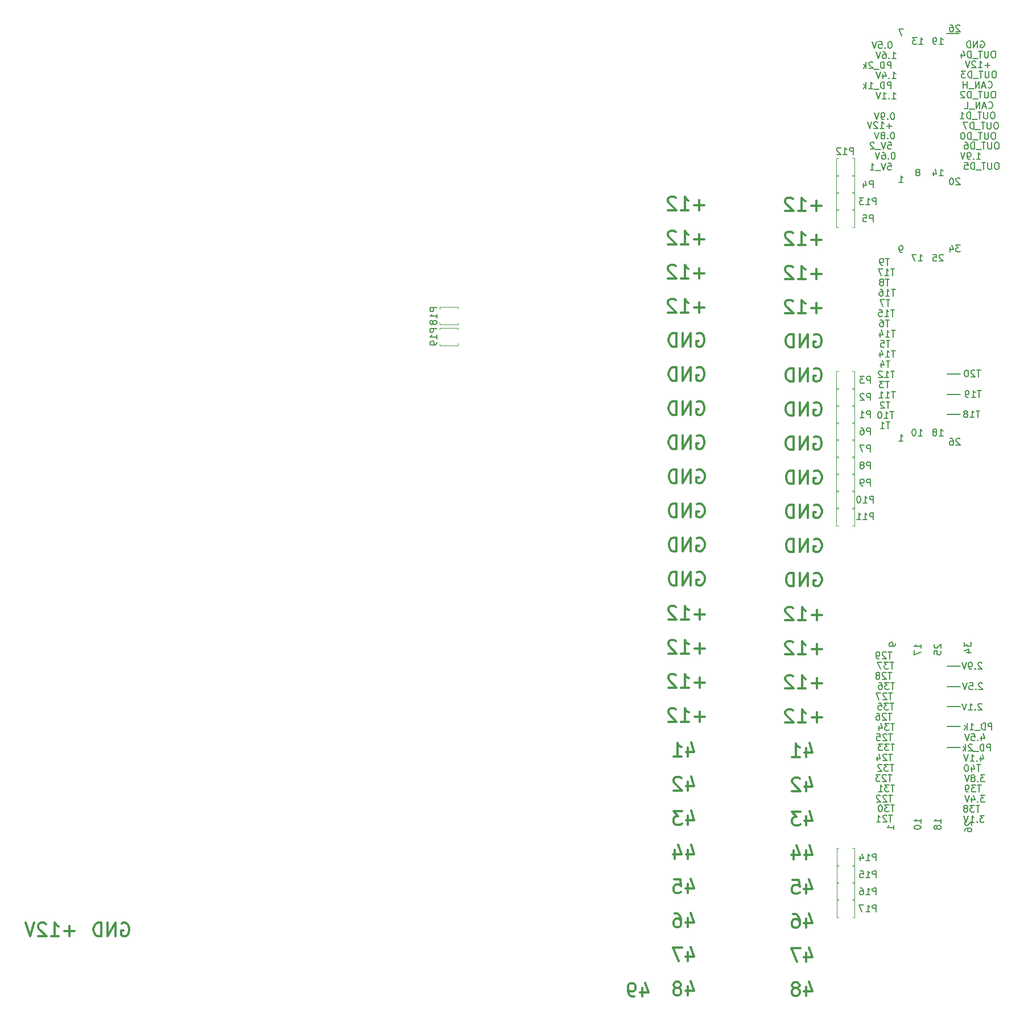
<source format=gbo>
G04 #@! TF.GenerationSoftware,KiCad,Pcbnew,7.0.9-7.0.9~ubuntu22.04.1*
G04 #@! TF.CreationDate,2023-12-21T23:25:22+00:00*
G04 #@! TF.ProjectId,digital_inputs,64696769-7461-46c5-9f69-6e707574732e,rev?*
G04 #@! TF.SameCoordinates,PX791ddc0PYca2dd00*
G04 #@! TF.FileFunction,Legend,Bot*
G04 #@! TF.FilePolarity,Positive*
%FSLAX46Y46*%
G04 Gerber Fmt 4.6, Leading zero omitted, Abs format (unit mm)*
G04 Created by KiCad (PCBNEW 7.0.9-7.0.9~ubuntu22.04.1) date 2023-12-21 23:25:22*
%MOMM*%
%LPD*%
G01*
G04 APERTURE LIST*
%ADD10C,0.150000*%
%ADD11C,0.300000*%
%ADD12C,0.120000*%
G04 APERTURE END LIST*
D10*
X171400000Y51300000D02*
X173300000Y51300000D01*
X171400000Y39200000D02*
X173300000Y39200000D01*
X171400000Y91800000D02*
X173300000Y91800000D01*
X171400000Y45300000D02*
X173300000Y45300000D01*
X171300000Y145550000D02*
X173200000Y145550000D01*
X171400000Y48300000D02*
X173300000Y48300000D01*
X171400000Y94800000D02*
X173300000Y94800000D01*
X171400000Y42300000D02*
X173300000Y42300000D01*
X171400000Y88800000D02*
X173300000Y88800000D01*
D11*
X152696666Y104637267D02*
X151172857Y104637267D01*
X151934761Y103875362D02*
X151934761Y105399172D01*
X149172857Y103875362D02*
X150315714Y103875362D01*
X149744286Y103875362D02*
X149744286Y105875362D01*
X149744286Y105875362D02*
X149934762Y105589648D01*
X149934762Y105589648D02*
X150125238Y105399172D01*
X150125238Y105399172D02*
X150315714Y105303934D01*
X148410952Y105684886D02*
X148315714Y105780124D01*
X148315714Y105780124D02*
X148125238Y105875362D01*
X148125238Y105875362D02*
X147649047Y105875362D01*
X147649047Y105875362D02*
X147458571Y105780124D01*
X147458571Y105780124D02*
X147363333Y105684886D01*
X147363333Y105684886D02*
X147268095Y105494410D01*
X147268095Y105494410D02*
X147268095Y105303934D01*
X147268095Y105303934D02*
X147363333Y105018220D01*
X147363333Y105018220D02*
X148506190Y103875362D01*
X148506190Y103875362D02*
X147268095Y103875362D01*
D10*
X176452380Y40911848D02*
X176452380Y40245181D01*
X176690475Y41292800D02*
X176928570Y40578515D01*
X176928570Y40578515D02*
X176309523Y40578515D01*
X175928570Y40340420D02*
X175880951Y40292800D01*
X175880951Y40292800D02*
X175928570Y40245181D01*
X175928570Y40245181D02*
X175976189Y40292800D01*
X175976189Y40292800D02*
X175928570Y40340420D01*
X175928570Y40340420D02*
X175928570Y40245181D01*
X174976190Y41245181D02*
X175452380Y41245181D01*
X175452380Y41245181D02*
X175499999Y40768991D01*
X175499999Y40768991D02*
X175452380Y40816610D01*
X175452380Y40816610D02*
X175357142Y40864229D01*
X175357142Y40864229D02*
X175119047Y40864229D01*
X175119047Y40864229D02*
X175023809Y40816610D01*
X175023809Y40816610D02*
X174976190Y40768991D01*
X174976190Y40768991D02*
X174928571Y40673753D01*
X174928571Y40673753D02*
X174928571Y40435658D01*
X174928571Y40435658D02*
X174976190Y40340420D01*
X174976190Y40340420D02*
X175023809Y40292800D01*
X175023809Y40292800D02*
X175119047Y40245181D01*
X175119047Y40245181D02*
X175357142Y40245181D01*
X175357142Y40245181D02*
X175452380Y40292800D01*
X175452380Y40292800D02*
X175499999Y40340420D01*
X174642856Y41245181D02*
X174309523Y40245181D01*
X174309523Y40245181D02*
X173976190Y41245181D01*
X163157142Y138845181D02*
X163728570Y138845181D01*
X163442856Y138845181D02*
X163442856Y139845181D01*
X163442856Y139845181D02*
X163538094Y139702324D01*
X163538094Y139702324D02*
X163633332Y139607086D01*
X163633332Y139607086D02*
X163728570Y139559467D01*
X162728570Y138940420D02*
X162680951Y138892800D01*
X162680951Y138892800D02*
X162728570Y138845181D01*
X162728570Y138845181D02*
X162776189Y138892800D01*
X162776189Y138892800D02*
X162728570Y138940420D01*
X162728570Y138940420D02*
X162728570Y138845181D01*
X161823809Y139511848D02*
X161823809Y138845181D01*
X162061904Y139892800D02*
X162299999Y139178515D01*
X162299999Y139178515D02*
X161680952Y139178515D01*
X161442856Y139845181D02*
X161109523Y138845181D01*
X161109523Y138845181D02*
X160776190Y139845181D01*
X163538094Y42770181D02*
X162966666Y42770181D01*
X163252380Y41770181D02*
X163252380Y42770181D01*
X162728570Y42770181D02*
X162109523Y42770181D01*
X162109523Y42770181D02*
X162442856Y42389229D01*
X162442856Y42389229D02*
X162299999Y42389229D01*
X162299999Y42389229D02*
X162204761Y42341610D01*
X162204761Y42341610D02*
X162157142Y42293991D01*
X162157142Y42293991D02*
X162109523Y42198753D01*
X162109523Y42198753D02*
X162109523Y41960658D01*
X162109523Y41960658D02*
X162157142Y41865420D01*
X162157142Y41865420D02*
X162204761Y41817800D01*
X162204761Y41817800D02*
X162299999Y41770181D01*
X162299999Y41770181D02*
X162585713Y41770181D01*
X162585713Y41770181D02*
X162680951Y41817800D01*
X162680951Y41817800D02*
X162728570Y41865420D01*
X161252380Y42436848D02*
X161252380Y41770181D01*
X161490475Y42817800D02*
X161728570Y42103515D01*
X161728570Y42103515D02*
X161109523Y42103515D01*
X178023809Y41845181D02*
X178023809Y42845181D01*
X178023809Y42845181D02*
X177642857Y42845181D01*
X177642857Y42845181D02*
X177547619Y42797562D01*
X177547619Y42797562D02*
X177500000Y42749943D01*
X177500000Y42749943D02*
X177452381Y42654705D01*
X177452381Y42654705D02*
X177452381Y42511848D01*
X177452381Y42511848D02*
X177500000Y42416610D01*
X177500000Y42416610D02*
X177547619Y42368991D01*
X177547619Y42368991D02*
X177642857Y42321372D01*
X177642857Y42321372D02*
X178023809Y42321372D01*
X177023809Y41845181D02*
X177023809Y42845181D01*
X177023809Y42845181D02*
X176785714Y42845181D01*
X176785714Y42845181D02*
X176642857Y42797562D01*
X176642857Y42797562D02*
X176547619Y42702324D01*
X176547619Y42702324D02*
X176500000Y42607086D01*
X176500000Y42607086D02*
X176452381Y42416610D01*
X176452381Y42416610D02*
X176452381Y42273753D01*
X176452381Y42273753D02*
X176500000Y42083277D01*
X176500000Y42083277D02*
X176547619Y41988039D01*
X176547619Y41988039D02*
X176642857Y41892800D01*
X176642857Y41892800D02*
X176785714Y41845181D01*
X176785714Y41845181D02*
X177023809Y41845181D01*
X176261905Y41749943D02*
X175500000Y41749943D01*
X174738095Y41845181D02*
X175309523Y41845181D01*
X175023809Y41845181D02*
X175023809Y42845181D01*
X175023809Y42845181D02*
X175119047Y42702324D01*
X175119047Y42702324D02*
X175214285Y42607086D01*
X175214285Y42607086D02*
X175309523Y42559467D01*
X174309523Y41845181D02*
X174309523Y42845181D01*
X174214285Y42226134D02*
X173928571Y41845181D01*
X173928571Y42511848D02*
X174309523Y42130896D01*
D11*
X135291666Y53952267D02*
X133767857Y53952267D01*
X134529761Y53190362D02*
X134529761Y54714172D01*
X131767857Y53190362D02*
X132910714Y53190362D01*
X132339286Y53190362D02*
X132339286Y55190362D01*
X132339286Y55190362D02*
X132529762Y54904648D01*
X132529762Y54904648D02*
X132720238Y54714172D01*
X132720238Y54714172D02*
X132910714Y54618934D01*
X131005952Y54999886D02*
X130910714Y55095124D01*
X130910714Y55095124D02*
X130720238Y55190362D01*
X130720238Y55190362D02*
X130244047Y55190362D01*
X130244047Y55190362D02*
X130053571Y55095124D01*
X130053571Y55095124D02*
X129958333Y54999886D01*
X129958333Y54999886D02*
X129863095Y54809410D01*
X129863095Y54809410D02*
X129863095Y54618934D01*
X129863095Y54618934D02*
X129958333Y54333220D01*
X129958333Y54333220D02*
X131101190Y53190362D01*
X131101190Y53190362D02*
X129863095Y53190362D01*
X151578809Y70200124D02*
X151769285Y70295362D01*
X151769285Y70295362D02*
X152054999Y70295362D01*
X152054999Y70295362D02*
X152340714Y70200124D01*
X152340714Y70200124D02*
X152531190Y70009648D01*
X152531190Y70009648D02*
X152626428Y69819172D01*
X152626428Y69819172D02*
X152721666Y69438220D01*
X152721666Y69438220D02*
X152721666Y69152505D01*
X152721666Y69152505D02*
X152626428Y68771553D01*
X152626428Y68771553D02*
X152531190Y68581077D01*
X152531190Y68581077D02*
X152340714Y68390600D01*
X152340714Y68390600D02*
X152054999Y68295362D01*
X152054999Y68295362D02*
X151864523Y68295362D01*
X151864523Y68295362D02*
X151578809Y68390600D01*
X151578809Y68390600D02*
X151483571Y68485839D01*
X151483571Y68485839D02*
X151483571Y69152505D01*
X151483571Y69152505D02*
X151864523Y69152505D01*
X150626428Y68295362D02*
X150626428Y70295362D01*
X150626428Y70295362D02*
X149483571Y68295362D01*
X149483571Y68295362D02*
X149483571Y70295362D01*
X148531190Y68295362D02*
X148531190Y70295362D01*
X148531190Y70295362D02*
X148055000Y70295362D01*
X148055000Y70295362D02*
X147769285Y70200124D01*
X147769285Y70200124D02*
X147578809Y70009648D01*
X147578809Y70009648D02*
X147483571Y69819172D01*
X147483571Y69819172D02*
X147388333Y69438220D01*
X147388333Y69438220D02*
X147388333Y69152505D01*
X147388333Y69152505D02*
X147483571Y68771553D01*
X147483571Y68771553D02*
X147578809Y68581077D01*
X147578809Y68581077D02*
X147769285Y68390600D01*
X147769285Y68390600D02*
X148055000Y68295362D01*
X148055000Y68295362D02*
X148531190Y68295362D01*
X151553809Y90540124D02*
X151744285Y90635362D01*
X151744285Y90635362D02*
X152029999Y90635362D01*
X152029999Y90635362D02*
X152315714Y90540124D01*
X152315714Y90540124D02*
X152506190Y90349648D01*
X152506190Y90349648D02*
X152601428Y90159172D01*
X152601428Y90159172D02*
X152696666Y89778220D01*
X152696666Y89778220D02*
X152696666Y89492505D01*
X152696666Y89492505D02*
X152601428Y89111553D01*
X152601428Y89111553D02*
X152506190Y88921077D01*
X152506190Y88921077D02*
X152315714Y88730600D01*
X152315714Y88730600D02*
X152029999Y88635362D01*
X152029999Y88635362D02*
X151839523Y88635362D01*
X151839523Y88635362D02*
X151553809Y88730600D01*
X151553809Y88730600D02*
X151458571Y88825839D01*
X151458571Y88825839D02*
X151458571Y89492505D01*
X151458571Y89492505D02*
X151839523Y89492505D01*
X150601428Y88635362D02*
X150601428Y90635362D01*
X150601428Y90635362D02*
X149458571Y88635362D01*
X149458571Y88635362D02*
X149458571Y90635362D01*
X148506190Y88635362D02*
X148506190Y90635362D01*
X148506190Y90635362D02*
X148030000Y90635362D01*
X148030000Y90635362D02*
X147744285Y90540124D01*
X147744285Y90540124D02*
X147553809Y90349648D01*
X147553809Y90349648D02*
X147458571Y90159172D01*
X147458571Y90159172D02*
X147363333Y89778220D01*
X147363333Y89778220D02*
X147363333Y89492505D01*
X147363333Y89492505D02*
X147458571Y89111553D01*
X147458571Y89111553D02*
X147553809Y88921077D01*
X147553809Y88921077D02*
X147744285Y88730600D01*
X147744285Y88730600D02*
X148030000Y88635362D01*
X148030000Y88635362D02*
X148506190Y88635362D01*
D10*
X163538094Y33645181D02*
X162966666Y33645181D01*
X163252380Y32645181D02*
X163252380Y33645181D01*
X162728570Y33645181D02*
X162109523Y33645181D01*
X162109523Y33645181D02*
X162442856Y33264229D01*
X162442856Y33264229D02*
X162299999Y33264229D01*
X162299999Y33264229D02*
X162204761Y33216610D01*
X162204761Y33216610D02*
X162157142Y33168991D01*
X162157142Y33168991D02*
X162109523Y33073753D01*
X162109523Y33073753D02*
X162109523Y32835658D01*
X162109523Y32835658D02*
X162157142Y32740420D01*
X162157142Y32740420D02*
X162204761Y32692800D01*
X162204761Y32692800D02*
X162299999Y32645181D01*
X162299999Y32645181D02*
X162585713Y32645181D01*
X162585713Y32645181D02*
X162680951Y32692800D01*
X162680951Y32692800D02*
X162728570Y32740420D01*
X161157142Y32645181D02*
X161728570Y32645181D01*
X161442856Y32645181D02*
X161442856Y33645181D01*
X161442856Y33645181D02*
X161538094Y33502324D01*
X161538094Y33502324D02*
X161633332Y33407086D01*
X161633332Y33407086D02*
X161728570Y33359467D01*
X163538094Y48870181D02*
X162966666Y48870181D01*
X163252380Y47870181D02*
X163252380Y48870181D01*
X162728570Y48870181D02*
X162109523Y48870181D01*
X162109523Y48870181D02*
X162442856Y48489229D01*
X162442856Y48489229D02*
X162299999Y48489229D01*
X162299999Y48489229D02*
X162204761Y48441610D01*
X162204761Y48441610D02*
X162157142Y48393991D01*
X162157142Y48393991D02*
X162109523Y48298753D01*
X162109523Y48298753D02*
X162109523Y48060658D01*
X162109523Y48060658D02*
X162157142Y47965420D01*
X162157142Y47965420D02*
X162204761Y47917800D01*
X162204761Y47917800D02*
X162299999Y47870181D01*
X162299999Y47870181D02*
X162585713Y47870181D01*
X162585713Y47870181D02*
X162680951Y47917800D01*
X162680951Y47917800D02*
X162728570Y47965420D01*
X161252380Y48870181D02*
X161442856Y48870181D01*
X161442856Y48870181D02*
X161538094Y48822562D01*
X161538094Y48822562D02*
X161585713Y48774943D01*
X161585713Y48774943D02*
X161680951Y48632086D01*
X161680951Y48632086D02*
X161728570Y48441610D01*
X161728570Y48441610D02*
X161728570Y48060658D01*
X161728570Y48060658D02*
X161680951Y47965420D01*
X161680951Y47965420D02*
X161633332Y47917800D01*
X161633332Y47917800D02*
X161538094Y47870181D01*
X161538094Y47870181D02*
X161347618Y47870181D01*
X161347618Y47870181D02*
X161252380Y47917800D01*
X161252380Y47917800D02*
X161204761Y47965420D01*
X161204761Y47965420D02*
X161157142Y48060658D01*
X161157142Y48060658D02*
X161157142Y48298753D01*
X161157142Y48298753D02*
X161204761Y48393991D01*
X161204761Y48393991D02*
X161252380Y48441610D01*
X161252380Y48441610D02*
X161347618Y48489229D01*
X161347618Y48489229D02*
X161538094Y48489229D01*
X161538094Y48489229D02*
X161633332Y48441610D01*
X161633332Y48441610D02*
X161680951Y48393991D01*
X161680951Y48393991D02*
X161728570Y48298753D01*
D11*
X134123809Y90675124D02*
X134314285Y90770362D01*
X134314285Y90770362D02*
X134599999Y90770362D01*
X134599999Y90770362D02*
X134885714Y90675124D01*
X134885714Y90675124D02*
X135076190Y90484648D01*
X135076190Y90484648D02*
X135171428Y90294172D01*
X135171428Y90294172D02*
X135266666Y89913220D01*
X135266666Y89913220D02*
X135266666Y89627505D01*
X135266666Y89627505D02*
X135171428Y89246553D01*
X135171428Y89246553D02*
X135076190Y89056077D01*
X135076190Y89056077D02*
X134885714Y88865600D01*
X134885714Y88865600D02*
X134599999Y88770362D01*
X134599999Y88770362D02*
X134409523Y88770362D01*
X134409523Y88770362D02*
X134123809Y88865600D01*
X134123809Y88865600D02*
X134028571Y88960839D01*
X134028571Y88960839D02*
X134028571Y89627505D01*
X134028571Y89627505D02*
X134409523Y89627505D01*
X133171428Y88770362D02*
X133171428Y90770362D01*
X133171428Y90770362D02*
X132028571Y88770362D01*
X132028571Y88770362D02*
X132028571Y90770362D01*
X131076190Y88770362D02*
X131076190Y90770362D01*
X131076190Y90770362D02*
X130600000Y90770362D01*
X130600000Y90770362D02*
X130314285Y90675124D01*
X130314285Y90675124D02*
X130123809Y90484648D01*
X130123809Y90484648D02*
X130028571Y90294172D01*
X130028571Y90294172D02*
X129933333Y89913220D01*
X129933333Y89913220D02*
X129933333Y89627505D01*
X129933333Y89627505D02*
X130028571Y89246553D01*
X130028571Y89246553D02*
X130123809Y89056077D01*
X130123809Y89056077D02*
X130314285Y88865600D01*
X130314285Y88865600D02*
X130600000Y88770362D01*
X130600000Y88770362D02*
X131076190Y88770362D01*
X41523809Y11852267D02*
X40000000Y11852267D01*
X40761904Y11090362D02*
X40761904Y12614172D01*
X38000000Y11090362D02*
X39142857Y11090362D01*
X38571429Y11090362D02*
X38571429Y13090362D01*
X38571429Y13090362D02*
X38761905Y12804648D01*
X38761905Y12804648D02*
X38952381Y12614172D01*
X38952381Y12614172D02*
X39142857Y12518934D01*
X37238095Y12899886D02*
X37142857Y12995124D01*
X37142857Y12995124D02*
X36952381Y13090362D01*
X36952381Y13090362D02*
X36476190Y13090362D01*
X36476190Y13090362D02*
X36285714Y12995124D01*
X36285714Y12995124D02*
X36190476Y12899886D01*
X36190476Y12899886D02*
X36095238Y12709410D01*
X36095238Y12709410D02*
X36095238Y12518934D01*
X36095238Y12518934D02*
X36190476Y12233220D01*
X36190476Y12233220D02*
X37333333Y11090362D01*
X37333333Y11090362D02*
X36095238Y11090362D01*
X35523809Y13090362D02*
X34857143Y11090362D01*
X34857143Y11090362D02*
X34190476Y13090362D01*
D10*
X162761904Y108995181D02*
X162190476Y108995181D01*
X162476190Y107995181D02*
X162476190Y108995181D01*
X161714285Y108566610D02*
X161809523Y108614229D01*
X161809523Y108614229D02*
X161857142Y108661848D01*
X161857142Y108661848D02*
X161904761Y108757086D01*
X161904761Y108757086D02*
X161904761Y108804705D01*
X161904761Y108804705D02*
X161857142Y108899943D01*
X161857142Y108899943D02*
X161809523Y108947562D01*
X161809523Y108947562D02*
X161714285Y108995181D01*
X161714285Y108995181D02*
X161523809Y108995181D01*
X161523809Y108995181D02*
X161428571Y108947562D01*
X161428571Y108947562D02*
X161380952Y108899943D01*
X161380952Y108899943D02*
X161333333Y108804705D01*
X161333333Y108804705D02*
X161333333Y108757086D01*
X161333333Y108757086D02*
X161380952Y108661848D01*
X161380952Y108661848D02*
X161428571Y108614229D01*
X161428571Y108614229D02*
X161523809Y108566610D01*
X161523809Y108566610D02*
X161714285Y108566610D01*
X161714285Y108566610D02*
X161809523Y108518991D01*
X161809523Y108518991D02*
X161857142Y108471372D01*
X161857142Y108471372D02*
X161904761Y108376134D01*
X161904761Y108376134D02*
X161904761Y108185658D01*
X161904761Y108185658D02*
X161857142Y108090420D01*
X161857142Y108090420D02*
X161809523Y108042800D01*
X161809523Y108042800D02*
X161714285Y107995181D01*
X161714285Y107995181D02*
X161523809Y107995181D01*
X161523809Y107995181D02*
X161428571Y108042800D01*
X161428571Y108042800D02*
X161380952Y108090420D01*
X161380952Y108090420D02*
X161333333Y108185658D01*
X161333333Y108185658D02*
X161333333Y108376134D01*
X161333333Y108376134D02*
X161380952Y108471372D01*
X161380952Y108471372D02*
X161428571Y108518991D01*
X161428571Y108518991D02*
X161523809Y108566610D01*
D11*
X135266666Y114932267D02*
X133742857Y114932267D01*
X134504761Y114170362D02*
X134504761Y115694172D01*
X131742857Y114170362D02*
X132885714Y114170362D01*
X132314286Y114170362D02*
X132314286Y116170362D01*
X132314286Y116170362D02*
X132504762Y115884648D01*
X132504762Y115884648D02*
X132695238Y115694172D01*
X132695238Y115694172D02*
X132885714Y115598934D01*
X130980952Y115979886D02*
X130885714Y116075124D01*
X130885714Y116075124D02*
X130695238Y116170362D01*
X130695238Y116170362D02*
X130219047Y116170362D01*
X130219047Y116170362D02*
X130028571Y116075124D01*
X130028571Y116075124D02*
X129933333Y115979886D01*
X129933333Y115979886D02*
X129838095Y115789410D01*
X129838095Y115789410D02*
X129838095Y115598934D01*
X129838095Y115598934D02*
X129933333Y115313220D01*
X129933333Y115313220D02*
X131076190Y114170362D01*
X131076190Y114170362D02*
X129838095Y114170362D01*
D10*
X163438094Y51920181D02*
X162866666Y51920181D01*
X163152380Y50920181D02*
X163152380Y51920181D01*
X162628570Y51920181D02*
X162009523Y51920181D01*
X162009523Y51920181D02*
X162342856Y51539229D01*
X162342856Y51539229D02*
X162199999Y51539229D01*
X162199999Y51539229D02*
X162104761Y51491610D01*
X162104761Y51491610D02*
X162057142Y51443991D01*
X162057142Y51443991D02*
X162009523Y51348753D01*
X162009523Y51348753D02*
X162009523Y51110658D01*
X162009523Y51110658D02*
X162057142Y51015420D01*
X162057142Y51015420D02*
X162104761Y50967800D01*
X162104761Y50967800D02*
X162199999Y50920181D01*
X162199999Y50920181D02*
X162485713Y50920181D01*
X162485713Y50920181D02*
X162580951Y50967800D01*
X162580951Y50967800D02*
X162628570Y51015420D01*
X161676189Y51920181D02*
X161009523Y51920181D01*
X161009523Y51920181D02*
X161438094Y50920181D01*
D11*
X48523809Y12995124D02*
X48714285Y13090362D01*
X48714285Y13090362D02*
X48999999Y13090362D01*
X48999999Y13090362D02*
X49285714Y12995124D01*
X49285714Y12995124D02*
X49476190Y12804648D01*
X49476190Y12804648D02*
X49571428Y12614172D01*
X49571428Y12614172D02*
X49666666Y12233220D01*
X49666666Y12233220D02*
X49666666Y11947505D01*
X49666666Y11947505D02*
X49571428Y11566553D01*
X49571428Y11566553D02*
X49476190Y11376077D01*
X49476190Y11376077D02*
X49285714Y11185600D01*
X49285714Y11185600D02*
X48999999Y11090362D01*
X48999999Y11090362D02*
X48809523Y11090362D01*
X48809523Y11090362D02*
X48523809Y11185600D01*
X48523809Y11185600D02*
X48428571Y11280839D01*
X48428571Y11280839D02*
X48428571Y11947505D01*
X48428571Y11947505D02*
X48809523Y11947505D01*
X47571428Y11090362D02*
X47571428Y13090362D01*
X47571428Y13090362D02*
X46428571Y11090362D01*
X46428571Y11090362D02*
X46428571Y13090362D01*
X45476190Y11090362D02*
X45476190Y13090362D01*
X45476190Y13090362D02*
X45000000Y13090362D01*
X45000000Y13090362D02*
X44714285Y12995124D01*
X44714285Y12995124D02*
X44523809Y12804648D01*
X44523809Y12804648D02*
X44428571Y12614172D01*
X44428571Y12614172D02*
X44333333Y12233220D01*
X44333333Y12233220D02*
X44333333Y11947505D01*
X44333333Y11947505D02*
X44428571Y11566553D01*
X44428571Y11566553D02*
X44523809Y11376077D01*
X44523809Y11376077D02*
X44714285Y11185600D01*
X44714285Y11185600D02*
X45000000Y11090362D01*
X45000000Y11090362D02*
X45476190Y11090362D01*
X152696666Y114797267D02*
X151172857Y114797267D01*
X151934761Y114035362D02*
X151934761Y115559172D01*
X149172857Y114035362D02*
X150315714Y114035362D01*
X149744286Y114035362D02*
X149744286Y116035362D01*
X149744286Y116035362D02*
X149934762Y115749648D01*
X149934762Y115749648D02*
X150125238Y115559172D01*
X150125238Y115559172D02*
X150315714Y115463934D01*
X148410952Y115844886D02*
X148315714Y115940124D01*
X148315714Y115940124D02*
X148125238Y116035362D01*
X148125238Y116035362D02*
X147649047Y116035362D01*
X147649047Y116035362D02*
X147458571Y115940124D01*
X147458571Y115940124D02*
X147363333Y115844886D01*
X147363333Y115844886D02*
X147268095Y115654410D01*
X147268095Y115654410D02*
X147268095Y115463934D01*
X147268095Y115463934D02*
X147363333Y115178220D01*
X147363333Y115178220D02*
X148506190Y114035362D01*
X148506190Y114035362D02*
X147268095Y114035362D01*
X152721666Y53817267D02*
X151197857Y53817267D01*
X151959761Y53055362D02*
X151959761Y54579172D01*
X149197857Y53055362D02*
X150340714Y53055362D01*
X149769286Y53055362D02*
X149769286Y55055362D01*
X149769286Y55055362D02*
X149959762Y54769648D01*
X149959762Y54769648D02*
X150150238Y54579172D01*
X150150238Y54579172D02*
X150340714Y54483934D01*
X148435952Y54864886D02*
X148340714Y54960124D01*
X148340714Y54960124D02*
X148150238Y55055362D01*
X148150238Y55055362D02*
X147674047Y55055362D01*
X147674047Y55055362D02*
X147483571Y54960124D01*
X147483571Y54960124D02*
X147388333Y54864886D01*
X147388333Y54864886D02*
X147293095Y54674410D01*
X147293095Y54674410D02*
X147293095Y54483934D01*
X147293095Y54483934D02*
X147388333Y54198220D01*
X147388333Y54198220D02*
X148531190Y53055362D01*
X148531190Y53055362D02*
X147293095Y53055362D01*
D10*
X163138094Y35170181D02*
X162566666Y35170181D01*
X162852380Y34170181D02*
X162852380Y35170181D01*
X162280951Y35074943D02*
X162233332Y35122562D01*
X162233332Y35122562D02*
X162138094Y35170181D01*
X162138094Y35170181D02*
X161899999Y35170181D01*
X161899999Y35170181D02*
X161804761Y35122562D01*
X161804761Y35122562D02*
X161757142Y35074943D01*
X161757142Y35074943D02*
X161709523Y34979705D01*
X161709523Y34979705D02*
X161709523Y34884467D01*
X161709523Y34884467D02*
X161757142Y34741610D01*
X161757142Y34741610D02*
X162328570Y34170181D01*
X162328570Y34170181D02*
X161709523Y34170181D01*
X161376189Y35170181D02*
X160757142Y35170181D01*
X160757142Y35170181D02*
X161090475Y34789229D01*
X161090475Y34789229D02*
X160947618Y34789229D01*
X160947618Y34789229D02*
X160852380Y34741610D01*
X160852380Y34741610D02*
X160804761Y34693991D01*
X160804761Y34693991D02*
X160757142Y34598753D01*
X160757142Y34598753D02*
X160757142Y34360658D01*
X160757142Y34360658D02*
X160804761Y34265420D01*
X160804761Y34265420D02*
X160852380Y34217800D01*
X160852380Y34217800D02*
X160947618Y34170181D01*
X160947618Y34170181D02*
X161233332Y34170181D01*
X161233332Y34170181D02*
X161328570Y34217800D01*
X161328570Y34217800D02*
X161376189Y34265420D01*
D11*
X132771428Y34123696D02*
X132771428Y32790362D01*
X133247619Y34885600D02*
X133723809Y33457029D01*
X133723809Y33457029D02*
X132485714Y33457029D01*
X131819047Y34599886D02*
X131723809Y34695124D01*
X131723809Y34695124D02*
X131533333Y34790362D01*
X131533333Y34790362D02*
X131057142Y34790362D01*
X131057142Y34790362D02*
X130866666Y34695124D01*
X130866666Y34695124D02*
X130771428Y34599886D01*
X130771428Y34599886D02*
X130676190Y34409410D01*
X130676190Y34409410D02*
X130676190Y34218934D01*
X130676190Y34218934D02*
X130771428Y33933220D01*
X130771428Y33933220D02*
X131914285Y32790362D01*
X131914285Y32790362D02*
X130676190Y32790362D01*
D10*
X176528570Y45674943D02*
X176480951Y45722562D01*
X176480951Y45722562D02*
X176385713Y45770181D01*
X176385713Y45770181D02*
X176147618Y45770181D01*
X176147618Y45770181D02*
X176052380Y45722562D01*
X176052380Y45722562D02*
X176004761Y45674943D01*
X176004761Y45674943D02*
X175957142Y45579705D01*
X175957142Y45579705D02*
X175957142Y45484467D01*
X175957142Y45484467D02*
X176004761Y45341610D01*
X176004761Y45341610D02*
X176576189Y44770181D01*
X176576189Y44770181D02*
X175957142Y44770181D01*
X175528570Y44865420D02*
X175480951Y44817800D01*
X175480951Y44817800D02*
X175528570Y44770181D01*
X175528570Y44770181D02*
X175576189Y44817800D01*
X175576189Y44817800D02*
X175528570Y44865420D01*
X175528570Y44865420D02*
X175528570Y44770181D01*
X174528571Y44770181D02*
X175099999Y44770181D01*
X174814285Y44770181D02*
X174814285Y45770181D01*
X174814285Y45770181D02*
X174909523Y45627324D01*
X174909523Y45627324D02*
X175004761Y45532086D01*
X175004761Y45532086D02*
X175099999Y45484467D01*
X174242856Y45770181D02*
X173909523Y44770181D01*
X173909523Y44770181D02*
X173576190Y45770181D01*
D11*
X134148809Y70335124D02*
X134339285Y70430362D01*
X134339285Y70430362D02*
X134624999Y70430362D01*
X134624999Y70430362D02*
X134910714Y70335124D01*
X134910714Y70335124D02*
X135101190Y70144648D01*
X135101190Y70144648D02*
X135196428Y69954172D01*
X135196428Y69954172D02*
X135291666Y69573220D01*
X135291666Y69573220D02*
X135291666Y69287505D01*
X135291666Y69287505D02*
X135196428Y68906553D01*
X135196428Y68906553D02*
X135101190Y68716077D01*
X135101190Y68716077D02*
X134910714Y68525600D01*
X134910714Y68525600D02*
X134624999Y68430362D01*
X134624999Y68430362D02*
X134434523Y68430362D01*
X134434523Y68430362D02*
X134148809Y68525600D01*
X134148809Y68525600D02*
X134053571Y68620839D01*
X134053571Y68620839D02*
X134053571Y69287505D01*
X134053571Y69287505D02*
X134434523Y69287505D01*
X133196428Y68430362D02*
X133196428Y70430362D01*
X133196428Y70430362D02*
X132053571Y68430362D01*
X132053571Y68430362D02*
X132053571Y70430362D01*
X131101190Y68430362D02*
X131101190Y70430362D01*
X131101190Y70430362D02*
X130625000Y70430362D01*
X130625000Y70430362D02*
X130339285Y70335124D01*
X130339285Y70335124D02*
X130148809Y70144648D01*
X130148809Y70144648D02*
X130053571Y69954172D01*
X130053571Y69954172D02*
X129958333Y69573220D01*
X129958333Y69573220D02*
X129958333Y69287505D01*
X129958333Y69287505D02*
X130053571Y68906553D01*
X130053571Y68906553D02*
X130148809Y68716077D01*
X130148809Y68716077D02*
X130339285Y68525600D01*
X130339285Y68525600D02*
X130625000Y68430362D01*
X130625000Y68430362D02*
X131101190Y68430362D01*
X152696666Y119877267D02*
X151172857Y119877267D01*
X151934761Y119115362D02*
X151934761Y120639172D01*
X149172857Y119115362D02*
X150315714Y119115362D01*
X149744286Y119115362D02*
X149744286Y121115362D01*
X149744286Y121115362D02*
X149934762Y120829648D01*
X149934762Y120829648D02*
X150125238Y120639172D01*
X150125238Y120639172D02*
X150315714Y120543934D01*
X148410952Y120924886D02*
X148315714Y121020124D01*
X148315714Y121020124D02*
X148125238Y121115362D01*
X148125238Y121115362D02*
X147649047Y121115362D01*
X147649047Y121115362D02*
X147458571Y121020124D01*
X147458571Y121020124D02*
X147363333Y120924886D01*
X147363333Y120924886D02*
X147268095Y120734410D01*
X147268095Y120734410D02*
X147268095Y120543934D01*
X147268095Y120543934D02*
X147363333Y120258220D01*
X147363333Y120258220D02*
X148506190Y119115362D01*
X148506190Y119115362D02*
X147268095Y119115362D01*
D10*
X163538094Y104420181D02*
X162966666Y104420181D01*
X163252380Y103420181D02*
X163252380Y104420181D01*
X162109523Y103420181D02*
X162680951Y103420181D01*
X162395237Y103420181D02*
X162395237Y104420181D01*
X162395237Y104420181D02*
X162490475Y104277324D01*
X162490475Y104277324D02*
X162585713Y104182086D01*
X162585713Y104182086D02*
X162680951Y104134467D01*
X161204761Y104420181D02*
X161680951Y104420181D01*
X161680951Y104420181D02*
X161728570Y103943991D01*
X161728570Y103943991D02*
X161680951Y103991610D01*
X161680951Y103991610D02*
X161585713Y104039229D01*
X161585713Y104039229D02*
X161347618Y104039229D01*
X161347618Y104039229D02*
X161252380Y103991610D01*
X161252380Y103991610D02*
X161204761Y103943991D01*
X161204761Y103943991D02*
X161157142Y103848753D01*
X161157142Y103848753D02*
X161157142Y103610658D01*
X161157142Y103610658D02*
X161204761Y103515420D01*
X161204761Y103515420D02*
X161252380Y103467800D01*
X161252380Y103467800D02*
X161347618Y103420181D01*
X161347618Y103420181D02*
X161585713Y103420181D01*
X161585713Y103420181D02*
X161680951Y103467800D01*
X161680951Y103467800D02*
X161728570Y103515420D01*
X178857142Y129345181D02*
X178666666Y129345181D01*
X178666666Y129345181D02*
X178571428Y129297562D01*
X178571428Y129297562D02*
X178476190Y129202324D01*
X178476190Y129202324D02*
X178428571Y129011848D01*
X178428571Y129011848D02*
X178428571Y128678515D01*
X178428571Y128678515D02*
X178476190Y128488039D01*
X178476190Y128488039D02*
X178571428Y128392800D01*
X178571428Y128392800D02*
X178666666Y128345181D01*
X178666666Y128345181D02*
X178857142Y128345181D01*
X178857142Y128345181D02*
X178952380Y128392800D01*
X178952380Y128392800D02*
X179047618Y128488039D01*
X179047618Y128488039D02*
X179095237Y128678515D01*
X179095237Y128678515D02*
X179095237Y129011848D01*
X179095237Y129011848D02*
X179047618Y129202324D01*
X179047618Y129202324D02*
X178952380Y129297562D01*
X178952380Y129297562D02*
X178857142Y129345181D01*
X177999999Y129345181D02*
X177999999Y128535658D01*
X177999999Y128535658D02*
X177952380Y128440420D01*
X177952380Y128440420D02*
X177904761Y128392800D01*
X177904761Y128392800D02*
X177809523Y128345181D01*
X177809523Y128345181D02*
X177619047Y128345181D01*
X177619047Y128345181D02*
X177523809Y128392800D01*
X177523809Y128392800D02*
X177476190Y128440420D01*
X177476190Y128440420D02*
X177428571Y128535658D01*
X177428571Y128535658D02*
X177428571Y129345181D01*
X177095237Y129345181D02*
X176523809Y129345181D01*
X176809523Y128345181D02*
X176809523Y129345181D01*
X176428571Y128249943D02*
X175666666Y128249943D01*
X175428570Y128345181D02*
X175428570Y129345181D01*
X175428570Y129345181D02*
X175190475Y129345181D01*
X175190475Y129345181D02*
X175047618Y129297562D01*
X175047618Y129297562D02*
X174952380Y129202324D01*
X174952380Y129202324D02*
X174904761Y129107086D01*
X174904761Y129107086D02*
X174857142Y128916610D01*
X174857142Y128916610D02*
X174857142Y128773753D01*
X174857142Y128773753D02*
X174904761Y128583277D01*
X174904761Y128583277D02*
X174952380Y128488039D01*
X174952380Y128488039D02*
X175047618Y128392800D01*
X175047618Y128392800D02*
X175190475Y128345181D01*
X175190475Y128345181D02*
X175428570Y128345181D01*
X173999999Y129345181D02*
X174190475Y129345181D01*
X174190475Y129345181D02*
X174285713Y129297562D01*
X174285713Y129297562D02*
X174333332Y129249943D01*
X174333332Y129249943D02*
X174428570Y129107086D01*
X174428570Y129107086D02*
X174476189Y128916610D01*
X174476189Y128916610D02*
X174476189Y128535658D01*
X174476189Y128535658D02*
X174428570Y128440420D01*
X174428570Y128440420D02*
X174380951Y128392800D01*
X174380951Y128392800D02*
X174285713Y128345181D01*
X174285713Y128345181D02*
X174095237Y128345181D01*
X174095237Y128345181D02*
X173999999Y128392800D01*
X173999999Y128392800D02*
X173952380Y128440420D01*
X173952380Y128440420D02*
X173904761Y128535658D01*
X173904761Y128535658D02*
X173904761Y128773753D01*
X173904761Y128773753D02*
X173952380Y128868991D01*
X173952380Y128868991D02*
X173999999Y128916610D01*
X173999999Y128916610D02*
X174095237Y128964229D01*
X174095237Y128964229D02*
X174285713Y128964229D01*
X174285713Y128964229D02*
X174380951Y128916610D01*
X174380951Y128916610D02*
X174428570Y128868991D01*
X174428570Y128868991D02*
X174476189Y128773753D01*
D11*
X150371428Y13703696D02*
X150371428Y12370362D01*
X150847619Y14465600D02*
X151323809Y13037029D01*
X151323809Y13037029D02*
X150085714Y13037029D01*
X148466666Y14370362D02*
X148847619Y14370362D01*
X148847619Y14370362D02*
X149038095Y14275124D01*
X149038095Y14275124D02*
X149133333Y14179886D01*
X149133333Y14179886D02*
X149323809Y13894172D01*
X149323809Y13894172D02*
X149419047Y13513220D01*
X149419047Y13513220D02*
X149419047Y12751315D01*
X149419047Y12751315D02*
X149323809Y12560839D01*
X149323809Y12560839D02*
X149228571Y12465600D01*
X149228571Y12465600D02*
X149038095Y12370362D01*
X149038095Y12370362D02*
X148657142Y12370362D01*
X148657142Y12370362D02*
X148466666Y12465600D01*
X148466666Y12465600D02*
X148371428Y12560839D01*
X148371428Y12560839D02*
X148276190Y12751315D01*
X148276190Y12751315D02*
X148276190Y13227505D01*
X148276190Y13227505D02*
X148371428Y13417981D01*
X148371428Y13417981D02*
X148466666Y13513220D01*
X148466666Y13513220D02*
X148657142Y13608458D01*
X148657142Y13608458D02*
X149038095Y13608458D01*
X149038095Y13608458D02*
X149228571Y13513220D01*
X149228571Y13513220D02*
X149323809Y13417981D01*
X149323809Y13417981D02*
X149419047Y13227505D01*
X134148809Y75415124D02*
X134339285Y75510362D01*
X134339285Y75510362D02*
X134624999Y75510362D01*
X134624999Y75510362D02*
X134910714Y75415124D01*
X134910714Y75415124D02*
X135101190Y75224648D01*
X135101190Y75224648D02*
X135196428Y75034172D01*
X135196428Y75034172D02*
X135291666Y74653220D01*
X135291666Y74653220D02*
X135291666Y74367505D01*
X135291666Y74367505D02*
X135196428Y73986553D01*
X135196428Y73986553D02*
X135101190Y73796077D01*
X135101190Y73796077D02*
X134910714Y73605600D01*
X134910714Y73605600D02*
X134624999Y73510362D01*
X134624999Y73510362D02*
X134434523Y73510362D01*
X134434523Y73510362D02*
X134148809Y73605600D01*
X134148809Y73605600D02*
X134053571Y73700839D01*
X134053571Y73700839D02*
X134053571Y74367505D01*
X134053571Y74367505D02*
X134434523Y74367505D01*
X133196428Y73510362D02*
X133196428Y75510362D01*
X133196428Y75510362D02*
X132053571Y73510362D01*
X132053571Y73510362D02*
X132053571Y75510362D01*
X131101190Y73510362D02*
X131101190Y75510362D01*
X131101190Y75510362D02*
X130625000Y75510362D01*
X130625000Y75510362D02*
X130339285Y75415124D01*
X130339285Y75415124D02*
X130148809Y75224648D01*
X130148809Y75224648D02*
X130053571Y75034172D01*
X130053571Y75034172D02*
X129958333Y74653220D01*
X129958333Y74653220D02*
X129958333Y74367505D01*
X129958333Y74367505D02*
X130053571Y73986553D01*
X130053571Y73986553D02*
X130148809Y73796077D01*
X130148809Y73796077D02*
X130339285Y73605600D01*
X130339285Y73605600D02*
X130625000Y73510362D01*
X130625000Y73510362D02*
X131101190Y73510362D01*
X134123809Y85595124D02*
X134314285Y85690362D01*
X134314285Y85690362D02*
X134599999Y85690362D01*
X134599999Y85690362D02*
X134885714Y85595124D01*
X134885714Y85595124D02*
X135076190Y85404648D01*
X135076190Y85404648D02*
X135171428Y85214172D01*
X135171428Y85214172D02*
X135266666Y84833220D01*
X135266666Y84833220D02*
X135266666Y84547505D01*
X135266666Y84547505D02*
X135171428Y84166553D01*
X135171428Y84166553D02*
X135076190Y83976077D01*
X135076190Y83976077D02*
X134885714Y83785600D01*
X134885714Y83785600D02*
X134599999Y83690362D01*
X134599999Y83690362D02*
X134409523Y83690362D01*
X134409523Y83690362D02*
X134123809Y83785600D01*
X134123809Y83785600D02*
X134028571Y83880839D01*
X134028571Y83880839D02*
X134028571Y84547505D01*
X134028571Y84547505D02*
X134409523Y84547505D01*
X133171428Y83690362D02*
X133171428Y85690362D01*
X133171428Y85690362D02*
X132028571Y83690362D01*
X132028571Y83690362D02*
X132028571Y85690362D01*
X131076190Y83690362D02*
X131076190Y85690362D01*
X131076190Y85690362D02*
X130600000Y85690362D01*
X130600000Y85690362D02*
X130314285Y85595124D01*
X130314285Y85595124D02*
X130123809Y85404648D01*
X130123809Y85404648D02*
X130028571Y85214172D01*
X130028571Y85214172D02*
X129933333Y84833220D01*
X129933333Y84833220D02*
X129933333Y84547505D01*
X129933333Y84547505D02*
X130028571Y84166553D01*
X130028571Y84166553D02*
X130123809Y83976077D01*
X130123809Y83976077D02*
X130314285Y83785600D01*
X130314285Y83785600D02*
X130600000Y83690362D01*
X130600000Y83690362D02*
X131076190Y83690362D01*
X152721666Y58897267D02*
X151197857Y58897267D01*
X151959761Y58135362D02*
X151959761Y59659172D01*
X149197857Y58135362D02*
X150340714Y58135362D01*
X149769286Y58135362D02*
X149769286Y60135362D01*
X149769286Y60135362D02*
X149959762Y59849648D01*
X149959762Y59849648D02*
X150150238Y59659172D01*
X150150238Y59659172D02*
X150340714Y59563934D01*
X148435952Y59944886D02*
X148340714Y60040124D01*
X148340714Y60040124D02*
X148150238Y60135362D01*
X148150238Y60135362D02*
X147674047Y60135362D01*
X147674047Y60135362D02*
X147483571Y60040124D01*
X147483571Y60040124D02*
X147388333Y59944886D01*
X147388333Y59944886D02*
X147293095Y59754410D01*
X147293095Y59754410D02*
X147293095Y59563934D01*
X147293095Y59563934D02*
X147388333Y59278220D01*
X147388333Y59278220D02*
X148531190Y58135362D01*
X148531190Y58135362D02*
X147293095Y58135362D01*
D10*
X163438094Y45820181D02*
X162866666Y45820181D01*
X163152380Y44820181D02*
X163152380Y45820181D01*
X162628570Y45820181D02*
X162009523Y45820181D01*
X162009523Y45820181D02*
X162342856Y45439229D01*
X162342856Y45439229D02*
X162199999Y45439229D01*
X162199999Y45439229D02*
X162104761Y45391610D01*
X162104761Y45391610D02*
X162057142Y45343991D01*
X162057142Y45343991D02*
X162009523Y45248753D01*
X162009523Y45248753D02*
X162009523Y45010658D01*
X162009523Y45010658D02*
X162057142Y44915420D01*
X162057142Y44915420D02*
X162104761Y44867800D01*
X162104761Y44867800D02*
X162199999Y44820181D01*
X162199999Y44820181D02*
X162485713Y44820181D01*
X162485713Y44820181D02*
X162580951Y44867800D01*
X162580951Y44867800D02*
X162628570Y44915420D01*
X161104761Y45820181D02*
X161580951Y45820181D01*
X161580951Y45820181D02*
X161628570Y45343991D01*
X161628570Y45343991D02*
X161580951Y45391610D01*
X161580951Y45391610D02*
X161485713Y45439229D01*
X161485713Y45439229D02*
X161247618Y45439229D01*
X161247618Y45439229D02*
X161152380Y45391610D01*
X161152380Y45391610D02*
X161104761Y45343991D01*
X161104761Y45343991D02*
X161057142Y45248753D01*
X161057142Y45248753D02*
X161057142Y45010658D01*
X161057142Y45010658D02*
X161104761Y44915420D01*
X161104761Y44915420D02*
X161152380Y44867800D01*
X161152380Y44867800D02*
X161247618Y44820181D01*
X161247618Y44820181D02*
X161485713Y44820181D01*
X161485713Y44820181D02*
X161580951Y44867800D01*
X161580951Y44867800D02*
X161628570Y44915420D01*
X163238094Y41245181D02*
X162666666Y41245181D01*
X162952380Y40245181D02*
X162952380Y41245181D01*
X162380951Y41149943D02*
X162333332Y41197562D01*
X162333332Y41197562D02*
X162238094Y41245181D01*
X162238094Y41245181D02*
X161999999Y41245181D01*
X161999999Y41245181D02*
X161904761Y41197562D01*
X161904761Y41197562D02*
X161857142Y41149943D01*
X161857142Y41149943D02*
X161809523Y41054705D01*
X161809523Y41054705D02*
X161809523Y40959467D01*
X161809523Y40959467D02*
X161857142Y40816610D01*
X161857142Y40816610D02*
X162428570Y40245181D01*
X162428570Y40245181D02*
X161809523Y40245181D01*
X160904761Y41245181D02*
X161380951Y41245181D01*
X161380951Y41245181D02*
X161428570Y40768991D01*
X161428570Y40768991D02*
X161380951Y40816610D01*
X161380951Y40816610D02*
X161285713Y40864229D01*
X161285713Y40864229D02*
X161047618Y40864229D01*
X161047618Y40864229D02*
X160952380Y40816610D01*
X160952380Y40816610D02*
X160904761Y40768991D01*
X160904761Y40768991D02*
X160857142Y40673753D01*
X160857142Y40673753D02*
X160857142Y40435658D01*
X160857142Y40435658D02*
X160904761Y40340420D01*
X160904761Y40340420D02*
X160952380Y40292800D01*
X160952380Y40292800D02*
X161047618Y40245181D01*
X161047618Y40245181D02*
X161285713Y40245181D01*
X161285713Y40245181D02*
X161380951Y40292800D01*
X161380951Y40292800D02*
X161428570Y40340420D01*
D11*
X150371428Y8623696D02*
X150371428Y7290362D01*
X150847619Y9385600D02*
X151323809Y7957029D01*
X151323809Y7957029D02*
X150085714Y7957029D01*
X149514285Y9290362D02*
X148180952Y9290362D01*
X148180952Y9290362D02*
X149038095Y7290362D01*
D10*
X162761904Y102895181D02*
X162190476Y102895181D01*
X162476190Y101895181D02*
X162476190Y102895181D01*
X161428571Y102895181D02*
X161619047Y102895181D01*
X161619047Y102895181D02*
X161714285Y102847562D01*
X161714285Y102847562D02*
X161761904Y102799943D01*
X161761904Y102799943D02*
X161857142Y102657086D01*
X161857142Y102657086D02*
X161904761Y102466610D01*
X161904761Y102466610D02*
X161904761Y102085658D01*
X161904761Y102085658D02*
X161857142Y101990420D01*
X161857142Y101990420D02*
X161809523Y101942800D01*
X161809523Y101942800D02*
X161714285Y101895181D01*
X161714285Y101895181D02*
X161523809Y101895181D01*
X161523809Y101895181D02*
X161428571Y101942800D01*
X161428571Y101942800D02*
X161380952Y101990420D01*
X161380952Y101990420D02*
X161333333Y102085658D01*
X161333333Y102085658D02*
X161333333Y102323753D01*
X161333333Y102323753D02*
X161380952Y102418991D01*
X161380952Y102418991D02*
X161428571Y102466610D01*
X161428571Y102466610D02*
X161523809Y102514229D01*
X161523809Y102514229D02*
X161714285Y102514229D01*
X161714285Y102514229D02*
X161809523Y102466610D01*
X161809523Y102466610D02*
X161857142Y102418991D01*
X161857142Y102418991D02*
X161904761Y102323753D01*
D11*
X135266666Y120012267D02*
X133742857Y120012267D01*
X134504761Y119250362D02*
X134504761Y120774172D01*
X131742857Y119250362D02*
X132885714Y119250362D01*
X132314286Y119250362D02*
X132314286Y121250362D01*
X132314286Y121250362D02*
X132504762Y120964648D01*
X132504762Y120964648D02*
X132695238Y120774172D01*
X132695238Y120774172D02*
X132885714Y120678934D01*
X130980952Y121059886D02*
X130885714Y121155124D01*
X130885714Y121155124D02*
X130695238Y121250362D01*
X130695238Y121250362D02*
X130219047Y121250362D01*
X130219047Y121250362D02*
X130028571Y121155124D01*
X130028571Y121155124D02*
X129933333Y121059886D01*
X129933333Y121059886D02*
X129838095Y120869410D01*
X129838095Y120869410D02*
X129838095Y120678934D01*
X129838095Y120678934D02*
X129933333Y120393220D01*
X129933333Y120393220D02*
X131076190Y119250362D01*
X131076190Y119250362D02*
X129838095Y119250362D01*
X152721666Y48737267D02*
X151197857Y48737267D01*
X151959761Y47975362D02*
X151959761Y49499172D01*
X149197857Y47975362D02*
X150340714Y47975362D01*
X149769286Y47975362D02*
X149769286Y49975362D01*
X149769286Y49975362D02*
X149959762Y49689648D01*
X149959762Y49689648D02*
X150150238Y49499172D01*
X150150238Y49499172D02*
X150340714Y49403934D01*
X148435952Y49784886D02*
X148340714Y49880124D01*
X148340714Y49880124D02*
X148150238Y49975362D01*
X148150238Y49975362D02*
X147674047Y49975362D01*
X147674047Y49975362D02*
X147483571Y49880124D01*
X147483571Y49880124D02*
X147388333Y49784886D01*
X147388333Y49784886D02*
X147293095Y49594410D01*
X147293095Y49594410D02*
X147293095Y49403934D01*
X147293095Y49403934D02*
X147388333Y49118220D01*
X147388333Y49118220D02*
X148531190Y47975362D01*
X148531190Y47975362D02*
X147293095Y47975362D01*
D10*
X176338094Y95420181D02*
X175766666Y95420181D01*
X176052380Y94420181D02*
X176052380Y95420181D01*
X175480951Y95324943D02*
X175433332Y95372562D01*
X175433332Y95372562D02*
X175338094Y95420181D01*
X175338094Y95420181D02*
X175099999Y95420181D01*
X175099999Y95420181D02*
X175004761Y95372562D01*
X175004761Y95372562D02*
X174957142Y95324943D01*
X174957142Y95324943D02*
X174909523Y95229705D01*
X174909523Y95229705D02*
X174909523Y95134467D01*
X174909523Y95134467D02*
X174957142Y94991610D01*
X174957142Y94991610D02*
X175528570Y94420181D01*
X175528570Y94420181D02*
X174909523Y94420181D01*
X174290475Y95420181D02*
X174195237Y95420181D01*
X174195237Y95420181D02*
X174099999Y95372562D01*
X174099999Y95372562D02*
X174052380Y95324943D01*
X174052380Y95324943D02*
X174004761Y95229705D01*
X174004761Y95229705D02*
X173957142Y95039229D01*
X173957142Y95039229D02*
X173957142Y94801134D01*
X173957142Y94801134D02*
X174004761Y94610658D01*
X174004761Y94610658D02*
X174052380Y94515420D01*
X174052380Y94515420D02*
X174099999Y94467800D01*
X174099999Y94467800D02*
X174195237Y94420181D01*
X174195237Y94420181D02*
X174290475Y94420181D01*
X174290475Y94420181D02*
X174385713Y94467800D01*
X174385713Y94467800D02*
X174433332Y94515420D01*
X174433332Y94515420D02*
X174480951Y94610658D01*
X174480951Y94610658D02*
X174528570Y94801134D01*
X174528570Y94801134D02*
X174528570Y95039229D01*
X174528570Y95039229D02*
X174480951Y95229705D01*
X174480951Y95229705D02*
X174433332Y95324943D01*
X174433332Y95324943D02*
X174385713Y95372562D01*
X174385713Y95372562D02*
X174290475Y95420181D01*
X163538094Y95295181D02*
X162966666Y95295181D01*
X163252380Y94295181D02*
X163252380Y95295181D01*
X162109523Y94295181D02*
X162680951Y94295181D01*
X162395237Y94295181D02*
X162395237Y95295181D01*
X162395237Y95295181D02*
X162490475Y95152324D01*
X162490475Y95152324D02*
X162585713Y95057086D01*
X162585713Y95057086D02*
X162680951Y95009467D01*
X161728570Y95199943D02*
X161680951Y95247562D01*
X161680951Y95247562D02*
X161585713Y95295181D01*
X161585713Y95295181D02*
X161347618Y95295181D01*
X161347618Y95295181D02*
X161252380Y95247562D01*
X161252380Y95247562D02*
X161204761Y95199943D01*
X161204761Y95199943D02*
X161157142Y95104705D01*
X161157142Y95104705D02*
X161157142Y95009467D01*
X161157142Y95009467D02*
X161204761Y94866610D01*
X161204761Y94866610D02*
X161776189Y94295181D01*
X161776189Y94295181D02*
X161157142Y94295181D01*
X163238094Y38220181D02*
X162666666Y38220181D01*
X162952380Y37220181D02*
X162952380Y38220181D01*
X162380951Y38124943D02*
X162333332Y38172562D01*
X162333332Y38172562D02*
X162238094Y38220181D01*
X162238094Y38220181D02*
X161999999Y38220181D01*
X161999999Y38220181D02*
X161904761Y38172562D01*
X161904761Y38172562D02*
X161857142Y38124943D01*
X161857142Y38124943D02*
X161809523Y38029705D01*
X161809523Y38029705D02*
X161809523Y37934467D01*
X161809523Y37934467D02*
X161857142Y37791610D01*
X161857142Y37791610D02*
X162428570Y37220181D01*
X162428570Y37220181D02*
X161809523Y37220181D01*
X160952380Y37886848D02*
X160952380Y37220181D01*
X161190475Y38267800D02*
X161428570Y37553515D01*
X161428570Y37553515D02*
X160809523Y37553515D01*
D11*
X125971428Y3423696D02*
X125971428Y2090362D01*
X126447619Y4185600D02*
X126923809Y2757029D01*
X126923809Y2757029D02*
X125685714Y2757029D01*
X124828571Y2090362D02*
X124447619Y2090362D01*
X124447619Y2090362D02*
X124257142Y2185600D01*
X124257142Y2185600D02*
X124161904Y2280839D01*
X124161904Y2280839D02*
X123971428Y2566553D01*
X123971428Y2566553D02*
X123876190Y2947505D01*
X123876190Y2947505D02*
X123876190Y3709410D01*
X123876190Y3709410D02*
X123971428Y3899886D01*
X123971428Y3899886D02*
X124066666Y3995124D01*
X124066666Y3995124D02*
X124257142Y4090362D01*
X124257142Y4090362D02*
X124638095Y4090362D01*
X124638095Y4090362D02*
X124828571Y3995124D01*
X124828571Y3995124D02*
X124923809Y3899886D01*
X124923809Y3899886D02*
X125019047Y3709410D01*
X125019047Y3709410D02*
X125019047Y3233220D01*
X125019047Y3233220D02*
X124923809Y3042743D01*
X124923809Y3042743D02*
X124828571Y2947505D01*
X124828571Y2947505D02*
X124638095Y2852267D01*
X124638095Y2852267D02*
X124257142Y2852267D01*
X124257142Y2852267D02*
X124066666Y2947505D01*
X124066666Y2947505D02*
X123971428Y3042743D01*
X123971428Y3042743D02*
X123876190Y3233220D01*
D10*
X176361904Y144397562D02*
X176457142Y144445181D01*
X176457142Y144445181D02*
X176599999Y144445181D01*
X176599999Y144445181D02*
X176742856Y144397562D01*
X176742856Y144397562D02*
X176838094Y144302324D01*
X176838094Y144302324D02*
X176885713Y144207086D01*
X176885713Y144207086D02*
X176933332Y144016610D01*
X176933332Y144016610D02*
X176933332Y143873753D01*
X176933332Y143873753D02*
X176885713Y143683277D01*
X176885713Y143683277D02*
X176838094Y143588039D01*
X176838094Y143588039D02*
X176742856Y143492800D01*
X176742856Y143492800D02*
X176599999Y143445181D01*
X176599999Y143445181D02*
X176504761Y143445181D01*
X176504761Y143445181D02*
X176361904Y143492800D01*
X176361904Y143492800D02*
X176314285Y143540420D01*
X176314285Y143540420D02*
X176314285Y143873753D01*
X176314285Y143873753D02*
X176504761Y143873753D01*
X175885713Y143445181D02*
X175885713Y144445181D01*
X175885713Y144445181D02*
X175314285Y143445181D01*
X175314285Y143445181D02*
X175314285Y144445181D01*
X174838094Y143445181D02*
X174838094Y144445181D01*
X174838094Y144445181D02*
X174599999Y144445181D01*
X174599999Y144445181D02*
X174457142Y144397562D01*
X174457142Y144397562D02*
X174361904Y144302324D01*
X174361904Y144302324D02*
X174314285Y144207086D01*
X174314285Y144207086D02*
X174266666Y144016610D01*
X174266666Y144016610D02*
X174266666Y143873753D01*
X174266666Y143873753D02*
X174314285Y143683277D01*
X174314285Y143683277D02*
X174361904Y143588039D01*
X174361904Y143588039D02*
X174457142Y143492800D01*
X174457142Y143492800D02*
X174599999Y143445181D01*
X174599999Y143445181D02*
X174838094Y143445181D01*
D11*
X132746428Y8703696D02*
X132746428Y7370362D01*
X133222619Y9465600D02*
X133698809Y8037029D01*
X133698809Y8037029D02*
X132460714Y8037029D01*
X131889285Y9370362D02*
X130555952Y9370362D01*
X130555952Y9370362D02*
X131413095Y7370362D01*
D10*
X176628570Y48724943D02*
X176580951Y48772562D01*
X176580951Y48772562D02*
X176485713Y48820181D01*
X176485713Y48820181D02*
X176247618Y48820181D01*
X176247618Y48820181D02*
X176152380Y48772562D01*
X176152380Y48772562D02*
X176104761Y48724943D01*
X176104761Y48724943D02*
X176057142Y48629705D01*
X176057142Y48629705D02*
X176057142Y48534467D01*
X176057142Y48534467D02*
X176104761Y48391610D01*
X176104761Y48391610D02*
X176676189Y47820181D01*
X176676189Y47820181D02*
X176057142Y47820181D01*
X175628570Y47915420D02*
X175580951Y47867800D01*
X175580951Y47867800D02*
X175628570Y47820181D01*
X175628570Y47820181D02*
X175676189Y47867800D01*
X175676189Y47867800D02*
X175628570Y47915420D01*
X175628570Y47915420D02*
X175628570Y47820181D01*
X174676190Y48820181D02*
X175152380Y48820181D01*
X175152380Y48820181D02*
X175199999Y48343991D01*
X175199999Y48343991D02*
X175152380Y48391610D01*
X175152380Y48391610D02*
X175057142Y48439229D01*
X175057142Y48439229D02*
X174819047Y48439229D01*
X174819047Y48439229D02*
X174723809Y48391610D01*
X174723809Y48391610D02*
X174676190Y48343991D01*
X174676190Y48343991D02*
X174628571Y48248753D01*
X174628571Y48248753D02*
X174628571Y48010658D01*
X174628571Y48010658D02*
X174676190Y47915420D01*
X174676190Y47915420D02*
X174723809Y47867800D01*
X174723809Y47867800D02*
X174819047Y47820181D01*
X174819047Y47820181D02*
X175057142Y47820181D01*
X175057142Y47820181D02*
X175152380Y47867800D01*
X175152380Y47867800D02*
X175199999Y47915420D01*
X174342856Y48820181D02*
X174009523Y47820181D01*
X174009523Y47820181D02*
X173676190Y48820181D01*
X162547619Y129345181D02*
X163023809Y129345181D01*
X163023809Y129345181D02*
X163071428Y128868991D01*
X163071428Y128868991D02*
X163023809Y128916610D01*
X163023809Y128916610D02*
X162928571Y128964229D01*
X162928571Y128964229D02*
X162690476Y128964229D01*
X162690476Y128964229D02*
X162595238Y128916610D01*
X162595238Y128916610D02*
X162547619Y128868991D01*
X162547619Y128868991D02*
X162500000Y128773753D01*
X162500000Y128773753D02*
X162500000Y128535658D01*
X162500000Y128535658D02*
X162547619Y128440420D01*
X162547619Y128440420D02*
X162595238Y128392800D01*
X162595238Y128392800D02*
X162690476Y128345181D01*
X162690476Y128345181D02*
X162928571Y128345181D01*
X162928571Y128345181D02*
X163023809Y128392800D01*
X163023809Y128392800D02*
X163071428Y128440420D01*
X162214285Y129345181D02*
X161880952Y128345181D01*
X161880952Y128345181D02*
X161547619Y129345181D01*
X161452381Y128249943D02*
X160690476Y128249943D01*
X160499999Y129249943D02*
X160452380Y129297562D01*
X160452380Y129297562D02*
X160357142Y129345181D01*
X160357142Y129345181D02*
X160119047Y129345181D01*
X160119047Y129345181D02*
X160023809Y129297562D01*
X160023809Y129297562D02*
X159976190Y129249943D01*
X159976190Y129249943D02*
X159928571Y129154705D01*
X159928571Y129154705D02*
X159928571Y129059467D01*
X159928571Y129059467D02*
X159976190Y128916610D01*
X159976190Y128916610D02*
X160547618Y128345181D01*
X160547618Y128345181D02*
X159928571Y128345181D01*
X176438094Y92370181D02*
X175866666Y92370181D01*
X176152380Y91370181D02*
X176152380Y92370181D01*
X175009523Y91370181D02*
X175580951Y91370181D01*
X175295237Y91370181D02*
X175295237Y92370181D01*
X175295237Y92370181D02*
X175390475Y92227324D01*
X175390475Y92227324D02*
X175485713Y92132086D01*
X175485713Y92132086D02*
X175580951Y92084467D01*
X174533332Y91370181D02*
X174342856Y91370181D01*
X174342856Y91370181D02*
X174247618Y91417800D01*
X174247618Y91417800D02*
X174199999Y91465420D01*
X174199999Y91465420D02*
X174104761Y91608277D01*
X174104761Y91608277D02*
X174057142Y91798753D01*
X174057142Y91798753D02*
X174057142Y92179705D01*
X174057142Y92179705D02*
X174104761Y92274943D01*
X174104761Y92274943D02*
X174152380Y92322562D01*
X174152380Y92322562D02*
X174247618Y92370181D01*
X174247618Y92370181D02*
X174438094Y92370181D01*
X174438094Y92370181D02*
X174533332Y92322562D01*
X174533332Y92322562D02*
X174580951Y92274943D01*
X174580951Y92274943D02*
X174628570Y92179705D01*
X174628570Y92179705D02*
X174628570Y91941610D01*
X174628570Y91941610D02*
X174580951Y91846372D01*
X174580951Y91846372D02*
X174533332Y91798753D01*
X174533332Y91798753D02*
X174438094Y91751134D01*
X174438094Y91751134D02*
X174247618Y91751134D01*
X174247618Y91751134D02*
X174152380Y91798753D01*
X174152380Y91798753D02*
X174104761Y91846372D01*
X174104761Y91846372D02*
X174057142Y91941610D01*
X178357142Y136945181D02*
X178166666Y136945181D01*
X178166666Y136945181D02*
X178071428Y136897562D01*
X178071428Y136897562D02*
X177976190Y136802324D01*
X177976190Y136802324D02*
X177928571Y136611848D01*
X177928571Y136611848D02*
X177928571Y136278515D01*
X177928571Y136278515D02*
X177976190Y136088039D01*
X177976190Y136088039D02*
X178071428Y135992800D01*
X178071428Y135992800D02*
X178166666Y135945181D01*
X178166666Y135945181D02*
X178357142Y135945181D01*
X178357142Y135945181D02*
X178452380Y135992800D01*
X178452380Y135992800D02*
X178547618Y136088039D01*
X178547618Y136088039D02*
X178595237Y136278515D01*
X178595237Y136278515D02*
X178595237Y136611848D01*
X178595237Y136611848D02*
X178547618Y136802324D01*
X178547618Y136802324D02*
X178452380Y136897562D01*
X178452380Y136897562D02*
X178357142Y136945181D01*
X177499999Y136945181D02*
X177499999Y136135658D01*
X177499999Y136135658D02*
X177452380Y136040420D01*
X177452380Y136040420D02*
X177404761Y135992800D01*
X177404761Y135992800D02*
X177309523Y135945181D01*
X177309523Y135945181D02*
X177119047Y135945181D01*
X177119047Y135945181D02*
X177023809Y135992800D01*
X177023809Y135992800D02*
X176976190Y136040420D01*
X176976190Y136040420D02*
X176928571Y136135658D01*
X176928571Y136135658D02*
X176928571Y136945181D01*
X176595237Y136945181D02*
X176023809Y136945181D01*
X176309523Y135945181D02*
X176309523Y136945181D01*
X175928571Y135849943D02*
X175166666Y135849943D01*
X174928570Y135945181D02*
X174928570Y136945181D01*
X174928570Y136945181D02*
X174690475Y136945181D01*
X174690475Y136945181D02*
X174547618Y136897562D01*
X174547618Y136897562D02*
X174452380Y136802324D01*
X174452380Y136802324D02*
X174404761Y136707086D01*
X174404761Y136707086D02*
X174357142Y136516610D01*
X174357142Y136516610D02*
X174357142Y136373753D01*
X174357142Y136373753D02*
X174404761Y136183277D01*
X174404761Y136183277D02*
X174452380Y136088039D01*
X174452380Y136088039D02*
X174547618Y135992800D01*
X174547618Y135992800D02*
X174690475Y135945181D01*
X174690475Y135945181D02*
X174928570Y135945181D01*
X173976189Y136849943D02*
X173928570Y136897562D01*
X173928570Y136897562D02*
X173833332Y136945181D01*
X173833332Y136945181D02*
X173595237Y136945181D01*
X173595237Y136945181D02*
X173499999Y136897562D01*
X173499999Y136897562D02*
X173452380Y136849943D01*
X173452380Y136849943D02*
X173404761Y136754705D01*
X173404761Y136754705D02*
X173404761Y136659467D01*
X173404761Y136659467D02*
X173452380Y136516610D01*
X173452380Y136516610D02*
X174023808Y135945181D01*
X174023808Y135945181D02*
X173404761Y135945181D01*
X178257142Y133870181D02*
X178066666Y133870181D01*
X178066666Y133870181D02*
X177971428Y133822562D01*
X177971428Y133822562D02*
X177876190Y133727324D01*
X177876190Y133727324D02*
X177828571Y133536848D01*
X177828571Y133536848D02*
X177828571Y133203515D01*
X177828571Y133203515D02*
X177876190Y133013039D01*
X177876190Y133013039D02*
X177971428Y132917800D01*
X177971428Y132917800D02*
X178066666Y132870181D01*
X178066666Y132870181D02*
X178257142Y132870181D01*
X178257142Y132870181D02*
X178352380Y132917800D01*
X178352380Y132917800D02*
X178447618Y133013039D01*
X178447618Y133013039D02*
X178495237Y133203515D01*
X178495237Y133203515D02*
X178495237Y133536848D01*
X178495237Y133536848D02*
X178447618Y133727324D01*
X178447618Y133727324D02*
X178352380Y133822562D01*
X178352380Y133822562D02*
X178257142Y133870181D01*
X177399999Y133870181D02*
X177399999Y133060658D01*
X177399999Y133060658D02*
X177352380Y132965420D01*
X177352380Y132965420D02*
X177304761Y132917800D01*
X177304761Y132917800D02*
X177209523Y132870181D01*
X177209523Y132870181D02*
X177019047Y132870181D01*
X177019047Y132870181D02*
X176923809Y132917800D01*
X176923809Y132917800D02*
X176876190Y132965420D01*
X176876190Y132965420D02*
X176828571Y133060658D01*
X176828571Y133060658D02*
X176828571Y133870181D01*
X176495237Y133870181D02*
X175923809Y133870181D01*
X176209523Y132870181D02*
X176209523Y133870181D01*
X175828571Y132774943D02*
X175066666Y132774943D01*
X174828570Y132870181D02*
X174828570Y133870181D01*
X174828570Y133870181D02*
X174590475Y133870181D01*
X174590475Y133870181D02*
X174447618Y133822562D01*
X174447618Y133822562D02*
X174352380Y133727324D01*
X174352380Y133727324D02*
X174304761Y133632086D01*
X174304761Y133632086D02*
X174257142Y133441610D01*
X174257142Y133441610D02*
X174257142Y133298753D01*
X174257142Y133298753D02*
X174304761Y133108277D01*
X174304761Y133108277D02*
X174352380Y133013039D01*
X174352380Y133013039D02*
X174447618Y132917800D01*
X174447618Y132917800D02*
X174590475Y132870181D01*
X174590475Y132870181D02*
X174828570Y132870181D01*
X173304761Y132870181D02*
X173876189Y132870181D01*
X173590475Y132870181D02*
X173590475Y133870181D01*
X173590475Y133870181D02*
X173685713Y133727324D01*
X173685713Y133727324D02*
X173780951Y133632086D01*
X173780951Y133632086D02*
X173876189Y133584467D01*
X176876189Y29070181D02*
X176257142Y29070181D01*
X176257142Y29070181D02*
X176590475Y28689229D01*
X176590475Y28689229D02*
X176447618Y28689229D01*
X176447618Y28689229D02*
X176352380Y28641610D01*
X176352380Y28641610D02*
X176304761Y28593991D01*
X176304761Y28593991D02*
X176257142Y28498753D01*
X176257142Y28498753D02*
X176257142Y28260658D01*
X176257142Y28260658D02*
X176304761Y28165420D01*
X176304761Y28165420D02*
X176352380Y28117800D01*
X176352380Y28117800D02*
X176447618Y28070181D01*
X176447618Y28070181D02*
X176733332Y28070181D01*
X176733332Y28070181D02*
X176828570Y28117800D01*
X176828570Y28117800D02*
X176876189Y28165420D01*
X175828570Y28165420D02*
X175780951Y28117800D01*
X175780951Y28117800D02*
X175828570Y28070181D01*
X175828570Y28070181D02*
X175876189Y28117800D01*
X175876189Y28117800D02*
X175828570Y28165420D01*
X175828570Y28165420D02*
X175828570Y28070181D01*
X174828571Y28070181D02*
X175399999Y28070181D01*
X175114285Y28070181D02*
X175114285Y29070181D01*
X175114285Y29070181D02*
X175209523Y28927324D01*
X175209523Y28927324D02*
X175304761Y28832086D01*
X175304761Y28832086D02*
X175399999Y28784467D01*
X174542856Y29070181D02*
X174209523Y28070181D01*
X174209523Y28070181D02*
X173876190Y29070181D01*
D11*
X135291666Y43792267D02*
X133767857Y43792267D01*
X134529761Y43030362D02*
X134529761Y44554172D01*
X131767857Y43030362D02*
X132910714Y43030362D01*
X132339286Y43030362D02*
X132339286Y45030362D01*
X132339286Y45030362D02*
X132529762Y44744648D01*
X132529762Y44744648D02*
X132720238Y44554172D01*
X132720238Y44554172D02*
X132910714Y44458934D01*
X131005952Y44839886D02*
X130910714Y44935124D01*
X130910714Y44935124D02*
X130720238Y45030362D01*
X130720238Y45030362D02*
X130244047Y45030362D01*
X130244047Y45030362D02*
X130053571Y44935124D01*
X130053571Y44935124D02*
X129958333Y44839886D01*
X129958333Y44839886D02*
X129863095Y44649410D01*
X129863095Y44649410D02*
X129863095Y44458934D01*
X129863095Y44458934D02*
X129958333Y44173220D01*
X129958333Y44173220D02*
X131101190Y43030362D01*
X131101190Y43030362D02*
X129863095Y43030362D01*
D10*
X162761904Y93770181D02*
X162190476Y93770181D01*
X162476190Y92770181D02*
X162476190Y93770181D01*
X161952380Y93770181D02*
X161333333Y93770181D01*
X161333333Y93770181D02*
X161666666Y93389229D01*
X161666666Y93389229D02*
X161523809Y93389229D01*
X161523809Y93389229D02*
X161428571Y93341610D01*
X161428571Y93341610D02*
X161380952Y93293991D01*
X161380952Y93293991D02*
X161333333Y93198753D01*
X161333333Y93198753D02*
X161333333Y92960658D01*
X161333333Y92960658D02*
X161380952Y92865420D01*
X161380952Y92865420D02*
X161428571Y92817800D01*
X161428571Y92817800D02*
X161523809Y92770181D01*
X161523809Y92770181D02*
X161809523Y92770181D01*
X161809523Y92770181D02*
X161904761Y92817800D01*
X161904761Y92817800D02*
X161952380Y92865420D01*
X176352380Y37836848D02*
X176352380Y37170181D01*
X176590475Y38217800D02*
X176828570Y37503515D01*
X176828570Y37503515D02*
X176209523Y37503515D01*
X175828570Y37265420D02*
X175780951Y37217800D01*
X175780951Y37217800D02*
X175828570Y37170181D01*
X175828570Y37170181D02*
X175876189Y37217800D01*
X175876189Y37217800D02*
X175828570Y37265420D01*
X175828570Y37265420D02*
X175828570Y37170181D01*
X174828571Y37170181D02*
X175399999Y37170181D01*
X175114285Y37170181D02*
X175114285Y38170181D01*
X175114285Y38170181D02*
X175209523Y38027324D01*
X175209523Y38027324D02*
X175304761Y37932086D01*
X175304761Y37932086D02*
X175399999Y37884467D01*
X174542856Y38170181D02*
X174209523Y37170181D01*
X174209523Y37170181D02*
X173876190Y38170181D01*
X176976189Y35120181D02*
X176357142Y35120181D01*
X176357142Y35120181D02*
X176690475Y34739229D01*
X176690475Y34739229D02*
X176547618Y34739229D01*
X176547618Y34739229D02*
X176452380Y34691610D01*
X176452380Y34691610D02*
X176404761Y34643991D01*
X176404761Y34643991D02*
X176357142Y34548753D01*
X176357142Y34548753D02*
X176357142Y34310658D01*
X176357142Y34310658D02*
X176404761Y34215420D01*
X176404761Y34215420D02*
X176452380Y34167800D01*
X176452380Y34167800D02*
X176547618Y34120181D01*
X176547618Y34120181D02*
X176833332Y34120181D01*
X176833332Y34120181D02*
X176928570Y34167800D01*
X176928570Y34167800D02*
X176976189Y34215420D01*
X175928570Y34215420D02*
X175880951Y34167800D01*
X175880951Y34167800D02*
X175928570Y34120181D01*
X175928570Y34120181D02*
X175976189Y34167800D01*
X175976189Y34167800D02*
X175928570Y34215420D01*
X175928570Y34215420D02*
X175928570Y34120181D01*
X175309523Y34691610D02*
X175404761Y34739229D01*
X175404761Y34739229D02*
X175452380Y34786848D01*
X175452380Y34786848D02*
X175499999Y34882086D01*
X175499999Y34882086D02*
X175499999Y34929705D01*
X175499999Y34929705D02*
X175452380Y35024943D01*
X175452380Y35024943D02*
X175404761Y35072562D01*
X175404761Y35072562D02*
X175309523Y35120181D01*
X175309523Y35120181D02*
X175119047Y35120181D01*
X175119047Y35120181D02*
X175023809Y35072562D01*
X175023809Y35072562D02*
X174976190Y35024943D01*
X174976190Y35024943D02*
X174928571Y34929705D01*
X174928571Y34929705D02*
X174928571Y34882086D01*
X174928571Y34882086D02*
X174976190Y34786848D01*
X174976190Y34786848D02*
X175023809Y34739229D01*
X175023809Y34739229D02*
X175119047Y34691610D01*
X175119047Y34691610D02*
X175309523Y34691610D01*
X175309523Y34691610D02*
X175404761Y34643991D01*
X175404761Y34643991D02*
X175452380Y34596372D01*
X175452380Y34596372D02*
X175499999Y34501134D01*
X175499999Y34501134D02*
X175499999Y34310658D01*
X175499999Y34310658D02*
X175452380Y34215420D01*
X175452380Y34215420D02*
X175404761Y34167800D01*
X175404761Y34167800D02*
X175309523Y34120181D01*
X175309523Y34120181D02*
X175119047Y34120181D01*
X175119047Y34120181D02*
X175023809Y34167800D01*
X175023809Y34167800D02*
X174976190Y34215420D01*
X174976190Y34215420D02*
X174928571Y34310658D01*
X174928571Y34310658D02*
X174928571Y34501134D01*
X174928571Y34501134D02*
X174976190Y34596372D01*
X174976190Y34596372D02*
X175023809Y34643991D01*
X175023809Y34643991D02*
X175119047Y34691610D01*
X174642856Y35120181D02*
X174309523Y34120181D01*
X174309523Y34120181D02*
X173976190Y35120181D01*
X163161904Y131776134D02*
X162400000Y131776134D01*
X162780952Y131395181D02*
X162780952Y132157086D01*
X161400000Y131395181D02*
X161971428Y131395181D01*
X161685714Y131395181D02*
X161685714Y132395181D01*
X161685714Y132395181D02*
X161780952Y132252324D01*
X161780952Y132252324D02*
X161876190Y132157086D01*
X161876190Y132157086D02*
X161971428Y132109467D01*
X161019047Y132299943D02*
X160971428Y132347562D01*
X160971428Y132347562D02*
X160876190Y132395181D01*
X160876190Y132395181D02*
X160638095Y132395181D01*
X160638095Y132395181D02*
X160542857Y132347562D01*
X160542857Y132347562D02*
X160495238Y132299943D01*
X160495238Y132299943D02*
X160447619Y132204705D01*
X160447619Y132204705D02*
X160447619Y132109467D01*
X160447619Y132109467D02*
X160495238Y131966610D01*
X160495238Y131966610D02*
X161066666Y131395181D01*
X161066666Y131395181D02*
X160447619Y131395181D01*
X160161904Y132395181D02*
X159828571Y131395181D01*
X159828571Y131395181D02*
X159495238Y132395181D01*
X178357142Y130820181D02*
X178166666Y130820181D01*
X178166666Y130820181D02*
X178071428Y130772562D01*
X178071428Y130772562D02*
X177976190Y130677324D01*
X177976190Y130677324D02*
X177928571Y130486848D01*
X177928571Y130486848D02*
X177928571Y130153515D01*
X177928571Y130153515D02*
X177976190Y129963039D01*
X177976190Y129963039D02*
X178071428Y129867800D01*
X178071428Y129867800D02*
X178166666Y129820181D01*
X178166666Y129820181D02*
X178357142Y129820181D01*
X178357142Y129820181D02*
X178452380Y129867800D01*
X178452380Y129867800D02*
X178547618Y129963039D01*
X178547618Y129963039D02*
X178595237Y130153515D01*
X178595237Y130153515D02*
X178595237Y130486848D01*
X178595237Y130486848D02*
X178547618Y130677324D01*
X178547618Y130677324D02*
X178452380Y130772562D01*
X178452380Y130772562D02*
X178357142Y130820181D01*
X177499999Y130820181D02*
X177499999Y130010658D01*
X177499999Y130010658D02*
X177452380Y129915420D01*
X177452380Y129915420D02*
X177404761Y129867800D01*
X177404761Y129867800D02*
X177309523Y129820181D01*
X177309523Y129820181D02*
X177119047Y129820181D01*
X177119047Y129820181D02*
X177023809Y129867800D01*
X177023809Y129867800D02*
X176976190Y129915420D01*
X176976190Y129915420D02*
X176928571Y130010658D01*
X176928571Y130010658D02*
X176928571Y130820181D01*
X176595237Y130820181D02*
X176023809Y130820181D01*
X176309523Y129820181D02*
X176309523Y130820181D01*
X175928571Y129724943D02*
X175166666Y129724943D01*
X174928570Y129820181D02*
X174928570Y130820181D01*
X174928570Y130820181D02*
X174690475Y130820181D01*
X174690475Y130820181D02*
X174547618Y130772562D01*
X174547618Y130772562D02*
X174452380Y130677324D01*
X174452380Y130677324D02*
X174404761Y130582086D01*
X174404761Y130582086D02*
X174357142Y130391610D01*
X174357142Y130391610D02*
X174357142Y130248753D01*
X174357142Y130248753D02*
X174404761Y130058277D01*
X174404761Y130058277D02*
X174452380Y129963039D01*
X174452380Y129963039D02*
X174547618Y129867800D01*
X174547618Y129867800D02*
X174690475Y129820181D01*
X174690475Y129820181D02*
X174928570Y129820181D01*
X173738094Y130820181D02*
X173642856Y130820181D01*
X173642856Y130820181D02*
X173547618Y130772562D01*
X173547618Y130772562D02*
X173499999Y130724943D01*
X173499999Y130724943D02*
X173452380Y130629705D01*
X173452380Y130629705D02*
X173404761Y130439229D01*
X173404761Y130439229D02*
X173404761Y130201134D01*
X173404761Y130201134D02*
X173452380Y130010658D01*
X173452380Y130010658D02*
X173499999Y129915420D01*
X173499999Y129915420D02*
X173547618Y129867800D01*
X173547618Y129867800D02*
X173642856Y129820181D01*
X173642856Y129820181D02*
X173738094Y129820181D01*
X173738094Y129820181D02*
X173833332Y129867800D01*
X173833332Y129867800D02*
X173880951Y129915420D01*
X173880951Y129915420D02*
X173928570Y130010658D01*
X173928570Y130010658D02*
X173976189Y130201134D01*
X173976189Y130201134D02*
X173976189Y130439229D01*
X173976189Y130439229D02*
X173928570Y130629705D01*
X173928570Y130629705D02*
X173880951Y130724943D01*
X173880951Y130724943D02*
X173833332Y130772562D01*
X173833332Y130772562D02*
X173738094Y130820181D01*
X163238094Y47345181D02*
X162666666Y47345181D01*
X162952380Y46345181D02*
X162952380Y47345181D01*
X162380951Y47249943D02*
X162333332Y47297562D01*
X162333332Y47297562D02*
X162238094Y47345181D01*
X162238094Y47345181D02*
X161999999Y47345181D01*
X161999999Y47345181D02*
X161904761Y47297562D01*
X161904761Y47297562D02*
X161857142Y47249943D01*
X161857142Y47249943D02*
X161809523Y47154705D01*
X161809523Y47154705D02*
X161809523Y47059467D01*
X161809523Y47059467D02*
X161857142Y46916610D01*
X161857142Y46916610D02*
X162428570Y46345181D01*
X162428570Y46345181D02*
X161809523Y46345181D01*
X161476189Y47345181D02*
X160809523Y47345181D01*
X160809523Y47345181D02*
X161238094Y46345181D01*
X162761904Y112045181D02*
X162190476Y112045181D01*
X162476190Y111045181D02*
X162476190Y112045181D01*
X161809523Y111045181D02*
X161619047Y111045181D01*
X161619047Y111045181D02*
X161523809Y111092800D01*
X161523809Y111092800D02*
X161476190Y111140420D01*
X161476190Y111140420D02*
X161380952Y111283277D01*
X161380952Y111283277D02*
X161333333Y111473753D01*
X161333333Y111473753D02*
X161333333Y111854705D01*
X161333333Y111854705D02*
X161380952Y111949943D01*
X161380952Y111949943D02*
X161428571Y111997562D01*
X161428571Y111997562D02*
X161523809Y112045181D01*
X161523809Y112045181D02*
X161714285Y112045181D01*
X161714285Y112045181D02*
X161809523Y111997562D01*
X161809523Y111997562D02*
X161857142Y111949943D01*
X161857142Y111949943D02*
X161904761Y111854705D01*
X161904761Y111854705D02*
X161904761Y111616610D01*
X161904761Y111616610D02*
X161857142Y111521372D01*
X161857142Y111521372D02*
X161809523Y111473753D01*
X161809523Y111473753D02*
X161714285Y111426134D01*
X161714285Y111426134D02*
X161523809Y111426134D01*
X161523809Y111426134D02*
X161428571Y111473753D01*
X161428571Y111473753D02*
X161380952Y111521372D01*
X161380952Y111521372D02*
X161333333Y111616610D01*
X176238094Y89370181D02*
X175666666Y89370181D01*
X175952380Y88370181D02*
X175952380Y89370181D01*
X174809523Y88370181D02*
X175380951Y88370181D01*
X175095237Y88370181D02*
X175095237Y89370181D01*
X175095237Y89370181D02*
X175190475Y89227324D01*
X175190475Y89227324D02*
X175285713Y89132086D01*
X175285713Y89132086D02*
X175380951Y89084467D01*
X174238094Y88941610D02*
X174333332Y88989229D01*
X174333332Y88989229D02*
X174380951Y89036848D01*
X174380951Y89036848D02*
X174428570Y89132086D01*
X174428570Y89132086D02*
X174428570Y89179705D01*
X174428570Y89179705D02*
X174380951Y89274943D01*
X174380951Y89274943D02*
X174333332Y89322562D01*
X174333332Y89322562D02*
X174238094Y89370181D01*
X174238094Y89370181D02*
X174047618Y89370181D01*
X174047618Y89370181D02*
X173952380Y89322562D01*
X173952380Y89322562D02*
X173904761Y89274943D01*
X173904761Y89274943D02*
X173857142Y89179705D01*
X173857142Y89179705D02*
X173857142Y89132086D01*
X173857142Y89132086D02*
X173904761Y89036848D01*
X173904761Y89036848D02*
X173952380Y88989229D01*
X173952380Y88989229D02*
X174047618Y88941610D01*
X174047618Y88941610D02*
X174238094Y88941610D01*
X174238094Y88941610D02*
X174333332Y88893991D01*
X174333332Y88893991D02*
X174380951Y88846372D01*
X174380951Y88846372D02*
X174428570Y88751134D01*
X174428570Y88751134D02*
X174428570Y88560658D01*
X174428570Y88560658D02*
X174380951Y88465420D01*
X174380951Y88465420D02*
X174333332Y88417800D01*
X174333332Y88417800D02*
X174238094Y88370181D01*
X174238094Y88370181D02*
X174047618Y88370181D01*
X174047618Y88370181D02*
X173952380Y88417800D01*
X173952380Y88417800D02*
X173904761Y88465420D01*
X173904761Y88465420D02*
X173857142Y88560658D01*
X173857142Y88560658D02*
X173857142Y88751134D01*
X173857142Y88751134D02*
X173904761Y88846372D01*
X173904761Y88846372D02*
X173952380Y88893991D01*
X173952380Y88893991D02*
X174047618Y88941610D01*
D11*
X132771428Y39203696D02*
X132771428Y37870362D01*
X133247619Y39965600D02*
X133723809Y38537029D01*
X133723809Y38537029D02*
X132485714Y38537029D01*
X130676190Y37870362D02*
X131819047Y37870362D01*
X131247619Y37870362D02*
X131247619Y39870362D01*
X131247619Y39870362D02*
X131438095Y39584648D01*
X131438095Y39584648D02*
X131628571Y39394172D01*
X131628571Y39394172D02*
X131819047Y39298934D01*
X150371428Y3543696D02*
X150371428Y2210362D01*
X150847619Y4305600D02*
X151323809Y2877029D01*
X151323809Y2877029D02*
X150085714Y2877029D01*
X149038095Y3353220D02*
X149228571Y3448458D01*
X149228571Y3448458D02*
X149323809Y3543696D01*
X149323809Y3543696D02*
X149419047Y3734172D01*
X149419047Y3734172D02*
X149419047Y3829410D01*
X149419047Y3829410D02*
X149323809Y4019886D01*
X149323809Y4019886D02*
X149228571Y4115124D01*
X149228571Y4115124D02*
X149038095Y4210362D01*
X149038095Y4210362D02*
X148657142Y4210362D01*
X148657142Y4210362D02*
X148466666Y4115124D01*
X148466666Y4115124D02*
X148371428Y4019886D01*
X148371428Y4019886D02*
X148276190Y3829410D01*
X148276190Y3829410D02*
X148276190Y3734172D01*
X148276190Y3734172D02*
X148371428Y3543696D01*
X148371428Y3543696D02*
X148466666Y3448458D01*
X148466666Y3448458D02*
X148657142Y3353220D01*
X148657142Y3353220D02*
X149038095Y3353220D01*
X149038095Y3353220D02*
X149228571Y3257981D01*
X149228571Y3257981D02*
X149323809Y3162743D01*
X149323809Y3162743D02*
X149419047Y2972267D01*
X149419047Y2972267D02*
X149419047Y2591315D01*
X149419047Y2591315D02*
X149323809Y2400839D01*
X149323809Y2400839D02*
X149228571Y2305600D01*
X149228571Y2305600D02*
X149038095Y2210362D01*
X149038095Y2210362D02*
X148657142Y2210362D01*
X148657142Y2210362D02*
X148466666Y2305600D01*
X148466666Y2305600D02*
X148371428Y2400839D01*
X148371428Y2400839D02*
X148276190Y2591315D01*
X148276190Y2591315D02*
X148276190Y2972267D01*
X148276190Y2972267D02*
X148371428Y3162743D01*
X148371428Y3162743D02*
X148466666Y3257981D01*
X148466666Y3257981D02*
X148657142Y3353220D01*
D10*
X162861904Y105945181D02*
X162290476Y105945181D01*
X162576190Y104945181D02*
X162576190Y105945181D01*
X162052380Y105945181D02*
X161385714Y105945181D01*
X161385714Y105945181D02*
X161814285Y104945181D01*
X178457142Y139945181D02*
X178266666Y139945181D01*
X178266666Y139945181D02*
X178171428Y139897562D01*
X178171428Y139897562D02*
X178076190Y139802324D01*
X178076190Y139802324D02*
X178028571Y139611848D01*
X178028571Y139611848D02*
X178028571Y139278515D01*
X178028571Y139278515D02*
X178076190Y139088039D01*
X178076190Y139088039D02*
X178171428Y138992800D01*
X178171428Y138992800D02*
X178266666Y138945181D01*
X178266666Y138945181D02*
X178457142Y138945181D01*
X178457142Y138945181D02*
X178552380Y138992800D01*
X178552380Y138992800D02*
X178647618Y139088039D01*
X178647618Y139088039D02*
X178695237Y139278515D01*
X178695237Y139278515D02*
X178695237Y139611848D01*
X178695237Y139611848D02*
X178647618Y139802324D01*
X178647618Y139802324D02*
X178552380Y139897562D01*
X178552380Y139897562D02*
X178457142Y139945181D01*
X177599999Y139945181D02*
X177599999Y139135658D01*
X177599999Y139135658D02*
X177552380Y139040420D01*
X177552380Y139040420D02*
X177504761Y138992800D01*
X177504761Y138992800D02*
X177409523Y138945181D01*
X177409523Y138945181D02*
X177219047Y138945181D01*
X177219047Y138945181D02*
X177123809Y138992800D01*
X177123809Y138992800D02*
X177076190Y139040420D01*
X177076190Y139040420D02*
X177028571Y139135658D01*
X177028571Y139135658D02*
X177028571Y139945181D01*
X176695237Y139945181D02*
X176123809Y139945181D01*
X176409523Y138945181D02*
X176409523Y139945181D01*
X176028571Y138849943D02*
X175266666Y138849943D01*
X175028570Y138945181D02*
X175028570Y139945181D01*
X175028570Y139945181D02*
X174790475Y139945181D01*
X174790475Y139945181D02*
X174647618Y139897562D01*
X174647618Y139897562D02*
X174552380Y139802324D01*
X174552380Y139802324D02*
X174504761Y139707086D01*
X174504761Y139707086D02*
X174457142Y139516610D01*
X174457142Y139516610D02*
X174457142Y139373753D01*
X174457142Y139373753D02*
X174504761Y139183277D01*
X174504761Y139183277D02*
X174552380Y139088039D01*
X174552380Y139088039D02*
X174647618Y138992800D01*
X174647618Y138992800D02*
X174790475Y138945181D01*
X174790475Y138945181D02*
X175028570Y138945181D01*
X174123808Y139945181D02*
X173504761Y139945181D01*
X173504761Y139945181D02*
X173838094Y139564229D01*
X173838094Y139564229D02*
X173695237Y139564229D01*
X173695237Y139564229D02*
X173599999Y139516610D01*
X173599999Y139516610D02*
X173552380Y139468991D01*
X173552380Y139468991D02*
X173504761Y139373753D01*
X173504761Y139373753D02*
X173504761Y139135658D01*
X173504761Y139135658D02*
X173552380Y139040420D01*
X173552380Y139040420D02*
X173599999Y138992800D01*
X173599999Y138992800D02*
X173695237Y138945181D01*
X173695237Y138945181D02*
X173980951Y138945181D01*
X173980951Y138945181D02*
X174076189Y138992800D01*
X174076189Y138992800D02*
X174123808Y139040420D01*
X163438094Y89245181D02*
X162866666Y89245181D01*
X163152380Y88245181D02*
X163152380Y89245181D01*
X162009523Y88245181D02*
X162580951Y88245181D01*
X162295237Y88245181D02*
X162295237Y89245181D01*
X162295237Y89245181D02*
X162390475Y89102324D01*
X162390475Y89102324D02*
X162485713Y89007086D01*
X162485713Y89007086D02*
X162580951Y88959467D01*
X161390475Y89245181D02*
X161295237Y89245181D01*
X161295237Y89245181D02*
X161199999Y89197562D01*
X161199999Y89197562D02*
X161152380Y89149943D01*
X161152380Y89149943D02*
X161104761Y89054705D01*
X161104761Y89054705D02*
X161057142Y88864229D01*
X161057142Y88864229D02*
X161057142Y88626134D01*
X161057142Y88626134D02*
X161104761Y88435658D01*
X161104761Y88435658D02*
X161152380Y88340420D01*
X161152380Y88340420D02*
X161199999Y88292800D01*
X161199999Y88292800D02*
X161295237Y88245181D01*
X161295237Y88245181D02*
X161390475Y88245181D01*
X161390475Y88245181D02*
X161485713Y88292800D01*
X161485713Y88292800D02*
X161533332Y88340420D01*
X161533332Y88340420D02*
X161580951Y88435658D01*
X161580951Y88435658D02*
X161628570Y88626134D01*
X161628570Y88626134D02*
X161628570Y88864229D01*
X161628570Y88864229D02*
X161580951Y89054705D01*
X161580951Y89054705D02*
X161533332Y89149943D01*
X161533332Y89149943D02*
X161485713Y89197562D01*
X161485713Y89197562D02*
X161390475Y89245181D01*
D11*
X151553809Y85460124D02*
X151744285Y85555362D01*
X151744285Y85555362D02*
X152029999Y85555362D01*
X152029999Y85555362D02*
X152315714Y85460124D01*
X152315714Y85460124D02*
X152506190Y85269648D01*
X152506190Y85269648D02*
X152601428Y85079172D01*
X152601428Y85079172D02*
X152696666Y84698220D01*
X152696666Y84698220D02*
X152696666Y84412505D01*
X152696666Y84412505D02*
X152601428Y84031553D01*
X152601428Y84031553D02*
X152506190Y83841077D01*
X152506190Y83841077D02*
X152315714Y83650600D01*
X152315714Y83650600D02*
X152029999Y83555362D01*
X152029999Y83555362D02*
X151839523Y83555362D01*
X151839523Y83555362D02*
X151553809Y83650600D01*
X151553809Y83650600D02*
X151458571Y83745839D01*
X151458571Y83745839D02*
X151458571Y84412505D01*
X151458571Y84412505D02*
X151839523Y84412505D01*
X150601428Y83555362D02*
X150601428Y85555362D01*
X150601428Y85555362D02*
X149458571Y83555362D01*
X149458571Y83555362D02*
X149458571Y85555362D01*
X148506190Y83555362D02*
X148506190Y85555362D01*
X148506190Y85555362D02*
X148030000Y85555362D01*
X148030000Y85555362D02*
X147744285Y85460124D01*
X147744285Y85460124D02*
X147553809Y85269648D01*
X147553809Y85269648D02*
X147458571Y85079172D01*
X147458571Y85079172D02*
X147363333Y84698220D01*
X147363333Y84698220D02*
X147363333Y84412505D01*
X147363333Y84412505D02*
X147458571Y84031553D01*
X147458571Y84031553D02*
X147553809Y83841077D01*
X147553809Y83841077D02*
X147744285Y83650600D01*
X147744285Y83650600D02*
X148030000Y83555362D01*
X148030000Y83555362D02*
X148506190Y83555362D01*
D10*
X163023809Y137345181D02*
X163023809Y138345181D01*
X163023809Y138345181D02*
X162642857Y138345181D01*
X162642857Y138345181D02*
X162547619Y138297562D01*
X162547619Y138297562D02*
X162500000Y138249943D01*
X162500000Y138249943D02*
X162452381Y138154705D01*
X162452381Y138154705D02*
X162452381Y138011848D01*
X162452381Y138011848D02*
X162500000Y137916610D01*
X162500000Y137916610D02*
X162547619Y137868991D01*
X162547619Y137868991D02*
X162642857Y137821372D01*
X162642857Y137821372D02*
X163023809Y137821372D01*
X162023809Y137345181D02*
X162023809Y138345181D01*
X162023809Y138345181D02*
X161785714Y138345181D01*
X161785714Y138345181D02*
X161642857Y138297562D01*
X161642857Y138297562D02*
X161547619Y138202324D01*
X161547619Y138202324D02*
X161500000Y138107086D01*
X161500000Y138107086D02*
X161452381Y137916610D01*
X161452381Y137916610D02*
X161452381Y137773753D01*
X161452381Y137773753D02*
X161500000Y137583277D01*
X161500000Y137583277D02*
X161547619Y137488039D01*
X161547619Y137488039D02*
X161642857Y137392800D01*
X161642857Y137392800D02*
X161785714Y137345181D01*
X161785714Y137345181D02*
X162023809Y137345181D01*
X161261905Y137249943D02*
X160500000Y137249943D01*
X159738095Y137345181D02*
X160309523Y137345181D01*
X160023809Y137345181D02*
X160023809Y138345181D01*
X160023809Y138345181D02*
X160119047Y138202324D01*
X160119047Y138202324D02*
X160214285Y138107086D01*
X160214285Y138107086D02*
X160309523Y138059467D01*
X159309523Y137345181D02*
X159309523Y138345181D01*
X159214285Y137726134D02*
X158928571Y137345181D01*
X158928571Y138011848D02*
X159309523Y137630896D01*
X163157142Y141845181D02*
X163728570Y141845181D01*
X163442856Y141845181D02*
X163442856Y142845181D01*
X163442856Y142845181D02*
X163538094Y142702324D01*
X163538094Y142702324D02*
X163633332Y142607086D01*
X163633332Y142607086D02*
X163728570Y142559467D01*
X162728570Y141940420D02*
X162680951Y141892800D01*
X162680951Y141892800D02*
X162728570Y141845181D01*
X162728570Y141845181D02*
X162776189Y141892800D01*
X162776189Y141892800D02*
X162728570Y141940420D01*
X162728570Y141940420D02*
X162728570Y141845181D01*
X161823809Y142845181D02*
X162014285Y142845181D01*
X162014285Y142845181D02*
X162109523Y142797562D01*
X162109523Y142797562D02*
X162157142Y142749943D01*
X162157142Y142749943D02*
X162252380Y142607086D01*
X162252380Y142607086D02*
X162299999Y142416610D01*
X162299999Y142416610D02*
X162299999Y142035658D01*
X162299999Y142035658D02*
X162252380Y141940420D01*
X162252380Y141940420D02*
X162204761Y141892800D01*
X162204761Y141892800D02*
X162109523Y141845181D01*
X162109523Y141845181D02*
X161919047Y141845181D01*
X161919047Y141845181D02*
X161823809Y141892800D01*
X161823809Y141892800D02*
X161776190Y141940420D01*
X161776190Y141940420D02*
X161728571Y142035658D01*
X161728571Y142035658D02*
X161728571Y142273753D01*
X161728571Y142273753D02*
X161776190Y142368991D01*
X161776190Y142368991D02*
X161823809Y142416610D01*
X161823809Y142416610D02*
X161919047Y142464229D01*
X161919047Y142464229D02*
X162109523Y142464229D01*
X162109523Y142464229D02*
X162204761Y142416610D01*
X162204761Y142416610D02*
X162252380Y142368991D01*
X162252380Y142368991D02*
X162299999Y142273753D01*
X161442856Y142845181D02*
X161109523Y141845181D01*
X161109523Y141845181D02*
X160776190Y142845181D01*
X163538094Y39745181D02*
X162966666Y39745181D01*
X163252380Y38745181D02*
X163252380Y39745181D01*
X162728570Y39745181D02*
X162109523Y39745181D01*
X162109523Y39745181D02*
X162442856Y39364229D01*
X162442856Y39364229D02*
X162299999Y39364229D01*
X162299999Y39364229D02*
X162204761Y39316610D01*
X162204761Y39316610D02*
X162157142Y39268991D01*
X162157142Y39268991D02*
X162109523Y39173753D01*
X162109523Y39173753D02*
X162109523Y38935658D01*
X162109523Y38935658D02*
X162157142Y38840420D01*
X162157142Y38840420D02*
X162204761Y38792800D01*
X162204761Y38792800D02*
X162299999Y38745181D01*
X162299999Y38745181D02*
X162585713Y38745181D01*
X162585713Y38745181D02*
X162680951Y38792800D01*
X162680951Y38792800D02*
X162728570Y38840420D01*
X161776189Y39745181D02*
X161157142Y39745181D01*
X161157142Y39745181D02*
X161490475Y39364229D01*
X161490475Y39364229D02*
X161347618Y39364229D01*
X161347618Y39364229D02*
X161252380Y39316610D01*
X161252380Y39316610D02*
X161204761Y39268991D01*
X161204761Y39268991D02*
X161157142Y39173753D01*
X161157142Y39173753D02*
X161157142Y38935658D01*
X161157142Y38935658D02*
X161204761Y38840420D01*
X161204761Y38840420D02*
X161252380Y38792800D01*
X161252380Y38792800D02*
X161347618Y38745181D01*
X161347618Y38745181D02*
X161633332Y38745181D01*
X161633332Y38745181D02*
X161728570Y38792800D01*
X161728570Y38792800D02*
X161776189Y38840420D01*
D11*
X132746428Y18863696D02*
X132746428Y17530362D01*
X133222619Y19625600D02*
X133698809Y18197029D01*
X133698809Y18197029D02*
X132460714Y18197029D01*
X130746428Y19530362D02*
X131698809Y19530362D01*
X131698809Y19530362D02*
X131794047Y18577981D01*
X131794047Y18577981D02*
X131698809Y18673220D01*
X131698809Y18673220D02*
X131508333Y18768458D01*
X131508333Y18768458D02*
X131032142Y18768458D01*
X131032142Y18768458D02*
X130841666Y18673220D01*
X130841666Y18673220D02*
X130746428Y18577981D01*
X130746428Y18577981D02*
X130651190Y18387505D01*
X130651190Y18387505D02*
X130651190Y17911315D01*
X130651190Y17911315D02*
X130746428Y17720839D01*
X130746428Y17720839D02*
X130841666Y17625600D01*
X130841666Y17625600D02*
X131032142Y17530362D01*
X131032142Y17530362D02*
X131508333Y17530362D01*
X131508333Y17530362D02*
X131698809Y17625600D01*
X131698809Y17625600D02*
X131794047Y17720839D01*
X150396428Y34043696D02*
X150396428Y32710362D01*
X150872619Y34805600D02*
X151348809Y33377029D01*
X151348809Y33377029D02*
X150110714Y33377029D01*
X149444047Y34519886D02*
X149348809Y34615124D01*
X149348809Y34615124D02*
X149158333Y34710362D01*
X149158333Y34710362D02*
X148682142Y34710362D01*
X148682142Y34710362D02*
X148491666Y34615124D01*
X148491666Y34615124D02*
X148396428Y34519886D01*
X148396428Y34519886D02*
X148301190Y34329410D01*
X148301190Y34329410D02*
X148301190Y34138934D01*
X148301190Y34138934D02*
X148396428Y33853220D01*
X148396428Y33853220D02*
X149539285Y32710362D01*
X149539285Y32710362D02*
X148301190Y32710362D01*
D10*
X163638094Y101370181D02*
X163066666Y101370181D01*
X163352380Y100370181D02*
X163352380Y101370181D01*
X162209523Y100370181D02*
X162780951Y100370181D01*
X162495237Y100370181D02*
X162495237Y101370181D01*
X162495237Y101370181D02*
X162590475Y101227324D01*
X162590475Y101227324D02*
X162685713Y101132086D01*
X162685713Y101132086D02*
X162780951Y101084467D01*
X161352380Y101036848D02*
X161352380Y100370181D01*
X161590475Y101417800D02*
X161828570Y100703515D01*
X161828570Y100703515D02*
X161209523Y100703515D01*
D11*
X134148809Y80495124D02*
X134339285Y80590362D01*
X134339285Y80590362D02*
X134624999Y80590362D01*
X134624999Y80590362D02*
X134910714Y80495124D01*
X134910714Y80495124D02*
X135101190Y80304648D01*
X135101190Y80304648D02*
X135196428Y80114172D01*
X135196428Y80114172D02*
X135291666Y79733220D01*
X135291666Y79733220D02*
X135291666Y79447505D01*
X135291666Y79447505D02*
X135196428Y79066553D01*
X135196428Y79066553D02*
X135101190Y78876077D01*
X135101190Y78876077D02*
X134910714Y78685600D01*
X134910714Y78685600D02*
X134624999Y78590362D01*
X134624999Y78590362D02*
X134434523Y78590362D01*
X134434523Y78590362D02*
X134148809Y78685600D01*
X134148809Y78685600D02*
X134053571Y78780839D01*
X134053571Y78780839D02*
X134053571Y79447505D01*
X134053571Y79447505D02*
X134434523Y79447505D01*
X133196428Y78590362D02*
X133196428Y80590362D01*
X133196428Y80590362D02*
X132053571Y78590362D01*
X132053571Y78590362D02*
X132053571Y80590362D01*
X131101190Y78590362D02*
X131101190Y80590362D01*
X131101190Y80590362D02*
X130625000Y80590362D01*
X130625000Y80590362D02*
X130339285Y80495124D01*
X130339285Y80495124D02*
X130148809Y80304648D01*
X130148809Y80304648D02*
X130053571Y80114172D01*
X130053571Y80114172D02*
X129958333Y79733220D01*
X129958333Y79733220D02*
X129958333Y79447505D01*
X129958333Y79447505D02*
X130053571Y79066553D01*
X130053571Y79066553D02*
X130148809Y78876077D01*
X130148809Y78876077D02*
X130339285Y78685600D01*
X130339285Y78685600D02*
X130625000Y78590362D01*
X130625000Y78590362D02*
X131101190Y78590362D01*
D10*
X176238094Y30595181D02*
X175666666Y30595181D01*
X175952380Y29595181D02*
X175952380Y30595181D01*
X175428570Y30595181D02*
X174809523Y30595181D01*
X174809523Y30595181D02*
X175142856Y30214229D01*
X175142856Y30214229D02*
X174999999Y30214229D01*
X174999999Y30214229D02*
X174904761Y30166610D01*
X174904761Y30166610D02*
X174857142Y30118991D01*
X174857142Y30118991D02*
X174809523Y30023753D01*
X174809523Y30023753D02*
X174809523Y29785658D01*
X174809523Y29785658D02*
X174857142Y29690420D01*
X174857142Y29690420D02*
X174904761Y29642800D01*
X174904761Y29642800D02*
X174999999Y29595181D01*
X174999999Y29595181D02*
X175285713Y29595181D01*
X175285713Y29595181D02*
X175380951Y29642800D01*
X175380951Y29642800D02*
X175428570Y29690420D01*
X174238094Y30166610D02*
X174333332Y30214229D01*
X174333332Y30214229D02*
X174380951Y30261848D01*
X174380951Y30261848D02*
X174428570Y30357086D01*
X174428570Y30357086D02*
X174428570Y30404705D01*
X174428570Y30404705D02*
X174380951Y30499943D01*
X174380951Y30499943D02*
X174333332Y30547562D01*
X174333332Y30547562D02*
X174238094Y30595181D01*
X174238094Y30595181D02*
X174047618Y30595181D01*
X174047618Y30595181D02*
X173952380Y30547562D01*
X173952380Y30547562D02*
X173904761Y30499943D01*
X173904761Y30499943D02*
X173857142Y30404705D01*
X173857142Y30404705D02*
X173857142Y30357086D01*
X173857142Y30357086D02*
X173904761Y30261848D01*
X173904761Y30261848D02*
X173952380Y30214229D01*
X173952380Y30214229D02*
X174047618Y30166610D01*
X174047618Y30166610D02*
X174238094Y30166610D01*
X174238094Y30166610D02*
X174333332Y30118991D01*
X174333332Y30118991D02*
X174380951Y30071372D01*
X174380951Y30071372D02*
X174428570Y29976134D01*
X174428570Y29976134D02*
X174428570Y29785658D01*
X174428570Y29785658D02*
X174380951Y29690420D01*
X174380951Y29690420D02*
X174333332Y29642800D01*
X174333332Y29642800D02*
X174238094Y29595181D01*
X174238094Y29595181D02*
X174047618Y29595181D01*
X174047618Y29595181D02*
X173952380Y29642800D01*
X173952380Y29642800D02*
X173904761Y29690420D01*
X173904761Y29690420D02*
X173857142Y29785658D01*
X173857142Y29785658D02*
X173857142Y29976134D01*
X173857142Y29976134D02*
X173904761Y30071372D01*
X173904761Y30071372D02*
X173952380Y30118991D01*
X173952380Y30118991D02*
X174047618Y30166610D01*
X163538094Y110520181D02*
X162966666Y110520181D01*
X163252380Y109520181D02*
X163252380Y110520181D01*
X162109523Y109520181D02*
X162680951Y109520181D01*
X162395237Y109520181D02*
X162395237Y110520181D01*
X162395237Y110520181D02*
X162490475Y110377324D01*
X162490475Y110377324D02*
X162585713Y110282086D01*
X162585713Y110282086D02*
X162680951Y110234467D01*
X161776189Y110520181D02*
X161109523Y110520181D01*
X161109523Y110520181D02*
X161538094Y109520181D01*
X163390475Y127845181D02*
X163295237Y127845181D01*
X163295237Y127845181D02*
X163199999Y127797562D01*
X163199999Y127797562D02*
X163152380Y127749943D01*
X163152380Y127749943D02*
X163104761Y127654705D01*
X163104761Y127654705D02*
X163057142Y127464229D01*
X163057142Y127464229D02*
X163057142Y127226134D01*
X163057142Y127226134D02*
X163104761Y127035658D01*
X163104761Y127035658D02*
X163152380Y126940420D01*
X163152380Y126940420D02*
X163199999Y126892800D01*
X163199999Y126892800D02*
X163295237Y126845181D01*
X163295237Y126845181D02*
X163390475Y126845181D01*
X163390475Y126845181D02*
X163485713Y126892800D01*
X163485713Y126892800D02*
X163533332Y126940420D01*
X163533332Y126940420D02*
X163580951Y127035658D01*
X163580951Y127035658D02*
X163628570Y127226134D01*
X163628570Y127226134D02*
X163628570Y127464229D01*
X163628570Y127464229D02*
X163580951Y127654705D01*
X163580951Y127654705D02*
X163533332Y127749943D01*
X163533332Y127749943D02*
X163485713Y127797562D01*
X163485713Y127797562D02*
X163390475Y127845181D01*
X162628570Y126940420D02*
X162580951Y126892800D01*
X162580951Y126892800D02*
X162628570Y126845181D01*
X162628570Y126845181D02*
X162676189Y126892800D01*
X162676189Y126892800D02*
X162628570Y126940420D01*
X162628570Y126940420D02*
X162628570Y126845181D01*
X161723809Y127845181D02*
X161914285Y127845181D01*
X161914285Y127845181D02*
X162009523Y127797562D01*
X162009523Y127797562D02*
X162057142Y127749943D01*
X162057142Y127749943D02*
X162152380Y127607086D01*
X162152380Y127607086D02*
X162199999Y127416610D01*
X162199999Y127416610D02*
X162199999Y127035658D01*
X162199999Y127035658D02*
X162152380Y126940420D01*
X162152380Y126940420D02*
X162104761Y126892800D01*
X162104761Y126892800D02*
X162009523Y126845181D01*
X162009523Y126845181D02*
X161819047Y126845181D01*
X161819047Y126845181D02*
X161723809Y126892800D01*
X161723809Y126892800D02*
X161676190Y126940420D01*
X161676190Y126940420D02*
X161628571Y127035658D01*
X161628571Y127035658D02*
X161628571Y127273753D01*
X161628571Y127273753D02*
X161676190Y127368991D01*
X161676190Y127368991D02*
X161723809Y127416610D01*
X161723809Y127416610D02*
X161819047Y127464229D01*
X161819047Y127464229D02*
X162009523Y127464229D01*
X162009523Y127464229D02*
X162104761Y127416610D01*
X162104761Y127416610D02*
X162152380Y127368991D01*
X162152380Y127368991D02*
X162199999Y127273753D01*
X161342856Y127845181D02*
X161009523Y126845181D01*
X161009523Y126845181D02*
X160676190Y127845181D01*
D11*
X135291666Y59032267D02*
X133767857Y59032267D01*
X134529761Y58270362D02*
X134529761Y59794172D01*
X131767857Y58270362D02*
X132910714Y58270362D01*
X132339286Y58270362D02*
X132339286Y60270362D01*
X132339286Y60270362D02*
X132529762Y59984648D01*
X132529762Y59984648D02*
X132720238Y59794172D01*
X132720238Y59794172D02*
X132910714Y59698934D01*
X131005952Y60079886D02*
X130910714Y60175124D01*
X130910714Y60175124D02*
X130720238Y60270362D01*
X130720238Y60270362D02*
X130244047Y60270362D01*
X130244047Y60270362D02*
X130053571Y60175124D01*
X130053571Y60175124D02*
X129958333Y60079886D01*
X129958333Y60079886D02*
X129863095Y59889410D01*
X129863095Y59889410D02*
X129863095Y59698934D01*
X129863095Y59698934D02*
X129958333Y59413220D01*
X129958333Y59413220D02*
X131101190Y58270362D01*
X131101190Y58270362D02*
X129863095Y58270362D01*
D10*
X163238094Y29120181D02*
X162666666Y29120181D01*
X162952380Y28120181D02*
X162952380Y29120181D01*
X162380951Y29024943D02*
X162333332Y29072562D01*
X162333332Y29072562D02*
X162238094Y29120181D01*
X162238094Y29120181D02*
X161999999Y29120181D01*
X161999999Y29120181D02*
X161904761Y29072562D01*
X161904761Y29072562D02*
X161857142Y29024943D01*
X161857142Y29024943D02*
X161809523Y28929705D01*
X161809523Y28929705D02*
X161809523Y28834467D01*
X161809523Y28834467D02*
X161857142Y28691610D01*
X161857142Y28691610D02*
X162428570Y28120181D01*
X162428570Y28120181D02*
X161809523Y28120181D01*
X160857142Y28120181D02*
X161428570Y28120181D01*
X161142856Y28120181D02*
X161142856Y29120181D01*
X161142856Y29120181D02*
X161238094Y28977324D01*
X161238094Y28977324D02*
X161333332Y28882086D01*
X161333332Y28882086D02*
X161428570Y28834467D01*
D11*
X132746428Y13783696D02*
X132746428Y12450362D01*
X133222619Y14545600D02*
X133698809Y13117029D01*
X133698809Y13117029D02*
X132460714Y13117029D01*
X130841666Y14450362D02*
X131222619Y14450362D01*
X131222619Y14450362D02*
X131413095Y14355124D01*
X131413095Y14355124D02*
X131508333Y14259886D01*
X131508333Y14259886D02*
X131698809Y13974172D01*
X131698809Y13974172D02*
X131794047Y13593220D01*
X131794047Y13593220D02*
X131794047Y12831315D01*
X131794047Y12831315D02*
X131698809Y12640839D01*
X131698809Y12640839D02*
X131603571Y12545600D01*
X131603571Y12545600D02*
X131413095Y12450362D01*
X131413095Y12450362D02*
X131032142Y12450362D01*
X131032142Y12450362D02*
X130841666Y12545600D01*
X130841666Y12545600D02*
X130746428Y12640839D01*
X130746428Y12640839D02*
X130651190Y12831315D01*
X130651190Y12831315D02*
X130651190Y13307505D01*
X130651190Y13307505D02*
X130746428Y13497981D01*
X130746428Y13497981D02*
X130841666Y13593220D01*
X130841666Y13593220D02*
X131032142Y13688458D01*
X131032142Y13688458D02*
X131413095Y13688458D01*
X131413095Y13688458D02*
X131603571Y13593220D01*
X131603571Y13593220D02*
X131698809Y13497981D01*
X131698809Y13497981D02*
X131794047Y13307505D01*
D10*
X177761904Y140826134D02*
X177000000Y140826134D01*
X177380952Y140445181D02*
X177380952Y141207086D01*
X176000000Y140445181D02*
X176571428Y140445181D01*
X176285714Y140445181D02*
X176285714Y141445181D01*
X176285714Y141445181D02*
X176380952Y141302324D01*
X176380952Y141302324D02*
X176476190Y141207086D01*
X176476190Y141207086D02*
X176571428Y141159467D01*
X175619047Y141349943D02*
X175571428Y141397562D01*
X175571428Y141397562D02*
X175476190Y141445181D01*
X175476190Y141445181D02*
X175238095Y141445181D01*
X175238095Y141445181D02*
X175142857Y141397562D01*
X175142857Y141397562D02*
X175095238Y141349943D01*
X175095238Y141349943D02*
X175047619Y141254705D01*
X175047619Y141254705D02*
X175047619Y141159467D01*
X175047619Y141159467D02*
X175095238Y141016610D01*
X175095238Y141016610D02*
X175666666Y140445181D01*
X175666666Y140445181D02*
X175047619Y140445181D01*
X174761904Y141445181D02*
X174428571Y140445181D01*
X174428571Y140445181D02*
X174095238Y141445181D01*
X163638094Y92245181D02*
X163066666Y92245181D01*
X163352380Y91245181D02*
X163352380Y92245181D01*
X162209523Y91245181D02*
X162780951Y91245181D01*
X162495237Y91245181D02*
X162495237Y92245181D01*
X162495237Y92245181D02*
X162590475Y92102324D01*
X162590475Y92102324D02*
X162685713Y92007086D01*
X162685713Y92007086D02*
X162780951Y91959467D01*
X161257142Y91245181D02*
X161828570Y91245181D01*
X161542856Y91245181D02*
X161542856Y92245181D01*
X161542856Y92245181D02*
X161638094Y92102324D01*
X161638094Y92102324D02*
X161733332Y92007086D01*
X161733332Y92007086D02*
X161828570Y91959467D01*
D11*
X152696666Y109717267D02*
X151172857Y109717267D01*
X151934761Y108955362D02*
X151934761Y110479172D01*
X149172857Y108955362D02*
X150315714Y108955362D01*
X149744286Y108955362D02*
X149744286Y110955362D01*
X149744286Y110955362D02*
X149934762Y110669648D01*
X149934762Y110669648D02*
X150125238Y110479172D01*
X150125238Y110479172D02*
X150315714Y110383934D01*
X148410952Y110764886D02*
X148315714Y110860124D01*
X148315714Y110860124D02*
X148125238Y110955362D01*
X148125238Y110955362D02*
X147649047Y110955362D01*
X147649047Y110955362D02*
X147458571Y110860124D01*
X147458571Y110860124D02*
X147363333Y110764886D01*
X147363333Y110764886D02*
X147268095Y110574410D01*
X147268095Y110574410D02*
X147268095Y110383934D01*
X147268095Y110383934D02*
X147363333Y110098220D01*
X147363333Y110098220D02*
X148506190Y108955362D01*
X148506190Y108955362D02*
X147268095Y108955362D01*
X132771428Y29043696D02*
X132771428Y27710362D01*
X133247619Y29805600D02*
X133723809Y28377029D01*
X133723809Y28377029D02*
X132485714Y28377029D01*
X131914285Y29710362D02*
X130676190Y29710362D01*
X130676190Y29710362D02*
X131342857Y28948458D01*
X131342857Y28948458D02*
X131057142Y28948458D01*
X131057142Y28948458D02*
X130866666Y28853220D01*
X130866666Y28853220D02*
X130771428Y28757981D01*
X130771428Y28757981D02*
X130676190Y28567505D01*
X130676190Y28567505D02*
X130676190Y28091315D01*
X130676190Y28091315D02*
X130771428Y27900839D01*
X130771428Y27900839D02*
X130866666Y27805600D01*
X130866666Y27805600D02*
X131057142Y27710362D01*
X131057142Y27710362D02*
X131628571Y27710362D01*
X131628571Y27710362D02*
X131819047Y27805600D01*
X131819047Y27805600D02*
X131914285Y27900839D01*
D10*
X177447619Y137515420D02*
X177495238Y137467800D01*
X177495238Y137467800D02*
X177638095Y137420181D01*
X177638095Y137420181D02*
X177733333Y137420181D01*
X177733333Y137420181D02*
X177876190Y137467800D01*
X177876190Y137467800D02*
X177971428Y137563039D01*
X177971428Y137563039D02*
X178019047Y137658277D01*
X178019047Y137658277D02*
X178066666Y137848753D01*
X178066666Y137848753D02*
X178066666Y137991610D01*
X178066666Y137991610D02*
X178019047Y138182086D01*
X178019047Y138182086D02*
X177971428Y138277324D01*
X177971428Y138277324D02*
X177876190Y138372562D01*
X177876190Y138372562D02*
X177733333Y138420181D01*
X177733333Y138420181D02*
X177638095Y138420181D01*
X177638095Y138420181D02*
X177495238Y138372562D01*
X177495238Y138372562D02*
X177447619Y138324943D01*
X177066666Y137705896D02*
X176590476Y137705896D01*
X177161904Y137420181D02*
X176828571Y138420181D01*
X176828571Y138420181D02*
X176495238Y137420181D01*
X176161904Y137420181D02*
X176161904Y138420181D01*
X176161904Y138420181D02*
X175590476Y137420181D01*
X175590476Y137420181D02*
X175590476Y138420181D01*
X175352381Y137324943D02*
X174590476Y137324943D01*
X174352380Y137420181D02*
X174352380Y138420181D01*
X174352380Y137943991D02*
X173780952Y137943991D01*
X173780952Y137420181D02*
X173780952Y138420181D01*
D11*
X150396428Y23883696D02*
X150396428Y22550362D01*
X150872619Y24645600D02*
X151348809Y23217029D01*
X151348809Y23217029D02*
X150110714Y23217029D01*
X148491666Y23883696D02*
X148491666Y22550362D01*
X148967857Y24645600D02*
X149444047Y23217029D01*
X149444047Y23217029D02*
X148205952Y23217029D01*
D10*
X163138094Y44295181D02*
X162566666Y44295181D01*
X162852380Y43295181D02*
X162852380Y44295181D01*
X162280951Y44199943D02*
X162233332Y44247562D01*
X162233332Y44247562D02*
X162138094Y44295181D01*
X162138094Y44295181D02*
X161899999Y44295181D01*
X161899999Y44295181D02*
X161804761Y44247562D01*
X161804761Y44247562D02*
X161757142Y44199943D01*
X161757142Y44199943D02*
X161709523Y44104705D01*
X161709523Y44104705D02*
X161709523Y44009467D01*
X161709523Y44009467D02*
X161757142Y43866610D01*
X161757142Y43866610D02*
X162328570Y43295181D01*
X162328570Y43295181D02*
X161709523Y43295181D01*
X160852380Y44295181D02*
X161042856Y44295181D01*
X161042856Y44295181D02*
X161138094Y44247562D01*
X161138094Y44247562D02*
X161185713Y44199943D01*
X161185713Y44199943D02*
X161280951Y44057086D01*
X161280951Y44057086D02*
X161328570Y43866610D01*
X161328570Y43866610D02*
X161328570Y43485658D01*
X161328570Y43485658D02*
X161280951Y43390420D01*
X161280951Y43390420D02*
X161233332Y43342800D01*
X161233332Y43342800D02*
X161138094Y43295181D01*
X161138094Y43295181D02*
X160947618Y43295181D01*
X160947618Y43295181D02*
X160852380Y43342800D01*
X160852380Y43342800D02*
X160804761Y43390420D01*
X160804761Y43390420D02*
X160757142Y43485658D01*
X160757142Y43485658D02*
X160757142Y43723753D01*
X160757142Y43723753D02*
X160804761Y43818991D01*
X160804761Y43818991D02*
X160852380Y43866610D01*
X160852380Y43866610D02*
X160947618Y43914229D01*
X160947618Y43914229D02*
X161138094Y43914229D01*
X161138094Y43914229D02*
X161233332Y43866610D01*
X161233332Y43866610D02*
X161280951Y43818991D01*
X161280951Y43818991D02*
X161328570Y43723753D01*
X176438094Y33595181D02*
X175866666Y33595181D01*
X176152380Y32595181D02*
X176152380Y33595181D01*
X175628570Y33595181D02*
X175009523Y33595181D01*
X175009523Y33595181D02*
X175342856Y33214229D01*
X175342856Y33214229D02*
X175199999Y33214229D01*
X175199999Y33214229D02*
X175104761Y33166610D01*
X175104761Y33166610D02*
X175057142Y33118991D01*
X175057142Y33118991D02*
X175009523Y33023753D01*
X175009523Y33023753D02*
X175009523Y32785658D01*
X175009523Y32785658D02*
X175057142Y32690420D01*
X175057142Y32690420D02*
X175104761Y32642800D01*
X175104761Y32642800D02*
X175199999Y32595181D01*
X175199999Y32595181D02*
X175485713Y32595181D01*
X175485713Y32595181D02*
X175580951Y32642800D01*
X175580951Y32642800D02*
X175628570Y32690420D01*
X174533332Y32595181D02*
X174342856Y32595181D01*
X174342856Y32595181D02*
X174247618Y32642800D01*
X174247618Y32642800D02*
X174199999Y32690420D01*
X174199999Y32690420D02*
X174104761Y32833277D01*
X174104761Y32833277D02*
X174057142Y33023753D01*
X174057142Y33023753D02*
X174057142Y33404705D01*
X174057142Y33404705D02*
X174104761Y33499943D01*
X174104761Y33499943D02*
X174152380Y33547562D01*
X174152380Y33547562D02*
X174247618Y33595181D01*
X174247618Y33595181D02*
X174438094Y33595181D01*
X174438094Y33595181D02*
X174533332Y33547562D01*
X174533332Y33547562D02*
X174580951Y33499943D01*
X174580951Y33499943D02*
X174628570Y33404705D01*
X174628570Y33404705D02*
X174628570Y33166610D01*
X174628570Y33166610D02*
X174580951Y33071372D01*
X174580951Y33071372D02*
X174533332Y33023753D01*
X174533332Y33023753D02*
X174438094Y32976134D01*
X174438094Y32976134D02*
X174247618Y32976134D01*
X174247618Y32976134D02*
X174152380Y33023753D01*
X174152380Y33023753D02*
X174104761Y33071372D01*
X174104761Y33071372D02*
X174057142Y33166610D01*
D11*
X132771428Y23963696D02*
X132771428Y22630362D01*
X133247619Y24725600D02*
X133723809Y23297029D01*
X133723809Y23297029D02*
X132485714Y23297029D01*
X130866666Y23963696D02*
X130866666Y22630362D01*
X131342857Y24725600D02*
X131819047Y23297029D01*
X131819047Y23297029D02*
X130580952Y23297029D01*
D10*
X163290475Y130845181D02*
X163195237Y130845181D01*
X163195237Y130845181D02*
X163099999Y130797562D01*
X163099999Y130797562D02*
X163052380Y130749943D01*
X163052380Y130749943D02*
X163004761Y130654705D01*
X163004761Y130654705D02*
X162957142Y130464229D01*
X162957142Y130464229D02*
X162957142Y130226134D01*
X162957142Y130226134D02*
X163004761Y130035658D01*
X163004761Y130035658D02*
X163052380Y129940420D01*
X163052380Y129940420D02*
X163099999Y129892800D01*
X163099999Y129892800D02*
X163195237Y129845181D01*
X163195237Y129845181D02*
X163290475Y129845181D01*
X163290475Y129845181D02*
X163385713Y129892800D01*
X163385713Y129892800D02*
X163433332Y129940420D01*
X163433332Y129940420D02*
X163480951Y130035658D01*
X163480951Y130035658D02*
X163528570Y130226134D01*
X163528570Y130226134D02*
X163528570Y130464229D01*
X163528570Y130464229D02*
X163480951Y130654705D01*
X163480951Y130654705D02*
X163433332Y130749943D01*
X163433332Y130749943D02*
X163385713Y130797562D01*
X163385713Y130797562D02*
X163290475Y130845181D01*
X162528570Y129940420D02*
X162480951Y129892800D01*
X162480951Y129892800D02*
X162528570Y129845181D01*
X162528570Y129845181D02*
X162576189Y129892800D01*
X162576189Y129892800D02*
X162528570Y129940420D01*
X162528570Y129940420D02*
X162528570Y129845181D01*
X161909523Y130416610D02*
X162004761Y130464229D01*
X162004761Y130464229D02*
X162052380Y130511848D01*
X162052380Y130511848D02*
X162099999Y130607086D01*
X162099999Y130607086D02*
X162099999Y130654705D01*
X162099999Y130654705D02*
X162052380Y130749943D01*
X162052380Y130749943D02*
X162004761Y130797562D01*
X162004761Y130797562D02*
X161909523Y130845181D01*
X161909523Y130845181D02*
X161719047Y130845181D01*
X161719047Y130845181D02*
X161623809Y130797562D01*
X161623809Y130797562D02*
X161576190Y130749943D01*
X161576190Y130749943D02*
X161528571Y130654705D01*
X161528571Y130654705D02*
X161528571Y130607086D01*
X161528571Y130607086D02*
X161576190Y130511848D01*
X161576190Y130511848D02*
X161623809Y130464229D01*
X161623809Y130464229D02*
X161719047Y130416610D01*
X161719047Y130416610D02*
X161909523Y130416610D01*
X161909523Y130416610D02*
X162004761Y130368991D01*
X162004761Y130368991D02*
X162052380Y130321372D01*
X162052380Y130321372D02*
X162099999Y130226134D01*
X162099999Y130226134D02*
X162099999Y130035658D01*
X162099999Y130035658D02*
X162052380Y129940420D01*
X162052380Y129940420D02*
X162004761Y129892800D01*
X162004761Y129892800D02*
X161909523Y129845181D01*
X161909523Y129845181D02*
X161719047Y129845181D01*
X161719047Y129845181D02*
X161623809Y129892800D01*
X161623809Y129892800D02*
X161576190Y129940420D01*
X161576190Y129940420D02*
X161528571Y130035658D01*
X161528571Y130035658D02*
X161528571Y130226134D01*
X161528571Y130226134D02*
X161576190Y130321372D01*
X161576190Y130321372D02*
X161623809Y130368991D01*
X161623809Y130368991D02*
X161719047Y130416610D01*
X161242856Y130845181D02*
X160909523Y129845181D01*
X160909523Y129845181D02*
X160576190Y130845181D01*
X163638094Y98345181D02*
X163066666Y98345181D01*
X163352380Y97345181D02*
X163352380Y98345181D01*
X162209523Y97345181D02*
X162780951Y97345181D01*
X162495237Y97345181D02*
X162495237Y98345181D01*
X162495237Y98345181D02*
X162590475Y98202324D01*
X162590475Y98202324D02*
X162685713Y98107086D01*
X162685713Y98107086D02*
X162780951Y98059467D01*
X161352380Y98011848D02*
X161352380Y97345181D01*
X161590475Y98392800D02*
X161828570Y97678515D01*
X161828570Y97678515D02*
X161209523Y97678515D01*
D11*
X151578809Y75280124D02*
X151769285Y75375362D01*
X151769285Y75375362D02*
X152054999Y75375362D01*
X152054999Y75375362D02*
X152340714Y75280124D01*
X152340714Y75280124D02*
X152531190Y75089648D01*
X152531190Y75089648D02*
X152626428Y74899172D01*
X152626428Y74899172D02*
X152721666Y74518220D01*
X152721666Y74518220D02*
X152721666Y74232505D01*
X152721666Y74232505D02*
X152626428Y73851553D01*
X152626428Y73851553D02*
X152531190Y73661077D01*
X152531190Y73661077D02*
X152340714Y73470600D01*
X152340714Y73470600D02*
X152054999Y73375362D01*
X152054999Y73375362D02*
X151864523Y73375362D01*
X151864523Y73375362D02*
X151578809Y73470600D01*
X151578809Y73470600D02*
X151483571Y73565839D01*
X151483571Y73565839D02*
X151483571Y74232505D01*
X151483571Y74232505D02*
X151864523Y74232505D01*
X150626428Y73375362D02*
X150626428Y75375362D01*
X150626428Y75375362D02*
X149483571Y73375362D01*
X149483571Y73375362D02*
X149483571Y75375362D01*
X148531190Y73375362D02*
X148531190Y75375362D01*
X148531190Y75375362D02*
X148055000Y75375362D01*
X148055000Y75375362D02*
X147769285Y75280124D01*
X147769285Y75280124D02*
X147578809Y75089648D01*
X147578809Y75089648D02*
X147483571Y74899172D01*
X147483571Y74899172D02*
X147388333Y74518220D01*
X147388333Y74518220D02*
X147388333Y74232505D01*
X147388333Y74232505D02*
X147483571Y73851553D01*
X147483571Y73851553D02*
X147578809Y73661077D01*
X147578809Y73661077D02*
X147769285Y73470600D01*
X147769285Y73470600D02*
X148055000Y73375362D01*
X148055000Y73375362D02*
X148531190Y73375362D01*
X134123809Y100835124D02*
X134314285Y100930362D01*
X134314285Y100930362D02*
X134599999Y100930362D01*
X134599999Y100930362D02*
X134885714Y100835124D01*
X134885714Y100835124D02*
X135076190Y100644648D01*
X135076190Y100644648D02*
X135171428Y100454172D01*
X135171428Y100454172D02*
X135266666Y100073220D01*
X135266666Y100073220D02*
X135266666Y99787505D01*
X135266666Y99787505D02*
X135171428Y99406553D01*
X135171428Y99406553D02*
X135076190Y99216077D01*
X135076190Y99216077D02*
X134885714Y99025600D01*
X134885714Y99025600D02*
X134599999Y98930362D01*
X134599999Y98930362D02*
X134409523Y98930362D01*
X134409523Y98930362D02*
X134123809Y99025600D01*
X134123809Y99025600D02*
X134028571Y99120839D01*
X134028571Y99120839D02*
X134028571Y99787505D01*
X134028571Y99787505D02*
X134409523Y99787505D01*
X133171428Y98930362D02*
X133171428Y100930362D01*
X133171428Y100930362D02*
X132028571Y98930362D01*
X132028571Y98930362D02*
X132028571Y100930362D01*
X131076190Y98930362D02*
X131076190Y100930362D01*
X131076190Y100930362D02*
X130600000Y100930362D01*
X130600000Y100930362D02*
X130314285Y100835124D01*
X130314285Y100835124D02*
X130123809Y100644648D01*
X130123809Y100644648D02*
X130028571Y100454172D01*
X130028571Y100454172D02*
X129933333Y100073220D01*
X129933333Y100073220D02*
X129933333Y99787505D01*
X129933333Y99787505D02*
X130028571Y99406553D01*
X130028571Y99406553D02*
X130123809Y99216077D01*
X130123809Y99216077D02*
X130314285Y99025600D01*
X130314285Y99025600D02*
X130600000Y98930362D01*
X130600000Y98930362D02*
X131076190Y98930362D01*
D10*
X176976189Y32070181D02*
X176357142Y32070181D01*
X176357142Y32070181D02*
X176690475Y31689229D01*
X176690475Y31689229D02*
X176547618Y31689229D01*
X176547618Y31689229D02*
X176452380Y31641610D01*
X176452380Y31641610D02*
X176404761Y31593991D01*
X176404761Y31593991D02*
X176357142Y31498753D01*
X176357142Y31498753D02*
X176357142Y31260658D01*
X176357142Y31260658D02*
X176404761Y31165420D01*
X176404761Y31165420D02*
X176452380Y31117800D01*
X176452380Y31117800D02*
X176547618Y31070181D01*
X176547618Y31070181D02*
X176833332Y31070181D01*
X176833332Y31070181D02*
X176928570Y31117800D01*
X176928570Y31117800D02*
X176976189Y31165420D01*
X175928570Y31165420D02*
X175880951Y31117800D01*
X175880951Y31117800D02*
X175928570Y31070181D01*
X175928570Y31070181D02*
X175976189Y31117800D01*
X175976189Y31117800D02*
X175928570Y31165420D01*
X175928570Y31165420D02*
X175928570Y31070181D01*
X175023809Y31736848D02*
X175023809Y31070181D01*
X175261904Y32117800D02*
X175499999Y31403515D01*
X175499999Y31403515D02*
X174880952Y31403515D01*
X174642856Y32070181D02*
X174309523Y31070181D01*
X174309523Y31070181D02*
X173976190Y32070181D01*
D11*
X132746428Y3623696D02*
X132746428Y2290362D01*
X133222619Y4385600D02*
X133698809Y2957029D01*
X133698809Y2957029D02*
X132460714Y2957029D01*
X131413095Y3433220D02*
X131603571Y3528458D01*
X131603571Y3528458D02*
X131698809Y3623696D01*
X131698809Y3623696D02*
X131794047Y3814172D01*
X131794047Y3814172D02*
X131794047Y3909410D01*
X131794047Y3909410D02*
X131698809Y4099886D01*
X131698809Y4099886D02*
X131603571Y4195124D01*
X131603571Y4195124D02*
X131413095Y4290362D01*
X131413095Y4290362D02*
X131032142Y4290362D01*
X131032142Y4290362D02*
X130841666Y4195124D01*
X130841666Y4195124D02*
X130746428Y4099886D01*
X130746428Y4099886D02*
X130651190Y3909410D01*
X130651190Y3909410D02*
X130651190Y3814172D01*
X130651190Y3814172D02*
X130746428Y3623696D01*
X130746428Y3623696D02*
X130841666Y3528458D01*
X130841666Y3528458D02*
X131032142Y3433220D01*
X131032142Y3433220D02*
X131413095Y3433220D01*
X131413095Y3433220D02*
X131603571Y3337981D01*
X131603571Y3337981D02*
X131698809Y3242743D01*
X131698809Y3242743D02*
X131794047Y3052267D01*
X131794047Y3052267D02*
X131794047Y2671315D01*
X131794047Y2671315D02*
X131698809Y2480839D01*
X131698809Y2480839D02*
X131603571Y2385600D01*
X131603571Y2385600D02*
X131413095Y2290362D01*
X131413095Y2290362D02*
X131032142Y2290362D01*
X131032142Y2290362D02*
X130841666Y2385600D01*
X130841666Y2385600D02*
X130746428Y2480839D01*
X130746428Y2480839D02*
X130651190Y2671315D01*
X130651190Y2671315D02*
X130651190Y3052267D01*
X130651190Y3052267D02*
X130746428Y3242743D01*
X130746428Y3242743D02*
X130841666Y3337981D01*
X130841666Y3337981D02*
X131032142Y3433220D01*
X151553809Y100700124D02*
X151744285Y100795362D01*
X151744285Y100795362D02*
X152029999Y100795362D01*
X152029999Y100795362D02*
X152315714Y100700124D01*
X152315714Y100700124D02*
X152506190Y100509648D01*
X152506190Y100509648D02*
X152601428Y100319172D01*
X152601428Y100319172D02*
X152696666Y99938220D01*
X152696666Y99938220D02*
X152696666Y99652505D01*
X152696666Y99652505D02*
X152601428Y99271553D01*
X152601428Y99271553D02*
X152506190Y99081077D01*
X152506190Y99081077D02*
X152315714Y98890600D01*
X152315714Y98890600D02*
X152029999Y98795362D01*
X152029999Y98795362D02*
X151839523Y98795362D01*
X151839523Y98795362D02*
X151553809Y98890600D01*
X151553809Y98890600D02*
X151458571Y98985839D01*
X151458571Y98985839D02*
X151458571Y99652505D01*
X151458571Y99652505D02*
X151839523Y99652505D01*
X150601428Y98795362D02*
X150601428Y100795362D01*
X150601428Y100795362D02*
X149458571Y98795362D01*
X149458571Y98795362D02*
X149458571Y100795362D01*
X148506190Y98795362D02*
X148506190Y100795362D01*
X148506190Y100795362D02*
X148030000Y100795362D01*
X148030000Y100795362D02*
X147744285Y100700124D01*
X147744285Y100700124D02*
X147553809Y100509648D01*
X147553809Y100509648D02*
X147458571Y100319172D01*
X147458571Y100319172D02*
X147363333Y99938220D01*
X147363333Y99938220D02*
X147363333Y99652505D01*
X147363333Y99652505D02*
X147458571Y99271553D01*
X147458571Y99271553D02*
X147553809Y99081077D01*
X147553809Y99081077D02*
X147744285Y98890600D01*
X147744285Y98890600D02*
X148030000Y98795362D01*
X148030000Y98795362D02*
X148506190Y98795362D01*
D10*
X163290475Y133745181D02*
X163195237Y133745181D01*
X163195237Y133745181D02*
X163099999Y133697562D01*
X163099999Y133697562D02*
X163052380Y133649943D01*
X163052380Y133649943D02*
X163004761Y133554705D01*
X163004761Y133554705D02*
X162957142Y133364229D01*
X162957142Y133364229D02*
X162957142Y133126134D01*
X162957142Y133126134D02*
X163004761Y132935658D01*
X163004761Y132935658D02*
X163052380Y132840420D01*
X163052380Y132840420D02*
X163099999Y132792800D01*
X163099999Y132792800D02*
X163195237Y132745181D01*
X163195237Y132745181D02*
X163290475Y132745181D01*
X163290475Y132745181D02*
X163385713Y132792800D01*
X163385713Y132792800D02*
X163433332Y132840420D01*
X163433332Y132840420D02*
X163480951Y132935658D01*
X163480951Y132935658D02*
X163528570Y133126134D01*
X163528570Y133126134D02*
X163528570Y133364229D01*
X163528570Y133364229D02*
X163480951Y133554705D01*
X163480951Y133554705D02*
X163433332Y133649943D01*
X163433332Y133649943D02*
X163385713Y133697562D01*
X163385713Y133697562D02*
X163290475Y133745181D01*
X162528570Y132840420D02*
X162480951Y132792800D01*
X162480951Y132792800D02*
X162528570Y132745181D01*
X162528570Y132745181D02*
X162576189Y132792800D01*
X162576189Y132792800D02*
X162528570Y132840420D01*
X162528570Y132840420D02*
X162528570Y132745181D01*
X162004761Y132745181D02*
X161814285Y132745181D01*
X161814285Y132745181D02*
X161719047Y132792800D01*
X161719047Y132792800D02*
X161671428Y132840420D01*
X161671428Y132840420D02*
X161576190Y132983277D01*
X161576190Y132983277D02*
X161528571Y133173753D01*
X161528571Y133173753D02*
X161528571Y133554705D01*
X161528571Y133554705D02*
X161576190Y133649943D01*
X161576190Y133649943D02*
X161623809Y133697562D01*
X161623809Y133697562D02*
X161719047Y133745181D01*
X161719047Y133745181D02*
X161909523Y133745181D01*
X161909523Y133745181D02*
X162004761Y133697562D01*
X162004761Y133697562D02*
X162052380Y133649943D01*
X162052380Y133649943D02*
X162099999Y133554705D01*
X162099999Y133554705D02*
X162099999Y133316610D01*
X162099999Y133316610D02*
X162052380Y133221372D01*
X162052380Y133221372D02*
X162004761Y133173753D01*
X162004761Y133173753D02*
X161909523Y133126134D01*
X161909523Y133126134D02*
X161719047Y133126134D01*
X161719047Y133126134D02*
X161623809Y133173753D01*
X161623809Y133173753D02*
X161576190Y133221372D01*
X161576190Y133221372D02*
X161528571Y133316610D01*
X161242856Y133745181D02*
X160909523Y132745181D01*
X160909523Y132745181D02*
X160576190Y133745181D01*
X162861904Y96820181D02*
X162290476Y96820181D01*
X162576190Y95820181D02*
X162576190Y96820181D01*
X161528571Y96486848D02*
X161528571Y95820181D01*
X161766666Y96867800D02*
X162004761Y96153515D01*
X162004761Y96153515D02*
X161385714Y96153515D01*
X163438094Y36695181D02*
X162866666Y36695181D01*
X163152380Y35695181D02*
X163152380Y36695181D01*
X162628570Y36695181D02*
X162009523Y36695181D01*
X162009523Y36695181D02*
X162342856Y36314229D01*
X162342856Y36314229D02*
X162199999Y36314229D01*
X162199999Y36314229D02*
X162104761Y36266610D01*
X162104761Y36266610D02*
X162057142Y36218991D01*
X162057142Y36218991D02*
X162009523Y36123753D01*
X162009523Y36123753D02*
X162009523Y35885658D01*
X162009523Y35885658D02*
X162057142Y35790420D01*
X162057142Y35790420D02*
X162104761Y35742800D01*
X162104761Y35742800D02*
X162199999Y35695181D01*
X162199999Y35695181D02*
X162485713Y35695181D01*
X162485713Y35695181D02*
X162580951Y35742800D01*
X162580951Y35742800D02*
X162628570Y35790420D01*
X161628570Y36599943D02*
X161580951Y36647562D01*
X161580951Y36647562D02*
X161485713Y36695181D01*
X161485713Y36695181D02*
X161247618Y36695181D01*
X161247618Y36695181D02*
X161152380Y36647562D01*
X161152380Y36647562D02*
X161104761Y36599943D01*
X161104761Y36599943D02*
X161057142Y36504705D01*
X161057142Y36504705D02*
X161057142Y36409467D01*
X161057142Y36409467D02*
X161104761Y36266610D01*
X161104761Y36266610D02*
X161676189Y35695181D01*
X161676189Y35695181D02*
X161057142Y35695181D01*
X176338094Y36645181D02*
X175766666Y36645181D01*
X176052380Y35645181D02*
X176052380Y36645181D01*
X175004761Y36311848D02*
X175004761Y35645181D01*
X175242856Y36692800D02*
X175480951Y35978515D01*
X175480951Y35978515D02*
X174861904Y35978515D01*
X174290475Y36645181D02*
X174195237Y36645181D01*
X174195237Y36645181D02*
X174099999Y36597562D01*
X174099999Y36597562D02*
X174052380Y36549943D01*
X174052380Y36549943D02*
X174004761Y36454705D01*
X174004761Y36454705D02*
X173957142Y36264229D01*
X173957142Y36264229D02*
X173957142Y36026134D01*
X173957142Y36026134D02*
X174004761Y35835658D01*
X174004761Y35835658D02*
X174052380Y35740420D01*
X174052380Y35740420D02*
X174099999Y35692800D01*
X174099999Y35692800D02*
X174195237Y35645181D01*
X174195237Y35645181D02*
X174290475Y35645181D01*
X174290475Y35645181D02*
X174385713Y35692800D01*
X174385713Y35692800D02*
X174433332Y35740420D01*
X174433332Y35740420D02*
X174480951Y35835658D01*
X174480951Y35835658D02*
X174528570Y36026134D01*
X174528570Y36026134D02*
X174528570Y36264229D01*
X174528570Y36264229D02*
X174480951Y36454705D01*
X174480951Y36454705D02*
X174433332Y36549943D01*
X174433332Y36549943D02*
X174385713Y36597562D01*
X174385713Y36597562D02*
X174290475Y36645181D01*
X163138094Y53445181D02*
X162566666Y53445181D01*
X162852380Y52445181D02*
X162852380Y53445181D01*
X162280951Y53349943D02*
X162233332Y53397562D01*
X162233332Y53397562D02*
X162138094Y53445181D01*
X162138094Y53445181D02*
X161899999Y53445181D01*
X161899999Y53445181D02*
X161804761Y53397562D01*
X161804761Y53397562D02*
X161757142Y53349943D01*
X161757142Y53349943D02*
X161709523Y53254705D01*
X161709523Y53254705D02*
X161709523Y53159467D01*
X161709523Y53159467D02*
X161757142Y53016610D01*
X161757142Y53016610D02*
X162328570Y52445181D01*
X162328570Y52445181D02*
X161709523Y52445181D01*
X161233332Y52445181D02*
X161042856Y52445181D01*
X161042856Y52445181D02*
X160947618Y52492800D01*
X160947618Y52492800D02*
X160899999Y52540420D01*
X160899999Y52540420D02*
X160804761Y52683277D01*
X160804761Y52683277D02*
X160757142Y52873753D01*
X160757142Y52873753D02*
X160757142Y53254705D01*
X160757142Y53254705D02*
X160804761Y53349943D01*
X160804761Y53349943D02*
X160852380Y53397562D01*
X160852380Y53397562D02*
X160947618Y53445181D01*
X160947618Y53445181D02*
X161138094Y53445181D01*
X161138094Y53445181D02*
X161233332Y53397562D01*
X161233332Y53397562D02*
X161280951Y53349943D01*
X161280951Y53349943D02*
X161328570Y53254705D01*
X161328570Y53254705D02*
X161328570Y53016610D01*
X161328570Y53016610D02*
X161280951Y52921372D01*
X161280951Y52921372D02*
X161233332Y52873753D01*
X161233332Y52873753D02*
X161138094Y52826134D01*
X161138094Y52826134D02*
X160947618Y52826134D01*
X160947618Y52826134D02*
X160852380Y52873753D01*
X160852380Y52873753D02*
X160804761Y52921372D01*
X160804761Y52921372D02*
X160757142Y53016610D01*
X162861904Y90720181D02*
X162290476Y90720181D01*
X162576190Y89720181D02*
X162576190Y90720181D01*
X162004761Y90624943D02*
X161957142Y90672562D01*
X161957142Y90672562D02*
X161861904Y90720181D01*
X161861904Y90720181D02*
X161623809Y90720181D01*
X161623809Y90720181D02*
X161528571Y90672562D01*
X161528571Y90672562D02*
X161480952Y90624943D01*
X161480952Y90624943D02*
X161433333Y90529705D01*
X161433333Y90529705D02*
X161433333Y90434467D01*
X161433333Y90434467D02*
X161480952Y90291610D01*
X161480952Y90291610D02*
X162052380Y89720181D01*
X162052380Y89720181D02*
X161433333Y89720181D01*
X163023809Y140345181D02*
X163023809Y141345181D01*
X163023809Y141345181D02*
X162642857Y141345181D01*
X162642857Y141345181D02*
X162547619Y141297562D01*
X162547619Y141297562D02*
X162500000Y141249943D01*
X162500000Y141249943D02*
X162452381Y141154705D01*
X162452381Y141154705D02*
X162452381Y141011848D01*
X162452381Y141011848D02*
X162500000Y140916610D01*
X162500000Y140916610D02*
X162547619Y140868991D01*
X162547619Y140868991D02*
X162642857Y140821372D01*
X162642857Y140821372D02*
X163023809Y140821372D01*
X162023809Y140345181D02*
X162023809Y141345181D01*
X162023809Y141345181D02*
X161785714Y141345181D01*
X161785714Y141345181D02*
X161642857Y141297562D01*
X161642857Y141297562D02*
X161547619Y141202324D01*
X161547619Y141202324D02*
X161500000Y141107086D01*
X161500000Y141107086D02*
X161452381Y140916610D01*
X161452381Y140916610D02*
X161452381Y140773753D01*
X161452381Y140773753D02*
X161500000Y140583277D01*
X161500000Y140583277D02*
X161547619Y140488039D01*
X161547619Y140488039D02*
X161642857Y140392800D01*
X161642857Y140392800D02*
X161785714Y140345181D01*
X161785714Y140345181D02*
X162023809Y140345181D01*
X161261905Y140249943D02*
X160500000Y140249943D01*
X160309523Y141249943D02*
X160261904Y141297562D01*
X160261904Y141297562D02*
X160166666Y141345181D01*
X160166666Y141345181D02*
X159928571Y141345181D01*
X159928571Y141345181D02*
X159833333Y141297562D01*
X159833333Y141297562D02*
X159785714Y141249943D01*
X159785714Y141249943D02*
X159738095Y141154705D01*
X159738095Y141154705D02*
X159738095Y141059467D01*
X159738095Y141059467D02*
X159785714Y140916610D01*
X159785714Y140916610D02*
X160357142Y140345181D01*
X160357142Y140345181D02*
X159738095Y140345181D01*
X159309523Y140345181D02*
X159309523Y141345181D01*
X159214285Y140726134D02*
X158928571Y140345181D01*
X158928571Y141011848D02*
X159309523Y140630896D01*
X162547619Y126245181D02*
X163023809Y126245181D01*
X163023809Y126245181D02*
X163071428Y125768991D01*
X163071428Y125768991D02*
X163023809Y125816610D01*
X163023809Y125816610D02*
X162928571Y125864229D01*
X162928571Y125864229D02*
X162690476Y125864229D01*
X162690476Y125864229D02*
X162595238Y125816610D01*
X162595238Y125816610D02*
X162547619Y125768991D01*
X162547619Y125768991D02*
X162500000Y125673753D01*
X162500000Y125673753D02*
X162500000Y125435658D01*
X162500000Y125435658D02*
X162547619Y125340420D01*
X162547619Y125340420D02*
X162595238Y125292800D01*
X162595238Y125292800D02*
X162690476Y125245181D01*
X162690476Y125245181D02*
X162928571Y125245181D01*
X162928571Y125245181D02*
X163023809Y125292800D01*
X163023809Y125292800D02*
X163071428Y125340420D01*
X162214285Y126245181D02*
X161880952Y125245181D01*
X161880952Y125245181D02*
X161547619Y126245181D01*
X161452381Y125149943D02*
X160690476Y125149943D01*
X159928571Y125245181D02*
X160499999Y125245181D01*
X160214285Y125245181D02*
X160214285Y126245181D01*
X160214285Y126245181D02*
X160309523Y126102324D01*
X160309523Y126102324D02*
X160404761Y126007086D01*
X160404761Y126007086D02*
X160499999Y125959467D01*
D11*
X150371428Y18783696D02*
X150371428Y17450362D01*
X150847619Y19545600D02*
X151323809Y18117029D01*
X151323809Y18117029D02*
X150085714Y18117029D01*
X148371428Y19450362D02*
X149323809Y19450362D01*
X149323809Y19450362D02*
X149419047Y18497981D01*
X149419047Y18497981D02*
X149323809Y18593220D01*
X149323809Y18593220D02*
X149133333Y18688458D01*
X149133333Y18688458D02*
X148657142Y18688458D01*
X148657142Y18688458D02*
X148466666Y18593220D01*
X148466666Y18593220D02*
X148371428Y18497981D01*
X148371428Y18497981D02*
X148276190Y18307505D01*
X148276190Y18307505D02*
X148276190Y17831315D01*
X148276190Y17831315D02*
X148371428Y17640839D01*
X148371428Y17640839D02*
X148466666Y17545600D01*
X148466666Y17545600D02*
X148657142Y17450362D01*
X148657142Y17450362D02*
X149133333Y17450362D01*
X149133333Y17450362D02*
X149323809Y17545600D01*
X149323809Y17545600D02*
X149419047Y17640839D01*
D10*
X163138094Y50395181D02*
X162566666Y50395181D01*
X162852380Y49395181D02*
X162852380Y50395181D01*
X162280951Y50299943D02*
X162233332Y50347562D01*
X162233332Y50347562D02*
X162138094Y50395181D01*
X162138094Y50395181D02*
X161899999Y50395181D01*
X161899999Y50395181D02*
X161804761Y50347562D01*
X161804761Y50347562D02*
X161757142Y50299943D01*
X161757142Y50299943D02*
X161709523Y50204705D01*
X161709523Y50204705D02*
X161709523Y50109467D01*
X161709523Y50109467D02*
X161757142Y49966610D01*
X161757142Y49966610D02*
X162328570Y49395181D01*
X162328570Y49395181D02*
X161709523Y49395181D01*
X161138094Y49966610D02*
X161233332Y50014229D01*
X161233332Y50014229D02*
X161280951Y50061848D01*
X161280951Y50061848D02*
X161328570Y50157086D01*
X161328570Y50157086D02*
X161328570Y50204705D01*
X161328570Y50204705D02*
X161280951Y50299943D01*
X161280951Y50299943D02*
X161233332Y50347562D01*
X161233332Y50347562D02*
X161138094Y50395181D01*
X161138094Y50395181D02*
X160947618Y50395181D01*
X160947618Y50395181D02*
X160852380Y50347562D01*
X160852380Y50347562D02*
X160804761Y50299943D01*
X160804761Y50299943D02*
X160757142Y50204705D01*
X160757142Y50204705D02*
X160757142Y50157086D01*
X160757142Y50157086D02*
X160804761Y50061848D01*
X160804761Y50061848D02*
X160852380Y50014229D01*
X160852380Y50014229D02*
X160947618Y49966610D01*
X160947618Y49966610D02*
X161138094Y49966610D01*
X161138094Y49966610D02*
X161233332Y49918991D01*
X161233332Y49918991D02*
X161280951Y49871372D01*
X161280951Y49871372D02*
X161328570Y49776134D01*
X161328570Y49776134D02*
X161328570Y49585658D01*
X161328570Y49585658D02*
X161280951Y49490420D01*
X161280951Y49490420D02*
X161233332Y49442800D01*
X161233332Y49442800D02*
X161138094Y49395181D01*
X161138094Y49395181D02*
X160947618Y49395181D01*
X160947618Y49395181D02*
X160852380Y49442800D01*
X160852380Y49442800D02*
X160804761Y49490420D01*
X160804761Y49490420D02*
X160757142Y49585658D01*
X160757142Y49585658D02*
X160757142Y49776134D01*
X160757142Y49776134D02*
X160804761Y49871372D01*
X160804761Y49871372D02*
X160852380Y49918991D01*
X160852380Y49918991D02*
X160947618Y49966610D01*
X177823809Y38695181D02*
X177823809Y39695181D01*
X177823809Y39695181D02*
X177442857Y39695181D01*
X177442857Y39695181D02*
X177347619Y39647562D01*
X177347619Y39647562D02*
X177300000Y39599943D01*
X177300000Y39599943D02*
X177252381Y39504705D01*
X177252381Y39504705D02*
X177252381Y39361848D01*
X177252381Y39361848D02*
X177300000Y39266610D01*
X177300000Y39266610D02*
X177347619Y39218991D01*
X177347619Y39218991D02*
X177442857Y39171372D01*
X177442857Y39171372D02*
X177823809Y39171372D01*
X176823809Y38695181D02*
X176823809Y39695181D01*
X176823809Y39695181D02*
X176585714Y39695181D01*
X176585714Y39695181D02*
X176442857Y39647562D01*
X176442857Y39647562D02*
X176347619Y39552324D01*
X176347619Y39552324D02*
X176300000Y39457086D01*
X176300000Y39457086D02*
X176252381Y39266610D01*
X176252381Y39266610D02*
X176252381Y39123753D01*
X176252381Y39123753D02*
X176300000Y38933277D01*
X176300000Y38933277D02*
X176347619Y38838039D01*
X176347619Y38838039D02*
X176442857Y38742800D01*
X176442857Y38742800D02*
X176585714Y38695181D01*
X176585714Y38695181D02*
X176823809Y38695181D01*
X176061905Y38599943D02*
X175300000Y38599943D01*
X175109523Y39599943D02*
X175061904Y39647562D01*
X175061904Y39647562D02*
X174966666Y39695181D01*
X174966666Y39695181D02*
X174728571Y39695181D01*
X174728571Y39695181D02*
X174633333Y39647562D01*
X174633333Y39647562D02*
X174585714Y39599943D01*
X174585714Y39599943D02*
X174538095Y39504705D01*
X174538095Y39504705D02*
X174538095Y39409467D01*
X174538095Y39409467D02*
X174585714Y39266610D01*
X174585714Y39266610D02*
X175157142Y38695181D01*
X175157142Y38695181D02*
X174538095Y38695181D01*
X174109523Y38695181D02*
X174109523Y39695181D01*
X174014285Y39076134D02*
X173728571Y38695181D01*
X173728571Y39361848D02*
X174109523Y38980896D01*
X178857142Y126345181D02*
X178666666Y126345181D01*
X178666666Y126345181D02*
X178571428Y126297562D01*
X178571428Y126297562D02*
X178476190Y126202324D01*
X178476190Y126202324D02*
X178428571Y126011848D01*
X178428571Y126011848D02*
X178428571Y125678515D01*
X178428571Y125678515D02*
X178476190Y125488039D01*
X178476190Y125488039D02*
X178571428Y125392800D01*
X178571428Y125392800D02*
X178666666Y125345181D01*
X178666666Y125345181D02*
X178857142Y125345181D01*
X178857142Y125345181D02*
X178952380Y125392800D01*
X178952380Y125392800D02*
X179047618Y125488039D01*
X179047618Y125488039D02*
X179095237Y125678515D01*
X179095237Y125678515D02*
X179095237Y126011848D01*
X179095237Y126011848D02*
X179047618Y126202324D01*
X179047618Y126202324D02*
X178952380Y126297562D01*
X178952380Y126297562D02*
X178857142Y126345181D01*
X177999999Y126345181D02*
X177999999Y125535658D01*
X177999999Y125535658D02*
X177952380Y125440420D01*
X177952380Y125440420D02*
X177904761Y125392800D01*
X177904761Y125392800D02*
X177809523Y125345181D01*
X177809523Y125345181D02*
X177619047Y125345181D01*
X177619047Y125345181D02*
X177523809Y125392800D01*
X177523809Y125392800D02*
X177476190Y125440420D01*
X177476190Y125440420D02*
X177428571Y125535658D01*
X177428571Y125535658D02*
X177428571Y126345181D01*
X177095237Y126345181D02*
X176523809Y126345181D01*
X176809523Y125345181D02*
X176809523Y126345181D01*
X176428571Y125249943D02*
X175666666Y125249943D01*
X175428570Y125345181D02*
X175428570Y126345181D01*
X175428570Y126345181D02*
X175190475Y126345181D01*
X175190475Y126345181D02*
X175047618Y126297562D01*
X175047618Y126297562D02*
X174952380Y126202324D01*
X174952380Y126202324D02*
X174904761Y126107086D01*
X174904761Y126107086D02*
X174857142Y125916610D01*
X174857142Y125916610D02*
X174857142Y125773753D01*
X174857142Y125773753D02*
X174904761Y125583277D01*
X174904761Y125583277D02*
X174952380Y125488039D01*
X174952380Y125488039D02*
X175047618Y125392800D01*
X175047618Y125392800D02*
X175190475Y125345181D01*
X175190475Y125345181D02*
X175428570Y125345181D01*
X173952380Y126345181D02*
X174428570Y126345181D01*
X174428570Y126345181D02*
X174476189Y125868991D01*
X174476189Y125868991D02*
X174428570Y125916610D01*
X174428570Y125916610D02*
X174333332Y125964229D01*
X174333332Y125964229D02*
X174095237Y125964229D01*
X174095237Y125964229D02*
X173999999Y125916610D01*
X173999999Y125916610D02*
X173952380Y125868991D01*
X173952380Y125868991D02*
X173904761Y125773753D01*
X173904761Y125773753D02*
X173904761Y125535658D01*
X173904761Y125535658D02*
X173952380Y125440420D01*
X173952380Y125440420D02*
X173999999Y125392800D01*
X173999999Y125392800D02*
X174095237Y125345181D01*
X174095237Y125345181D02*
X174333332Y125345181D01*
X174333332Y125345181D02*
X174428570Y125392800D01*
X174428570Y125392800D02*
X174476189Y125440420D01*
X163238094Y32120181D02*
X162666666Y32120181D01*
X162952380Y31120181D02*
X162952380Y32120181D01*
X162380951Y32024943D02*
X162333332Y32072562D01*
X162333332Y32072562D02*
X162238094Y32120181D01*
X162238094Y32120181D02*
X161999999Y32120181D01*
X161999999Y32120181D02*
X161904761Y32072562D01*
X161904761Y32072562D02*
X161857142Y32024943D01*
X161857142Y32024943D02*
X161809523Y31929705D01*
X161809523Y31929705D02*
X161809523Y31834467D01*
X161809523Y31834467D02*
X161857142Y31691610D01*
X161857142Y31691610D02*
X162428570Y31120181D01*
X162428570Y31120181D02*
X161809523Y31120181D01*
X161428570Y32024943D02*
X161380951Y32072562D01*
X161380951Y32072562D02*
X161285713Y32120181D01*
X161285713Y32120181D02*
X161047618Y32120181D01*
X161047618Y32120181D02*
X160952380Y32072562D01*
X160952380Y32072562D02*
X160904761Y32024943D01*
X160904761Y32024943D02*
X160857142Y31929705D01*
X160857142Y31929705D02*
X160857142Y31834467D01*
X160857142Y31834467D02*
X160904761Y31691610D01*
X160904761Y31691610D02*
X161476189Y31120181D01*
X161476189Y31120181D02*
X160857142Y31120181D01*
X178357142Y142945181D02*
X178166666Y142945181D01*
X178166666Y142945181D02*
X178071428Y142897562D01*
X178071428Y142897562D02*
X177976190Y142802324D01*
X177976190Y142802324D02*
X177928571Y142611848D01*
X177928571Y142611848D02*
X177928571Y142278515D01*
X177928571Y142278515D02*
X177976190Y142088039D01*
X177976190Y142088039D02*
X178071428Y141992800D01*
X178071428Y141992800D02*
X178166666Y141945181D01*
X178166666Y141945181D02*
X178357142Y141945181D01*
X178357142Y141945181D02*
X178452380Y141992800D01*
X178452380Y141992800D02*
X178547618Y142088039D01*
X178547618Y142088039D02*
X178595237Y142278515D01*
X178595237Y142278515D02*
X178595237Y142611848D01*
X178595237Y142611848D02*
X178547618Y142802324D01*
X178547618Y142802324D02*
X178452380Y142897562D01*
X178452380Y142897562D02*
X178357142Y142945181D01*
X177499999Y142945181D02*
X177499999Y142135658D01*
X177499999Y142135658D02*
X177452380Y142040420D01*
X177452380Y142040420D02*
X177404761Y141992800D01*
X177404761Y141992800D02*
X177309523Y141945181D01*
X177309523Y141945181D02*
X177119047Y141945181D01*
X177119047Y141945181D02*
X177023809Y141992800D01*
X177023809Y141992800D02*
X176976190Y142040420D01*
X176976190Y142040420D02*
X176928571Y142135658D01*
X176928571Y142135658D02*
X176928571Y142945181D01*
X176595237Y142945181D02*
X176023809Y142945181D01*
X176309523Y141945181D02*
X176309523Y142945181D01*
X175928571Y141849943D02*
X175166666Y141849943D01*
X174928570Y141945181D02*
X174928570Y142945181D01*
X174928570Y142945181D02*
X174690475Y142945181D01*
X174690475Y142945181D02*
X174547618Y142897562D01*
X174547618Y142897562D02*
X174452380Y142802324D01*
X174452380Y142802324D02*
X174404761Y142707086D01*
X174404761Y142707086D02*
X174357142Y142516610D01*
X174357142Y142516610D02*
X174357142Y142373753D01*
X174357142Y142373753D02*
X174404761Y142183277D01*
X174404761Y142183277D02*
X174452380Y142088039D01*
X174452380Y142088039D02*
X174547618Y141992800D01*
X174547618Y141992800D02*
X174690475Y141945181D01*
X174690475Y141945181D02*
X174928570Y141945181D01*
X173499999Y142611848D02*
X173499999Y141945181D01*
X173738094Y142992800D02*
X173976189Y142278515D01*
X173976189Y142278515D02*
X173357142Y142278515D01*
D11*
X151553809Y95620124D02*
X151744285Y95715362D01*
X151744285Y95715362D02*
X152029999Y95715362D01*
X152029999Y95715362D02*
X152315714Y95620124D01*
X152315714Y95620124D02*
X152506190Y95429648D01*
X152506190Y95429648D02*
X152601428Y95239172D01*
X152601428Y95239172D02*
X152696666Y94858220D01*
X152696666Y94858220D02*
X152696666Y94572505D01*
X152696666Y94572505D02*
X152601428Y94191553D01*
X152601428Y94191553D02*
X152506190Y94001077D01*
X152506190Y94001077D02*
X152315714Y93810600D01*
X152315714Y93810600D02*
X152029999Y93715362D01*
X152029999Y93715362D02*
X151839523Y93715362D01*
X151839523Y93715362D02*
X151553809Y93810600D01*
X151553809Y93810600D02*
X151458571Y93905839D01*
X151458571Y93905839D02*
X151458571Y94572505D01*
X151458571Y94572505D02*
X151839523Y94572505D01*
X150601428Y93715362D02*
X150601428Y95715362D01*
X150601428Y95715362D02*
X149458571Y93715362D01*
X149458571Y93715362D02*
X149458571Y95715362D01*
X148506190Y93715362D02*
X148506190Y95715362D01*
X148506190Y95715362D02*
X148030000Y95715362D01*
X148030000Y95715362D02*
X147744285Y95620124D01*
X147744285Y95620124D02*
X147553809Y95429648D01*
X147553809Y95429648D02*
X147458571Y95239172D01*
X147458571Y95239172D02*
X147363333Y94858220D01*
X147363333Y94858220D02*
X147363333Y94572505D01*
X147363333Y94572505D02*
X147458571Y94191553D01*
X147458571Y94191553D02*
X147553809Y94001077D01*
X147553809Y94001077D02*
X147744285Y93810600D01*
X147744285Y93810600D02*
X148030000Y93715362D01*
X148030000Y93715362D02*
X148506190Y93715362D01*
X135266666Y109852267D02*
X133742857Y109852267D01*
X134504761Y109090362D02*
X134504761Y110614172D01*
X131742857Y109090362D02*
X132885714Y109090362D01*
X132314286Y109090362D02*
X132314286Y111090362D01*
X132314286Y111090362D02*
X132504762Y110804648D01*
X132504762Y110804648D02*
X132695238Y110614172D01*
X132695238Y110614172D02*
X132885714Y110518934D01*
X130980952Y110899886D02*
X130885714Y110995124D01*
X130885714Y110995124D02*
X130695238Y111090362D01*
X130695238Y111090362D02*
X130219047Y111090362D01*
X130219047Y111090362D02*
X130028571Y110995124D01*
X130028571Y110995124D02*
X129933333Y110899886D01*
X129933333Y110899886D02*
X129838095Y110709410D01*
X129838095Y110709410D02*
X129838095Y110518934D01*
X129838095Y110518934D02*
X129933333Y110233220D01*
X129933333Y110233220D02*
X131076190Y109090362D01*
X131076190Y109090362D02*
X129838095Y109090362D01*
X150396428Y39123696D02*
X150396428Y37790362D01*
X150872619Y39885600D02*
X151348809Y38457029D01*
X151348809Y38457029D02*
X150110714Y38457029D01*
X148301190Y37790362D02*
X149444047Y37790362D01*
X148872619Y37790362D02*
X148872619Y39790362D01*
X148872619Y39790362D02*
X149063095Y39504648D01*
X149063095Y39504648D02*
X149253571Y39314172D01*
X149253571Y39314172D02*
X149444047Y39218934D01*
X152721666Y43657267D02*
X151197857Y43657267D01*
X151959761Y42895362D02*
X151959761Y44419172D01*
X149197857Y42895362D02*
X150340714Y42895362D01*
X149769286Y42895362D02*
X149769286Y44895362D01*
X149769286Y44895362D02*
X149959762Y44609648D01*
X149959762Y44609648D02*
X150150238Y44419172D01*
X150150238Y44419172D02*
X150340714Y44323934D01*
X148435952Y44704886D02*
X148340714Y44800124D01*
X148340714Y44800124D02*
X148150238Y44895362D01*
X148150238Y44895362D02*
X147674047Y44895362D01*
X147674047Y44895362D02*
X147483571Y44800124D01*
X147483571Y44800124D02*
X147388333Y44704886D01*
X147388333Y44704886D02*
X147293095Y44514410D01*
X147293095Y44514410D02*
X147293095Y44323934D01*
X147293095Y44323934D02*
X147388333Y44038220D01*
X147388333Y44038220D02*
X148531190Y42895362D01*
X148531190Y42895362D02*
X147293095Y42895362D01*
D10*
X162861904Y87720181D02*
X162290476Y87720181D01*
X162576190Y86720181D02*
X162576190Y87720181D01*
X161433333Y86720181D02*
X162004761Y86720181D01*
X161719047Y86720181D02*
X161719047Y87720181D01*
X161719047Y87720181D02*
X161814285Y87577324D01*
X161814285Y87577324D02*
X161909523Y87482086D01*
X161909523Y87482086D02*
X162004761Y87434467D01*
X178757142Y132345181D02*
X178566666Y132345181D01*
X178566666Y132345181D02*
X178471428Y132297562D01*
X178471428Y132297562D02*
X178376190Y132202324D01*
X178376190Y132202324D02*
X178328571Y132011848D01*
X178328571Y132011848D02*
X178328571Y131678515D01*
X178328571Y131678515D02*
X178376190Y131488039D01*
X178376190Y131488039D02*
X178471428Y131392800D01*
X178471428Y131392800D02*
X178566666Y131345181D01*
X178566666Y131345181D02*
X178757142Y131345181D01*
X178757142Y131345181D02*
X178852380Y131392800D01*
X178852380Y131392800D02*
X178947618Y131488039D01*
X178947618Y131488039D02*
X178995237Y131678515D01*
X178995237Y131678515D02*
X178995237Y132011848D01*
X178995237Y132011848D02*
X178947618Y132202324D01*
X178947618Y132202324D02*
X178852380Y132297562D01*
X178852380Y132297562D02*
X178757142Y132345181D01*
X177899999Y132345181D02*
X177899999Y131535658D01*
X177899999Y131535658D02*
X177852380Y131440420D01*
X177852380Y131440420D02*
X177804761Y131392800D01*
X177804761Y131392800D02*
X177709523Y131345181D01*
X177709523Y131345181D02*
X177519047Y131345181D01*
X177519047Y131345181D02*
X177423809Y131392800D01*
X177423809Y131392800D02*
X177376190Y131440420D01*
X177376190Y131440420D02*
X177328571Y131535658D01*
X177328571Y131535658D02*
X177328571Y132345181D01*
X176995237Y132345181D02*
X176423809Y132345181D01*
X176709523Y131345181D02*
X176709523Y132345181D01*
X176328571Y131249943D02*
X175566666Y131249943D01*
X175328570Y131345181D02*
X175328570Y132345181D01*
X175328570Y132345181D02*
X175090475Y132345181D01*
X175090475Y132345181D02*
X174947618Y132297562D01*
X174947618Y132297562D02*
X174852380Y132202324D01*
X174852380Y132202324D02*
X174804761Y132107086D01*
X174804761Y132107086D02*
X174757142Y131916610D01*
X174757142Y131916610D02*
X174757142Y131773753D01*
X174757142Y131773753D02*
X174804761Y131583277D01*
X174804761Y131583277D02*
X174852380Y131488039D01*
X174852380Y131488039D02*
X174947618Y131392800D01*
X174947618Y131392800D02*
X175090475Y131345181D01*
X175090475Y131345181D02*
X175328570Y131345181D01*
X174423808Y132345181D02*
X173757142Y132345181D01*
X173757142Y132345181D02*
X174185713Y131345181D01*
X163157142Y135845181D02*
X163728570Y135845181D01*
X163442856Y135845181D02*
X163442856Y136845181D01*
X163442856Y136845181D02*
X163538094Y136702324D01*
X163538094Y136702324D02*
X163633332Y136607086D01*
X163633332Y136607086D02*
X163728570Y136559467D01*
X162728570Y135940420D02*
X162680951Y135892800D01*
X162680951Y135892800D02*
X162728570Y135845181D01*
X162728570Y135845181D02*
X162776189Y135892800D01*
X162776189Y135892800D02*
X162728570Y135940420D01*
X162728570Y135940420D02*
X162728570Y135845181D01*
X161728571Y135845181D02*
X162299999Y135845181D01*
X162014285Y135845181D02*
X162014285Y136845181D01*
X162014285Y136845181D02*
X162109523Y136702324D01*
X162109523Y136702324D02*
X162204761Y136607086D01*
X162204761Y136607086D02*
X162299999Y136559467D01*
X161442856Y136845181D02*
X161109523Y135845181D01*
X161109523Y135845181D02*
X160776190Y136845181D01*
D11*
X150396428Y28963696D02*
X150396428Y27630362D01*
X150872619Y29725600D02*
X151348809Y28297029D01*
X151348809Y28297029D02*
X150110714Y28297029D01*
X149539285Y29630362D02*
X148301190Y29630362D01*
X148301190Y29630362D02*
X148967857Y28868458D01*
X148967857Y28868458D02*
X148682142Y28868458D01*
X148682142Y28868458D02*
X148491666Y28773220D01*
X148491666Y28773220D02*
X148396428Y28677981D01*
X148396428Y28677981D02*
X148301190Y28487505D01*
X148301190Y28487505D02*
X148301190Y28011315D01*
X148301190Y28011315D02*
X148396428Y27820839D01*
X148396428Y27820839D02*
X148491666Y27725600D01*
X148491666Y27725600D02*
X148682142Y27630362D01*
X148682142Y27630362D02*
X149253571Y27630362D01*
X149253571Y27630362D02*
X149444047Y27725600D01*
X149444047Y27725600D02*
X149539285Y27820839D01*
X135266666Y104772267D02*
X133742857Y104772267D01*
X134504761Y104010362D02*
X134504761Y105534172D01*
X131742857Y104010362D02*
X132885714Y104010362D01*
X132314286Y104010362D02*
X132314286Y106010362D01*
X132314286Y106010362D02*
X132504762Y105724648D01*
X132504762Y105724648D02*
X132695238Y105534172D01*
X132695238Y105534172D02*
X132885714Y105438934D01*
X130980952Y105819886D02*
X130885714Y105915124D01*
X130885714Y105915124D02*
X130695238Y106010362D01*
X130695238Y106010362D02*
X130219047Y106010362D01*
X130219047Y106010362D02*
X130028571Y105915124D01*
X130028571Y105915124D02*
X129933333Y105819886D01*
X129933333Y105819886D02*
X129838095Y105629410D01*
X129838095Y105629410D02*
X129838095Y105438934D01*
X129838095Y105438934D02*
X129933333Y105153220D01*
X129933333Y105153220D02*
X131076190Y104010362D01*
X131076190Y104010362D02*
X129838095Y104010362D01*
X135291666Y48872267D02*
X133767857Y48872267D01*
X134529761Y48110362D02*
X134529761Y49634172D01*
X131767857Y48110362D02*
X132910714Y48110362D01*
X132339286Y48110362D02*
X132339286Y50110362D01*
X132339286Y50110362D02*
X132529762Y49824648D01*
X132529762Y49824648D02*
X132720238Y49634172D01*
X132720238Y49634172D02*
X132910714Y49538934D01*
X131005952Y49919886D02*
X130910714Y50015124D01*
X130910714Y50015124D02*
X130720238Y50110362D01*
X130720238Y50110362D02*
X130244047Y50110362D01*
X130244047Y50110362D02*
X130053571Y50015124D01*
X130053571Y50015124D02*
X129958333Y49919886D01*
X129958333Y49919886D02*
X129863095Y49729410D01*
X129863095Y49729410D02*
X129863095Y49538934D01*
X129863095Y49538934D02*
X129958333Y49253220D01*
X129958333Y49253220D02*
X131101190Y48110362D01*
X131101190Y48110362D02*
X129863095Y48110362D01*
X151578809Y80360124D02*
X151769285Y80455362D01*
X151769285Y80455362D02*
X152054999Y80455362D01*
X152054999Y80455362D02*
X152340714Y80360124D01*
X152340714Y80360124D02*
X152531190Y80169648D01*
X152531190Y80169648D02*
X152626428Y79979172D01*
X152626428Y79979172D02*
X152721666Y79598220D01*
X152721666Y79598220D02*
X152721666Y79312505D01*
X152721666Y79312505D02*
X152626428Y78931553D01*
X152626428Y78931553D02*
X152531190Y78741077D01*
X152531190Y78741077D02*
X152340714Y78550600D01*
X152340714Y78550600D02*
X152054999Y78455362D01*
X152054999Y78455362D02*
X151864523Y78455362D01*
X151864523Y78455362D02*
X151578809Y78550600D01*
X151578809Y78550600D02*
X151483571Y78645839D01*
X151483571Y78645839D02*
X151483571Y79312505D01*
X151483571Y79312505D02*
X151864523Y79312505D01*
X150626428Y78455362D02*
X150626428Y80455362D01*
X150626428Y80455362D02*
X149483571Y78455362D01*
X149483571Y78455362D02*
X149483571Y80455362D01*
X148531190Y78455362D02*
X148531190Y80455362D01*
X148531190Y80455362D02*
X148055000Y80455362D01*
X148055000Y80455362D02*
X147769285Y80360124D01*
X147769285Y80360124D02*
X147578809Y80169648D01*
X147578809Y80169648D02*
X147483571Y79979172D01*
X147483571Y79979172D02*
X147388333Y79598220D01*
X147388333Y79598220D02*
X147388333Y79312505D01*
X147388333Y79312505D02*
X147483571Y78931553D01*
X147483571Y78931553D02*
X147578809Y78741077D01*
X147578809Y78741077D02*
X147769285Y78550600D01*
X147769285Y78550600D02*
X148055000Y78455362D01*
X148055000Y78455362D02*
X148531190Y78455362D01*
D10*
X163638094Y107470181D02*
X163066666Y107470181D01*
X163352380Y106470181D02*
X163352380Y107470181D01*
X162209523Y106470181D02*
X162780951Y106470181D01*
X162495237Y106470181D02*
X162495237Y107470181D01*
X162495237Y107470181D02*
X162590475Y107327324D01*
X162590475Y107327324D02*
X162685713Y107232086D01*
X162685713Y107232086D02*
X162780951Y107184467D01*
X161352380Y107470181D02*
X161542856Y107470181D01*
X161542856Y107470181D02*
X161638094Y107422562D01*
X161638094Y107422562D02*
X161685713Y107374943D01*
X161685713Y107374943D02*
X161780951Y107232086D01*
X161780951Y107232086D02*
X161828570Y107041610D01*
X161828570Y107041610D02*
X161828570Y106660658D01*
X161828570Y106660658D02*
X161780951Y106565420D01*
X161780951Y106565420D02*
X161733332Y106517800D01*
X161733332Y106517800D02*
X161638094Y106470181D01*
X161638094Y106470181D02*
X161447618Y106470181D01*
X161447618Y106470181D02*
X161352380Y106517800D01*
X161352380Y106517800D02*
X161304761Y106565420D01*
X161304761Y106565420D02*
X161257142Y106660658D01*
X161257142Y106660658D02*
X161257142Y106898753D01*
X161257142Y106898753D02*
X161304761Y106993991D01*
X161304761Y106993991D02*
X161352380Y107041610D01*
X161352380Y107041610D02*
X161447618Y107089229D01*
X161447618Y107089229D02*
X161638094Y107089229D01*
X161638094Y107089229D02*
X161733332Y107041610D01*
X161733332Y107041610D02*
X161780951Y106993991D01*
X161780951Y106993991D02*
X161828570Y106898753D01*
X177528571Y134490420D02*
X177576190Y134442800D01*
X177576190Y134442800D02*
X177719047Y134395181D01*
X177719047Y134395181D02*
X177814285Y134395181D01*
X177814285Y134395181D02*
X177957142Y134442800D01*
X177957142Y134442800D02*
X178052380Y134538039D01*
X178052380Y134538039D02*
X178099999Y134633277D01*
X178099999Y134633277D02*
X178147618Y134823753D01*
X178147618Y134823753D02*
X178147618Y134966610D01*
X178147618Y134966610D02*
X178099999Y135157086D01*
X178099999Y135157086D02*
X178052380Y135252324D01*
X178052380Y135252324D02*
X177957142Y135347562D01*
X177957142Y135347562D02*
X177814285Y135395181D01*
X177814285Y135395181D02*
X177719047Y135395181D01*
X177719047Y135395181D02*
X177576190Y135347562D01*
X177576190Y135347562D02*
X177528571Y135299943D01*
X177147618Y134680896D02*
X176671428Y134680896D01*
X177242856Y134395181D02*
X176909523Y135395181D01*
X176909523Y135395181D02*
X176576190Y134395181D01*
X176242856Y134395181D02*
X176242856Y135395181D01*
X176242856Y135395181D02*
X175671428Y134395181D01*
X175671428Y134395181D02*
X175671428Y135395181D01*
X175433333Y134299943D02*
X174671428Y134299943D01*
X173957142Y134395181D02*
X174433332Y134395181D01*
X174433332Y134395181D02*
X174433332Y135395181D01*
X163538094Y30645181D02*
X162966666Y30645181D01*
X163252380Y29645181D02*
X163252380Y30645181D01*
X162728570Y30645181D02*
X162109523Y30645181D01*
X162109523Y30645181D02*
X162442856Y30264229D01*
X162442856Y30264229D02*
X162299999Y30264229D01*
X162299999Y30264229D02*
X162204761Y30216610D01*
X162204761Y30216610D02*
X162157142Y30168991D01*
X162157142Y30168991D02*
X162109523Y30073753D01*
X162109523Y30073753D02*
X162109523Y29835658D01*
X162109523Y29835658D02*
X162157142Y29740420D01*
X162157142Y29740420D02*
X162204761Y29692800D01*
X162204761Y29692800D02*
X162299999Y29645181D01*
X162299999Y29645181D02*
X162585713Y29645181D01*
X162585713Y29645181D02*
X162680951Y29692800D01*
X162680951Y29692800D02*
X162728570Y29740420D01*
X161490475Y30645181D02*
X161395237Y30645181D01*
X161395237Y30645181D02*
X161299999Y30597562D01*
X161299999Y30597562D02*
X161252380Y30549943D01*
X161252380Y30549943D02*
X161204761Y30454705D01*
X161204761Y30454705D02*
X161157142Y30264229D01*
X161157142Y30264229D02*
X161157142Y30026134D01*
X161157142Y30026134D02*
X161204761Y29835658D01*
X161204761Y29835658D02*
X161252380Y29740420D01*
X161252380Y29740420D02*
X161299999Y29692800D01*
X161299999Y29692800D02*
X161395237Y29645181D01*
X161395237Y29645181D02*
X161490475Y29645181D01*
X161490475Y29645181D02*
X161585713Y29692800D01*
X161585713Y29692800D02*
X161633332Y29740420D01*
X161633332Y29740420D02*
X161680951Y29835658D01*
X161680951Y29835658D02*
X161728570Y30026134D01*
X161728570Y30026134D02*
X161728570Y30264229D01*
X161728570Y30264229D02*
X161680951Y30454705D01*
X161680951Y30454705D02*
X161633332Y30549943D01*
X161633332Y30549943D02*
X161585713Y30597562D01*
X161585713Y30597562D02*
X161490475Y30645181D01*
D11*
X134148809Y65255124D02*
X134339285Y65350362D01*
X134339285Y65350362D02*
X134624999Y65350362D01*
X134624999Y65350362D02*
X134910714Y65255124D01*
X134910714Y65255124D02*
X135101190Y65064648D01*
X135101190Y65064648D02*
X135196428Y64874172D01*
X135196428Y64874172D02*
X135291666Y64493220D01*
X135291666Y64493220D02*
X135291666Y64207505D01*
X135291666Y64207505D02*
X135196428Y63826553D01*
X135196428Y63826553D02*
X135101190Y63636077D01*
X135101190Y63636077D02*
X134910714Y63445600D01*
X134910714Y63445600D02*
X134624999Y63350362D01*
X134624999Y63350362D02*
X134434523Y63350362D01*
X134434523Y63350362D02*
X134148809Y63445600D01*
X134148809Y63445600D02*
X134053571Y63540839D01*
X134053571Y63540839D02*
X134053571Y64207505D01*
X134053571Y64207505D02*
X134434523Y64207505D01*
X133196428Y63350362D02*
X133196428Y65350362D01*
X133196428Y65350362D02*
X132053571Y63350362D01*
X132053571Y63350362D02*
X132053571Y65350362D01*
X131101190Y63350362D02*
X131101190Y65350362D01*
X131101190Y65350362D02*
X130625000Y65350362D01*
X130625000Y65350362D02*
X130339285Y65255124D01*
X130339285Y65255124D02*
X130148809Y65064648D01*
X130148809Y65064648D02*
X130053571Y64874172D01*
X130053571Y64874172D02*
X129958333Y64493220D01*
X129958333Y64493220D02*
X129958333Y64207505D01*
X129958333Y64207505D02*
X130053571Y63826553D01*
X130053571Y63826553D02*
X130148809Y63636077D01*
X130148809Y63636077D02*
X130339285Y63445600D01*
X130339285Y63445600D02*
X130625000Y63350362D01*
X130625000Y63350362D02*
X131101190Y63350362D01*
D10*
X175757142Y126820181D02*
X176328570Y126820181D01*
X176042856Y126820181D02*
X176042856Y127820181D01*
X176042856Y127820181D02*
X176138094Y127677324D01*
X176138094Y127677324D02*
X176233332Y127582086D01*
X176233332Y127582086D02*
X176328570Y127534467D01*
X175328570Y126915420D02*
X175280951Y126867800D01*
X175280951Y126867800D02*
X175328570Y126820181D01*
X175328570Y126820181D02*
X175376189Y126867800D01*
X175376189Y126867800D02*
X175328570Y126915420D01*
X175328570Y126915420D02*
X175328570Y126820181D01*
X174804761Y126820181D02*
X174614285Y126820181D01*
X174614285Y126820181D02*
X174519047Y126867800D01*
X174519047Y126867800D02*
X174471428Y126915420D01*
X174471428Y126915420D02*
X174376190Y127058277D01*
X174376190Y127058277D02*
X174328571Y127248753D01*
X174328571Y127248753D02*
X174328571Y127629705D01*
X174328571Y127629705D02*
X174376190Y127724943D01*
X174376190Y127724943D02*
X174423809Y127772562D01*
X174423809Y127772562D02*
X174519047Y127820181D01*
X174519047Y127820181D02*
X174709523Y127820181D01*
X174709523Y127820181D02*
X174804761Y127772562D01*
X174804761Y127772562D02*
X174852380Y127724943D01*
X174852380Y127724943D02*
X174899999Y127629705D01*
X174899999Y127629705D02*
X174899999Y127391610D01*
X174899999Y127391610D02*
X174852380Y127296372D01*
X174852380Y127296372D02*
X174804761Y127248753D01*
X174804761Y127248753D02*
X174709523Y127201134D01*
X174709523Y127201134D02*
X174519047Y127201134D01*
X174519047Y127201134D02*
X174423809Y127248753D01*
X174423809Y127248753D02*
X174376190Y127296372D01*
X174376190Y127296372D02*
X174328571Y127391610D01*
X174042856Y127820181D02*
X173709523Y126820181D01*
X173709523Y126820181D02*
X173376190Y127820181D01*
X176528570Y51774943D02*
X176480951Y51822562D01*
X176480951Y51822562D02*
X176385713Y51870181D01*
X176385713Y51870181D02*
X176147618Y51870181D01*
X176147618Y51870181D02*
X176052380Y51822562D01*
X176052380Y51822562D02*
X176004761Y51774943D01*
X176004761Y51774943D02*
X175957142Y51679705D01*
X175957142Y51679705D02*
X175957142Y51584467D01*
X175957142Y51584467D02*
X176004761Y51441610D01*
X176004761Y51441610D02*
X176576189Y50870181D01*
X176576189Y50870181D02*
X175957142Y50870181D01*
X175528570Y50965420D02*
X175480951Y50917800D01*
X175480951Y50917800D02*
X175528570Y50870181D01*
X175528570Y50870181D02*
X175576189Y50917800D01*
X175576189Y50917800D02*
X175528570Y50965420D01*
X175528570Y50965420D02*
X175528570Y50870181D01*
X175004761Y50870181D02*
X174814285Y50870181D01*
X174814285Y50870181D02*
X174719047Y50917800D01*
X174719047Y50917800D02*
X174671428Y50965420D01*
X174671428Y50965420D02*
X174576190Y51108277D01*
X174576190Y51108277D02*
X174528571Y51298753D01*
X174528571Y51298753D02*
X174528571Y51679705D01*
X174528571Y51679705D02*
X174576190Y51774943D01*
X174576190Y51774943D02*
X174623809Y51822562D01*
X174623809Y51822562D02*
X174719047Y51870181D01*
X174719047Y51870181D02*
X174909523Y51870181D01*
X174909523Y51870181D02*
X175004761Y51822562D01*
X175004761Y51822562D02*
X175052380Y51774943D01*
X175052380Y51774943D02*
X175099999Y51679705D01*
X175099999Y51679705D02*
X175099999Y51441610D01*
X175099999Y51441610D02*
X175052380Y51346372D01*
X175052380Y51346372D02*
X175004761Y51298753D01*
X175004761Y51298753D02*
X174909523Y51251134D01*
X174909523Y51251134D02*
X174719047Y51251134D01*
X174719047Y51251134D02*
X174623809Y51298753D01*
X174623809Y51298753D02*
X174576190Y51346372D01*
X174576190Y51346372D02*
X174528571Y51441610D01*
X174242856Y51870181D02*
X173909523Y50870181D01*
X173909523Y50870181D02*
X173576190Y51870181D01*
X162861904Y99845181D02*
X162290476Y99845181D01*
X162576190Y98845181D02*
X162576190Y99845181D01*
X161480952Y99845181D02*
X161957142Y99845181D01*
X161957142Y99845181D02*
X162004761Y99368991D01*
X162004761Y99368991D02*
X161957142Y99416610D01*
X161957142Y99416610D02*
X161861904Y99464229D01*
X161861904Y99464229D02*
X161623809Y99464229D01*
X161623809Y99464229D02*
X161528571Y99416610D01*
X161528571Y99416610D02*
X161480952Y99368991D01*
X161480952Y99368991D02*
X161433333Y99273753D01*
X161433333Y99273753D02*
X161433333Y99035658D01*
X161433333Y99035658D02*
X161480952Y98940420D01*
X161480952Y98940420D02*
X161528571Y98892800D01*
X161528571Y98892800D02*
X161623809Y98845181D01*
X161623809Y98845181D02*
X161861904Y98845181D01*
X161861904Y98845181D02*
X161957142Y98892800D01*
X161957142Y98892800D02*
X162004761Y98940420D01*
X162890475Y144345181D02*
X162795237Y144345181D01*
X162795237Y144345181D02*
X162699999Y144297562D01*
X162699999Y144297562D02*
X162652380Y144249943D01*
X162652380Y144249943D02*
X162604761Y144154705D01*
X162604761Y144154705D02*
X162557142Y143964229D01*
X162557142Y143964229D02*
X162557142Y143726134D01*
X162557142Y143726134D02*
X162604761Y143535658D01*
X162604761Y143535658D02*
X162652380Y143440420D01*
X162652380Y143440420D02*
X162699999Y143392800D01*
X162699999Y143392800D02*
X162795237Y143345181D01*
X162795237Y143345181D02*
X162890475Y143345181D01*
X162890475Y143345181D02*
X162985713Y143392800D01*
X162985713Y143392800D02*
X163033332Y143440420D01*
X163033332Y143440420D02*
X163080951Y143535658D01*
X163080951Y143535658D02*
X163128570Y143726134D01*
X163128570Y143726134D02*
X163128570Y143964229D01*
X163128570Y143964229D02*
X163080951Y144154705D01*
X163080951Y144154705D02*
X163033332Y144249943D01*
X163033332Y144249943D02*
X162985713Y144297562D01*
X162985713Y144297562D02*
X162890475Y144345181D01*
X162128570Y143440420D02*
X162080951Y143392800D01*
X162080951Y143392800D02*
X162128570Y143345181D01*
X162128570Y143345181D02*
X162176189Y143392800D01*
X162176189Y143392800D02*
X162128570Y143440420D01*
X162128570Y143440420D02*
X162128570Y143345181D01*
X161176190Y144345181D02*
X161652380Y144345181D01*
X161652380Y144345181D02*
X161699999Y143868991D01*
X161699999Y143868991D02*
X161652380Y143916610D01*
X161652380Y143916610D02*
X161557142Y143964229D01*
X161557142Y143964229D02*
X161319047Y143964229D01*
X161319047Y143964229D02*
X161223809Y143916610D01*
X161223809Y143916610D02*
X161176190Y143868991D01*
X161176190Y143868991D02*
X161128571Y143773753D01*
X161128571Y143773753D02*
X161128571Y143535658D01*
X161128571Y143535658D02*
X161176190Y143440420D01*
X161176190Y143440420D02*
X161223809Y143392800D01*
X161223809Y143392800D02*
X161319047Y143345181D01*
X161319047Y143345181D02*
X161557142Y143345181D01*
X161557142Y143345181D02*
X161652380Y143392800D01*
X161652380Y143392800D02*
X161699999Y143440420D01*
X160842856Y144345181D02*
X160509523Y143345181D01*
X160509523Y143345181D02*
X160176190Y144345181D01*
D11*
X151578809Y65120124D02*
X151769285Y65215362D01*
X151769285Y65215362D02*
X152054999Y65215362D01*
X152054999Y65215362D02*
X152340714Y65120124D01*
X152340714Y65120124D02*
X152531190Y64929648D01*
X152531190Y64929648D02*
X152626428Y64739172D01*
X152626428Y64739172D02*
X152721666Y64358220D01*
X152721666Y64358220D02*
X152721666Y64072505D01*
X152721666Y64072505D02*
X152626428Y63691553D01*
X152626428Y63691553D02*
X152531190Y63501077D01*
X152531190Y63501077D02*
X152340714Y63310600D01*
X152340714Y63310600D02*
X152054999Y63215362D01*
X152054999Y63215362D02*
X151864523Y63215362D01*
X151864523Y63215362D02*
X151578809Y63310600D01*
X151578809Y63310600D02*
X151483571Y63405839D01*
X151483571Y63405839D02*
X151483571Y64072505D01*
X151483571Y64072505D02*
X151864523Y64072505D01*
X150626428Y63215362D02*
X150626428Y65215362D01*
X150626428Y65215362D02*
X149483571Y63215362D01*
X149483571Y63215362D02*
X149483571Y65215362D01*
X148531190Y63215362D02*
X148531190Y65215362D01*
X148531190Y65215362D02*
X148055000Y65215362D01*
X148055000Y65215362D02*
X147769285Y65120124D01*
X147769285Y65120124D02*
X147578809Y64929648D01*
X147578809Y64929648D02*
X147483571Y64739172D01*
X147483571Y64739172D02*
X147388333Y64358220D01*
X147388333Y64358220D02*
X147388333Y64072505D01*
X147388333Y64072505D02*
X147483571Y63691553D01*
X147483571Y63691553D02*
X147578809Y63501077D01*
X147578809Y63501077D02*
X147769285Y63310600D01*
X147769285Y63310600D02*
X148055000Y63215362D01*
X148055000Y63215362D02*
X148531190Y63215362D01*
X134123809Y95755124D02*
X134314285Y95850362D01*
X134314285Y95850362D02*
X134599999Y95850362D01*
X134599999Y95850362D02*
X134885714Y95755124D01*
X134885714Y95755124D02*
X135076190Y95564648D01*
X135076190Y95564648D02*
X135171428Y95374172D01*
X135171428Y95374172D02*
X135266666Y94993220D01*
X135266666Y94993220D02*
X135266666Y94707505D01*
X135266666Y94707505D02*
X135171428Y94326553D01*
X135171428Y94326553D02*
X135076190Y94136077D01*
X135076190Y94136077D02*
X134885714Y93945600D01*
X134885714Y93945600D02*
X134599999Y93850362D01*
X134599999Y93850362D02*
X134409523Y93850362D01*
X134409523Y93850362D02*
X134123809Y93945600D01*
X134123809Y93945600D02*
X134028571Y94040839D01*
X134028571Y94040839D02*
X134028571Y94707505D01*
X134028571Y94707505D02*
X134409523Y94707505D01*
X133171428Y93850362D02*
X133171428Y95850362D01*
X133171428Y95850362D02*
X132028571Y93850362D01*
X132028571Y93850362D02*
X132028571Y95850362D01*
X131076190Y93850362D02*
X131076190Y95850362D01*
X131076190Y95850362D02*
X130600000Y95850362D01*
X130600000Y95850362D02*
X130314285Y95755124D01*
X130314285Y95755124D02*
X130123809Y95564648D01*
X130123809Y95564648D02*
X130028571Y95374172D01*
X130028571Y95374172D02*
X129933333Y94993220D01*
X129933333Y94993220D02*
X129933333Y94707505D01*
X129933333Y94707505D02*
X130028571Y94326553D01*
X130028571Y94326553D02*
X130123809Y94136077D01*
X130123809Y94136077D02*
X130314285Y93945600D01*
X130314285Y93945600D02*
X130600000Y93850362D01*
X130600000Y93850362D02*
X131076190Y93850362D01*
D10*
X170190476Y85645181D02*
X170761904Y85645181D01*
X170476190Y85645181D02*
X170476190Y86645181D01*
X170476190Y86645181D02*
X170571428Y86502324D01*
X170571428Y86502324D02*
X170666666Y86407086D01*
X170666666Y86407086D02*
X170761904Y86359467D01*
X169619047Y86216610D02*
X169714285Y86264229D01*
X169714285Y86264229D02*
X169761904Y86311848D01*
X169761904Y86311848D02*
X169809523Y86407086D01*
X169809523Y86407086D02*
X169809523Y86454705D01*
X169809523Y86454705D02*
X169761904Y86549943D01*
X169761904Y86549943D02*
X169714285Y86597562D01*
X169714285Y86597562D02*
X169619047Y86645181D01*
X169619047Y86645181D02*
X169428571Y86645181D01*
X169428571Y86645181D02*
X169333333Y86597562D01*
X169333333Y86597562D02*
X169285714Y86549943D01*
X169285714Y86549943D02*
X169238095Y86454705D01*
X169238095Y86454705D02*
X169238095Y86407086D01*
X169238095Y86407086D02*
X169285714Y86311848D01*
X169285714Y86311848D02*
X169333333Y86264229D01*
X169333333Y86264229D02*
X169428571Y86216610D01*
X169428571Y86216610D02*
X169619047Y86216610D01*
X169619047Y86216610D02*
X169714285Y86168991D01*
X169714285Y86168991D02*
X169761904Y86121372D01*
X169761904Y86121372D02*
X169809523Y86026134D01*
X169809523Y86026134D02*
X169809523Y85835658D01*
X169809523Y85835658D02*
X169761904Y85740420D01*
X169761904Y85740420D02*
X169714285Y85692800D01*
X169714285Y85692800D02*
X169619047Y85645181D01*
X169619047Y85645181D02*
X169428571Y85645181D01*
X169428571Y85645181D02*
X169333333Y85692800D01*
X169333333Y85692800D02*
X169285714Y85740420D01*
X169285714Y85740420D02*
X169238095Y85835658D01*
X169238095Y85835658D02*
X169238095Y86026134D01*
X169238095Y86026134D02*
X169285714Y86121372D01*
X169285714Y86121372D02*
X169333333Y86168991D01*
X169333333Y86168991D02*
X169428571Y86216610D01*
X167190476Y143945181D02*
X167761904Y143945181D01*
X167476190Y143945181D02*
X167476190Y144945181D01*
X167476190Y144945181D02*
X167571428Y144802324D01*
X167571428Y144802324D02*
X167666666Y144707086D01*
X167666666Y144707086D02*
X167761904Y144659467D01*
X166857142Y144945181D02*
X166238095Y144945181D01*
X166238095Y144945181D02*
X166571428Y144564229D01*
X166571428Y144564229D02*
X166428571Y144564229D01*
X166428571Y144564229D02*
X166333333Y144516610D01*
X166333333Y144516610D02*
X166285714Y144468991D01*
X166285714Y144468991D02*
X166238095Y144373753D01*
X166238095Y144373753D02*
X166238095Y144135658D01*
X166238095Y144135658D02*
X166285714Y144040420D01*
X166285714Y144040420D02*
X166333333Y143992800D01*
X166333333Y143992800D02*
X166428571Y143945181D01*
X166428571Y143945181D02*
X166714285Y143945181D01*
X166714285Y143945181D02*
X166809523Y143992800D01*
X166809523Y143992800D02*
X166857142Y144040420D01*
X170761904Y112549943D02*
X170714285Y112597562D01*
X170714285Y112597562D02*
X170619047Y112645181D01*
X170619047Y112645181D02*
X170380952Y112645181D01*
X170380952Y112645181D02*
X170285714Y112597562D01*
X170285714Y112597562D02*
X170238095Y112549943D01*
X170238095Y112549943D02*
X170190476Y112454705D01*
X170190476Y112454705D02*
X170190476Y112359467D01*
X170190476Y112359467D02*
X170238095Y112216610D01*
X170238095Y112216610D02*
X170809523Y111645181D01*
X170809523Y111645181D02*
X170190476Y111645181D01*
X169285714Y112645181D02*
X169761904Y112645181D01*
X169761904Y112645181D02*
X169809523Y112168991D01*
X169809523Y112168991D02*
X169761904Y112216610D01*
X169761904Y112216610D02*
X169666666Y112264229D01*
X169666666Y112264229D02*
X169428571Y112264229D01*
X169428571Y112264229D02*
X169333333Y112216610D01*
X169333333Y112216610D02*
X169285714Y112168991D01*
X169285714Y112168991D02*
X169238095Y112073753D01*
X169238095Y112073753D02*
X169238095Y111835658D01*
X169238095Y111835658D02*
X169285714Y111740420D01*
X169285714Y111740420D02*
X169333333Y111692800D01*
X169333333Y111692800D02*
X169428571Y111645181D01*
X169428571Y111645181D02*
X169666666Y111645181D01*
X169666666Y111645181D02*
X169761904Y111692800D01*
X169761904Y111692800D02*
X169809523Y111740420D01*
X173261904Y85149943D02*
X173214285Y85197562D01*
X173214285Y85197562D02*
X173119047Y85245181D01*
X173119047Y85245181D02*
X172880952Y85245181D01*
X172880952Y85245181D02*
X172785714Y85197562D01*
X172785714Y85197562D02*
X172738095Y85149943D01*
X172738095Y85149943D02*
X172690476Y85054705D01*
X172690476Y85054705D02*
X172690476Y84959467D01*
X172690476Y84959467D02*
X172738095Y84816610D01*
X172738095Y84816610D02*
X173309523Y84245181D01*
X173309523Y84245181D02*
X172690476Y84245181D01*
X171833333Y85245181D02*
X172023809Y85245181D01*
X172023809Y85245181D02*
X172119047Y85197562D01*
X172119047Y85197562D02*
X172166666Y85149943D01*
X172166666Y85149943D02*
X172261904Y85007086D01*
X172261904Y85007086D02*
X172309523Y84816610D01*
X172309523Y84816610D02*
X172309523Y84435658D01*
X172309523Y84435658D02*
X172261904Y84340420D01*
X172261904Y84340420D02*
X172214285Y84292800D01*
X172214285Y84292800D02*
X172119047Y84245181D01*
X172119047Y84245181D02*
X171928571Y84245181D01*
X171928571Y84245181D02*
X171833333Y84292800D01*
X171833333Y84292800D02*
X171785714Y84340420D01*
X171785714Y84340420D02*
X171738095Y84435658D01*
X171738095Y84435658D02*
X171738095Y84673753D01*
X171738095Y84673753D02*
X171785714Y84768991D01*
X171785714Y84768991D02*
X171833333Y84816610D01*
X171833333Y84816610D02*
X171928571Y84864229D01*
X171928571Y84864229D02*
X172119047Y84864229D01*
X172119047Y84864229D02*
X172214285Y84816610D01*
X172214285Y84816610D02*
X172261904Y84768991D01*
X172261904Y84768991D02*
X172309523Y84673753D01*
X167090476Y85645181D02*
X167661904Y85645181D01*
X167376190Y85645181D02*
X167376190Y86645181D01*
X167376190Y86645181D02*
X167471428Y86502324D01*
X167471428Y86502324D02*
X167566666Y86407086D01*
X167566666Y86407086D02*
X167661904Y86359467D01*
X166471428Y86645181D02*
X166376190Y86645181D01*
X166376190Y86645181D02*
X166280952Y86597562D01*
X166280952Y86597562D02*
X166233333Y86549943D01*
X166233333Y86549943D02*
X166185714Y86454705D01*
X166185714Y86454705D02*
X166138095Y86264229D01*
X166138095Y86264229D02*
X166138095Y86026134D01*
X166138095Y86026134D02*
X166185714Y85835658D01*
X166185714Y85835658D02*
X166233333Y85740420D01*
X166233333Y85740420D02*
X166280952Y85692800D01*
X166280952Y85692800D02*
X166376190Y85645181D01*
X166376190Y85645181D02*
X166471428Y85645181D01*
X166471428Y85645181D02*
X166566666Y85692800D01*
X166566666Y85692800D02*
X166614285Y85740420D01*
X166614285Y85740420D02*
X166661904Y85835658D01*
X166661904Y85835658D02*
X166709523Y86026134D01*
X166709523Y86026134D02*
X166709523Y86264229D01*
X166709523Y86264229D02*
X166661904Y86454705D01*
X166661904Y86454705D02*
X166614285Y86549943D01*
X166614285Y86549943D02*
X166566666Y86597562D01*
X166566666Y86597562D02*
X166471428Y86645181D01*
X164833332Y146245181D02*
X164166666Y146245181D01*
X164166666Y146245181D02*
X164595237Y145245181D01*
X173261904Y146749943D02*
X173214285Y146797562D01*
X173214285Y146797562D02*
X173119047Y146845181D01*
X173119047Y146845181D02*
X172880952Y146845181D01*
X172880952Y146845181D02*
X172785714Y146797562D01*
X172785714Y146797562D02*
X172738095Y146749943D01*
X172738095Y146749943D02*
X172690476Y146654705D01*
X172690476Y146654705D02*
X172690476Y146559467D01*
X172690476Y146559467D02*
X172738095Y146416610D01*
X172738095Y146416610D02*
X173309523Y145845181D01*
X173309523Y145845181D02*
X172690476Y145845181D01*
X171833333Y146845181D02*
X172023809Y146845181D01*
X172023809Y146845181D02*
X172119047Y146797562D01*
X172119047Y146797562D02*
X172166666Y146749943D01*
X172166666Y146749943D02*
X172261904Y146607086D01*
X172261904Y146607086D02*
X172309523Y146416610D01*
X172309523Y146416610D02*
X172309523Y146035658D01*
X172309523Y146035658D02*
X172261904Y145940420D01*
X172261904Y145940420D02*
X172214285Y145892800D01*
X172214285Y145892800D02*
X172119047Y145845181D01*
X172119047Y145845181D02*
X171928571Y145845181D01*
X171928571Y145845181D02*
X171833333Y145892800D01*
X171833333Y145892800D02*
X171785714Y145940420D01*
X171785714Y145940420D02*
X171738095Y146035658D01*
X171738095Y146035658D02*
X171738095Y146273753D01*
X171738095Y146273753D02*
X171785714Y146368991D01*
X171785714Y146368991D02*
X171833333Y146416610D01*
X171833333Y146416610D02*
X171928571Y146464229D01*
X171928571Y146464229D02*
X172119047Y146464229D01*
X172119047Y146464229D02*
X172214285Y146416610D01*
X172214285Y146416610D02*
X172261904Y146368991D01*
X172261904Y146368991D02*
X172309523Y146273753D01*
X167095237Y124916610D02*
X167190475Y124964229D01*
X167190475Y124964229D02*
X167238094Y125011848D01*
X167238094Y125011848D02*
X167285713Y125107086D01*
X167285713Y125107086D02*
X167285713Y125154705D01*
X167285713Y125154705D02*
X167238094Y125249943D01*
X167238094Y125249943D02*
X167190475Y125297562D01*
X167190475Y125297562D02*
X167095237Y125345181D01*
X167095237Y125345181D02*
X166904761Y125345181D01*
X166904761Y125345181D02*
X166809523Y125297562D01*
X166809523Y125297562D02*
X166761904Y125249943D01*
X166761904Y125249943D02*
X166714285Y125154705D01*
X166714285Y125154705D02*
X166714285Y125107086D01*
X166714285Y125107086D02*
X166761904Y125011848D01*
X166761904Y125011848D02*
X166809523Y124964229D01*
X166809523Y124964229D02*
X166904761Y124916610D01*
X166904761Y124916610D02*
X167095237Y124916610D01*
X167095237Y124916610D02*
X167190475Y124868991D01*
X167190475Y124868991D02*
X167238094Y124821372D01*
X167238094Y124821372D02*
X167285713Y124726134D01*
X167285713Y124726134D02*
X167285713Y124535658D01*
X167285713Y124535658D02*
X167238094Y124440420D01*
X167238094Y124440420D02*
X167190475Y124392800D01*
X167190475Y124392800D02*
X167095237Y124345181D01*
X167095237Y124345181D02*
X166904761Y124345181D01*
X166904761Y124345181D02*
X166809523Y124392800D01*
X166809523Y124392800D02*
X166761904Y124440420D01*
X166761904Y124440420D02*
X166714285Y124535658D01*
X166714285Y124535658D02*
X166714285Y124726134D01*
X166714285Y124726134D02*
X166761904Y124821372D01*
X166761904Y124821372D02*
X166809523Y124868991D01*
X166809523Y124868991D02*
X166904761Y124916610D01*
X173309523Y114045181D02*
X172690476Y114045181D01*
X172690476Y114045181D02*
X173023809Y113664229D01*
X173023809Y113664229D02*
X172880952Y113664229D01*
X172880952Y113664229D02*
X172785714Y113616610D01*
X172785714Y113616610D02*
X172738095Y113568991D01*
X172738095Y113568991D02*
X172690476Y113473753D01*
X172690476Y113473753D02*
X172690476Y113235658D01*
X172690476Y113235658D02*
X172738095Y113140420D01*
X172738095Y113140420D02*
X172785714Y113092800D01*
X172785714Y113092800D02*
X172880952Y113045181D01*
X172880952Y113045181D02*
X173166666Y113045181D01*
X173166666Y113045181D02*
X173261904Y113092800D01*
X173261904Y113092800D02*
X173309523Y113140420D01*
X171833333Y113711848D02*
X171833333Y113045181D01*
X172071428Y114092800D02*
X172309523Y113378515D01*
X172309523Y113378515D02*
X171690476Y113378515D01*
X170190476Y143945181D02*
X170761904Y143945181D01*
X170476190Y143945181D02*
X170476190Y144945181D01*
X170476190Y144945181D02*
X170571428Y144802324D01*
X170571428Y144802324D02*
X170666666Y144707086D01*
X170666666Y144707086D02*
X170761904Y144659467D01*
X169714285Y143945181D02*
X169523809Y143945181D01*
X169523809Y143945181D02*
X169428571Y143992800D01*
X169428571Y143992800D02*
X169380952Y144040420D01*
X169380952Y144040420D02*
X169285714Y144183277D01*
X169285714Y144183277D02*
X169238095Y144373753D01*
X169238095Y144373753D02*
X169238095Y144754705D01*
X169238095Y144754705D02*
X169285714Y144849943D01*
X169285714Y144849943D02*
X169333333Y144897562D01*
X169333333Y144897562D02*
X169428571Y144945181D01*
X169428571Y144945181D02*
X169619047Y144945181D01*
X169619047Y144945181D02*
X169714285Y144897562D01*
X169714285Y144897562D02*
X169761904Y144849943D01*
X169761904Y144849943D02*
X169809523Y144754705D01*
X169809523Y144754705D02*
X169809523Y144516610D01*
X169809523Y144516610D02*
X169761904Y144421372D01*
X169761904Y144421372D02*
X169714285Y144373753D01*
X169714285Y144373753D02*
X169619047Y144326134D01*
X169619047Y144326134D02*
X169428571Y144326134D01*
X169428571Y144326134D02*
X169333333Y144373753D01*
X169333333Y144373753D02*
X169285714Y144421372D01*
X169285714Y144421372D02*
X169238095Y144516610D01*
X164214285Y84845181D02*
X164785713Y84845181D01*
X164499999Y84845181D02*
X164499999Y85845181D01*
X164499999Y85845181D02*
X164595237Y85702324D01*
X164595237Y85702324D02*
X164690475Y85607086D01*
X164690475Y85607086D02*
X164785713Y85559467D01*
X164690475Y112945181D02*
X164499999Y112945181D01*
X164499999Y112945181D02*
X164404761Y112992800D01*
X164404761Y112992800D02*
X164357142Y113040420D01*
X164357142Y113040420D02*
X164261904Y113183277D01*
X164261904Y113183277D02*
X164214285Y113373753D01*
X164214285Y113373753D02*
X164214285Y113754705D01*
X164214285Y113754705D02*
X164261904Y113849943D01*
X164261904Y113849943D02*
X164309523Y113897562D01*
X164309523Y113897562D02*
X164404761Y113945181D01*
X164404761Y113945181D02*
X164595237Y113945181D01*
X164595237Y113945181D02*
X164690475Y113897562D01*
X164690475Y113897562D02*
X164738094Y113849943D01*
X164738094Y113849943D02*
X164785713Y113754705D01*
X164785713Y113754705D02*
X164785713Y113516610D01*
X164785713Y113516610D02*
X164738094Y113421372D01*
X164738094Y113421372D02*
X164690475Y113373753D01*
X164690475Y113373753D02*
X164595237Y113326134D01*
X164595237Y113326134D02*
X164404761Y113326134D01*
X164404761Y113326134D02*
X164309523Y113373753D01*
X164309523Y113373753D02*
X164261904Y113421372D01*
X164261904Y113421372D02*
X164214285Y113516610D01*
X170190476Y124345181D02*
X170761904Y124345181D01*
X170476190Y124345181D02*
X170476190Y125345181D01*
X170476190Y125345181D02*
X170571428Y125202324D01*
X170571428Y125202324D02*
X170666666Y125107086D01*
X170666666Y125107086D02*
X170761904Y125059467D01*
X169333333Y125011848D02*
X169333333Y124345181D01*
X169571428Y125392800D02*
X169809523Y124678515D01*
X169809523Y124678515D02*
X169190476Y124678515D01*
X164214285Y123345181D02*
X164785713Y123345181D01*
X164499999Y123345181D02*
X164499999Y124345181D01*
X164499999Y124345181D02*
X164595237Y124202324D01*
X164595237Y124202324D02*
X164690475Y124107086D01*
X164690475Y124107086D02*
X164785713Y124059467D01*
X167090476Y111645181D02*
X167661904Y111645181D01*
X167376190Y111645181D02*
X167376190Y112645181D01*
X167376190Y112645181D02*
X167471428Y112502324D01*
X167471428Y112502324D02*
X167566666Y112407086D01*
X167566666Y112407086D02*
X167661904Y112359467D01*
X166757142Y112645181D02*
X166090476Y112645181D01*
X166090476Y112645181D02*
X166519047Y111645181D01*
X173261904Y123949943D02*
X173214285Y123997562D01*
X173214285Y123997562D02*
X173119047Y124045181D01*
X173119047Y124045181D02*
X172880952Y124045181D01*
X172880952Y124045181D02*
X172785714Y123997562D01*
X172785714Y123997562D02*
X172738095Y123949943D01*
X172738095Y123949943D02*
X172690476Y123854705D01*
X172690476Y123854705D02*
X172690476Y123759467D01*
X172690476Y123759467D02*
X172738095Y123616610D01*
X172738095Y123616610D02*
X173309523Y123045181D01*
X173309523Y123045181D02*
X172690476Y123045181D01*
X172071428Y124045181D02*
X171976190Y124045181D01*
X171976190Y124045181D02*
X171880952Y123997562D01*
X171880952Y123997562D02*
X171833333Y123949943D01*
X171833333Y123949943D02*
X171785714Y123854705D01*
X171785714Y123854705D02*
X171738095Y123664229D01*
X171738095Y123664229D02*
X171738095Y123426134D01*
X171738095Y123426134D02*
X171785714Y123235658D01*
X171785714Y123235658D02*
X171833333Y123140420D01*
X171833333Y123140420D02*
X171880952Y123092800D01*
X171880952Y123092800D02*
X171976190Y123045181D01*
X171976190Y123045181D02*
X172071428Y123045181D01*
X172071428Y123045181D02*
X172166666Y123092800D01*
X172166666Y123092800D02*
X172214285Y123140420D01*
X172214285Y123140420D02*
X172261904Y123235658D01*
X172261904Y123235658D02*
X172309523Y123426134D01*
X172309523Y123426134D02*
X172309523Y123664229D01*
X172309523Y123664229D02*
X172261904Y123854705D01*
X172261904Y123854705D02*
X172214285Y123949943D01*
X172214285Y123949943D02*
X172166666Y123997562D01*
X172166666Y123997562D02*
X172071428Y124045181D01*
X95404819Y101614286D02*
X94404819Y101614286D01*
X94404819Y101614286D02*
X94404819Y101233334D01*
X94404819Y101233334D02*
X94452438Y101138096D01*
X94452438Y101138096D02*
X94500057Y101090477D01*
X94500057Y101090477D02*
X94595295Y101042858D01*
X94595295Y101042858D02*
X94738152Y101042858D01*
X94738152Y101042858D02*
X94833390Y101090477D01*
X94833390Y101090477D02*
X94881009Y101138096D01*
X94881009Y101138096D02*
X94928628Y101233334D01*
X94928628Y101233334D02*
X94928628Y101614286D01*
X95404819Y100090477D02*
X95404819Y100661905D01*
X95404819Y100376191D02*
X94404819Y100376191D01*
X94404819Y100376191D02*
X94547676Y100471429D01*
X94547676Y100471429D02*
X94642914Y100566667D01*
X94642914Y100566667D02*
X94690533Y100661905D01*
X95404819Y99614286D02*
X95404819Y99423810D01*
X95404819Y99423810D02*
X95357200Y99328572D01*
X95357200Y99328572D02*
X95309580Y99280953D01*
X95309580Y99280953D02*
X95166723Y99185715D01*
X95166723Y99185715D02*
X94976247Y99138096D01*
X94976247Y99138096D02*
X94595295Y99138096D01*
X94595295Y99138096D02*
X94500057Y99185715D01*
X94500057Y99185715D02*
X94452438Y99233334D01*
X94452438Y99233334D02*
X94404819Y99328572D01*
X94404819Y99328572D02*
X94404819Y99519048D01*
X94404819Y99519048D02*
X94452438Y99614286D01*
X94452438Y99614286D02*
X94500057Y99661905D01*
X94500057Y99661905D02*
X94595295Y99709524D01*
X94595295Y99709524D02*
X94833390Y99709524D01*
X94833390Y99709524D02*
X94928628Y99661905D01*
X94928628Y99661905D02*
X94976247Y99614286D01*
X94976247Y99614286D02*
X95023866Y99519048D01*
X95023866Y99519048D02*
X95023866Y99328572D01*
X95023866Y99328572D02*
X94976247Y99233334D01*
X94976247Y99233334D02*
X94928628Y99185715D01*
X94928628Y99185715D02*
X94833390Y99138096D01*
X157414285Y127545181D02*
X157414285Y128545181D01*
X157414285Y128545181D02*
X157033333Y128545181D01*
X157033333Y128545181D02*
X156938095Y128497562D01*
X156938095Y128497562D02*
X156890476Y128449943D01*
X156890476Y128449943D02*
X156842857Y128354705D01*
X156842857Y128354705D02*
X156842857Y128211848D01*
X156842857Y128211848D02*
X156890476Y128116610D01*
X156890476Y128116610D02*
X156938095Y128068991D01*
X156938095Y128068991D02*
X157033333Y128021372D01*
X157033333Y128021372D02*
X157414285Y128021372D01*
X155890476Y127545181D02*
X156461904Y127545181D01*
X156176190Y127545181D02*
X156176190Y128545181D01*
X156176190Y128545181D02*
X156271428Y128402324D01*
X156271428Y128402324D02*
X156366666Y128307086D01*
X156366666Y128307086D02*
X156461904Y128259467D01*
X155509523Y128449943D02*
X155461904Y128497562D01*
X155461904Y128497562D02*
X155366666Y128545181D01*
X155366666Y128545181D02*
X155128571Y128545181D01*
X155128571Y128545181D02*
X155033333Y128497562D01*
X155033333Y128497562D02*
X154985714Y128449943D01*
X154985714Y128449943D02*
X154938095Y128354705D01*
X154938095Y128354705D02*
X154938095Y128259467D01*
X154938095Y128259467D02*
X154985714Y128116610D01*
X154985714Y128116610D02*
X155557142Y127545181D01*
X155557142Y127545181D02*
X154938095Y127545181D01*
X95404819Y104714286D02*
X94404819Y104714286D01*
X94404819Y104714286D02*
X94404819Y104333334D01*
X94404819Y104333334D02*
X94452438Y104238096D01*
X94452438Y104238096D02*
X94500057Y104190477D01*
X94500057Y104190477D02*
X94595295Y104142858D01*
X94595295Y104142858D02*
X94738152Y104142858D01*
X94738152Y104142858D02*
X94833390Y104190477D01*
X94833390Y104190477D02*
X94881009Y104238096D01*
X94881009Y104238096D02*
X94928628Y104333334D01*
X94928628Y104333334D02*
X94928628Y104714286D01*
X95404819Y103190477D02*
X95404819Y103761905D01*
X95404819Y103476191D02*
X94404819Y103476191D01*
X94404819Y103476191D02*
X94547676Y103571429D01*
X94547676Y103571429D02*
X94642914Y103666667D01*
X94642914Y103666667D02*
X94690533Y103761905D01*
X94833390Y102619048D02*
X94785771Y102714286D01*
X94785771Y102714286D02*
X94738152Y102761905D01*
X94738152Y102761905D02*
X94642914Y102809524D01*
X94642914Y102809524D02*
X94595295Y102809524D01*
X94595295Y102809524D02*
X94500057Y102761905D01*
X94500057Y102761905D02*
X94452438Y102714286D01*
X94452438Y102714286D02*
X94404819Y102619048D01*
X94404819Y102619048D02*
X94404819Y102428572D01*
X94404819Y102428572D02*
X94452438Y102333334D01*
X94452438Y102333334D02*
X94500057Y102285715D01*
X94500057Y102285715D02*
X94595295Y102238096D01*
X94595295Y102238096D02*
X94642914Y102238096D01*
X94642914Y102238096D02*
X94738152Y102285715D01*
X94738152Y102285715D02*
X94785771Y102333334D01*
X94785771Y102333334D02*
X94833390Y102428572D01*
X94833390Y102428572D02*
X94833390Y102619048D01*
X94833390Y102619048D02*
X94881009Y102714286D01*
X94881009Y102714286D02*
X94928628Y102761905D01*
X94928628Y102761905D02*
X95023866Y102809524D01*
X95023866Y102809524D02*
X95214342Y102809524D01*
X95214342Y102809524D02*
X95309580Y102761905D01*
X95309580Y102761905D02*
X95357200Y102714286D01*
X95357200Y102714286D02*
X95404819Y102619048D01*
X95404819Y102619048D02*
X95404819Y102428572D01*
X95404819Y102428572D02*
X95357200Y102333334D01*
X95357200Y102333334D02*
X95309580Y102285715D01*
X95309580Y102285715D02*
X95214342Y102238096D01*
X95214342Y102238096D02*
X95023866Y102238096D01*
X95023866Y102238096D02*
X94928628Y102285715D01*
X94928628Y102285715D02*
X94881009Y102333334D01*
X94881009Y102333334D02*
X94833390Y102428572D01*
X159938094Y90925181D02*
X159938094Y91925181D01*
X159938094Y91925181D02*
X159557142Y91925181D01*
X159557142Y91925181D02*
X159461904Y91877562D01*
X159461904Y91877562D02*
X159414285Y91829943D01*
X159414285Y91829943D02*
X159366666Y91734705D01*
X159366666Y91734705D02*
X159366666Y91591848D01*
X159366666Y91591848D02*
X159414285Y91496610D01*
X159414285Y91496610D02*
X159461904Y91448991D01*
X159461904Y91448991D02*
X159557142Y91401372D01*
X159557142Y91401372D02*
X159938094Y91401372D01*
X158985713Y91829943D02*
X158938094Y91877562D01*
X158938094Y91877562D02*
X158842856Y91925181D01*
X158842856Y91925181D02*
X158604761Y91925181D01*
X158604761Y91925181D02*
X158509523Y91877562D01*
X158509523Y91877562D02*
X158461904Y91829943D01*
X158461904Y91829943D02*
X158414285Y91734705D01*
X158414285Y91734705D02*
X158414285Y91639467D01*
X158414285Y91639467D02*
X158461904Y91496610D01*
X158461904Y91496610D02*
X159033332Y90925181D01*
X159033332Y90925181D02*
X158414285Y90925181D01*
X159937977Y80735207D02*
X159937977Y81735207D01*
X159937977Y81735207D02*
X159557025Y81735207D01*
X159557025Y81735207D02*
X159461787Y81687588D01*
X159461787Y81687588D02*
X159414168Y81639969D01*
X159414168Y81639969D02*
X159366549Y81544731D01*
X159366549Y81544731D02*
X159366549Y81401874D01*
X159366549Y81401874D02*
X159414168Y81306636D01*
X159414168Y81306636D02*
X159461787Y81259017D01*
X159461787Y81259017D02*
X159557025Y81211398D01*
X159557025Y81211398D02*
X159937977Y81211398D01*
X158795120Y81306636D02*
X158890358Y81354255D01*
X158890358Y81354255D02*
X158937977Y81401874D01*
X158937977Y81401874D02*
X158985596Y81497112D01*
X158985596Y81497112D02*
X158985596Y81544731D01*
X158985596Y81544731D02*
X158937977Y81639969D01*
X158937977Y81639969D02*
X158890358Y81687588D01*
X158890358Y81687588D02*
X158795120Y81735207D01*
X158795120Y81735207D02*
X158604644Y81735207D01*
X158604644Y81735207D02*
X158509406Y81687588D01*
X158509406Y81687588D02*
X158461787Y81639969D01*
X158461787Y81639969D02*
X158414168Y81544731D01*
X158414168Y81544731D02*
X158414168Y81497112D01*
X158414168Y81497112D02*
X158461787Y81401874D01*
X158461787Y81401874D02*
X158509406Y81354255D01*
X158509406Y81354255D02*
X158604644Y81306636D01*
X158604644Y81306636D02*
X158795120Y81306636D01*
X158795120Y81306636D02*
X158890358Y81259017D01*
X158890358Y81259017D02*
X158937977Y81211398D01*
X158937977Y81211398D02*
X158985596Y81116160D01*
X158985596Y81116160D02*
X158985596Y80925684D01*
X158985596Y80925684D02*
X158937977Y80830446D01*
X158937977Y80830446D02*
X158890358Y80782826D01*
X158890358Y80782826D02*
X158795120Y80735207D01*
X158795120Y80735207D02*
X158604644Y80735207D01*
X158604644Y80735207D02*
X158509406Y80782826D01*
X158509406Y80782826D02*
X158461787Y80830446D01*
X158461787Y80830446D02*
X158414168Y80925684D01*
X158414168Y80925684D02*
X158414168Y81116160D01*
X158414168Y81116160D02*
X158461787Y81211398D01*
X158461787Y81211398D02*
X158509406Y81259017D01*
X158509406Y81259017D02*
X158604644Y81306636D01*
X160414168Y75655207D02*
X160414168Y76655207D01*
X160414168Y76655207D02*
X160033216Y76655207D01*
X160033216Y76655207D02*
X159937978Y76607588D01*
X159937978Y76607588D02*
X159890359Y76559969D01*
X159890359Y76559969D02*
X159842740Y76464731D01*
X159842740Y76464731D02*
X159842740Y76321874D01*
X159842740Y76321874D02*
X159890359Y76226636D01*
X159890359Y76226636D02*
X159937978Y76179017D01*
X159937978Y76179017D02*
X160033216Y76131398D01*
X160033216Y76131398D02*
X160414168Y76131398D01*
X158890359Y75655207D02*
X159461787Y75655207D01*
X159176073Y75655207D02*
X159176073Y76655207D01*
X159176073Y76655207D02*
X159271311Y76512350D01*
X159271311Y76512350D02*
X159366549Y76417112D01*
X159366549Y76417112D02*
X159461787Y76369493D01*
X158271311Y76655207D02*
X158176073Y76655207D01*
X158176073Y76655207D02*
X158080835Y76607588D01*
X158080835Y76607588D02*
X158033216Y76559969D01*
X158033216Y76559969D02*
X157985597Y76464731D01*
X157985597Y76464731D02*
X157937978Y76274255D01*
X157937978Y76274255D02*
X157937978Y76036160D01*
X157937978Y76036160D02*
X157985597Y75845684D01*
X157985597Y75845684D02*
X158033216Y75750446D01*
X158033216Y75750446D02*
X158080835Y75702826D01*
X158080835Y75702826D02*
X158176073Y75655207D01*
X158176073Y75655207D02*
X158271311Y75655207D01*
X158271311Y75655207D02*
X158366549Y75702826D01*
X158366549Y75702826D02*
X158414168Y75750446D01*
X158414168Y75750446D02*
X158461787Y75845684D01*
X158461787Y75845684D02*
X158509406Y76036160D01*
X158509406Y76036160D02*
X158509406Y76274255D01*
X158509406Y76274255D02*
X158461787Y76464731D01*
X158461787Y76464731D02*
X158414168Y76559969D01*
X158414168Y76559969D02*
X158366549Y76607588D01*
X158366549Y76607588D02*
X158271311Y76655207D01*
X160814285Y120065181D02*
X160814285Y121065181D01*
X160814285Y121065181D02*
X160433333Y121065181D01*
X160433333Y121065181D02*
X160338095Y121017562D01*
X160338095Y121017562D02*
X160290476Y120969943D01*
X160290476Y120969943D02*
X160242857Y120874705D01*
X160242857Y120874705D02*
X160242857Y120731848D01*
X160242857Y120731848D02*
X160290476Y120636610D01*
X160290476Y120636610D02*
X160338095Y120588991D01*
X160338095Y120588991D02*
X160433333Y120541372D01*
X160433333Y120541372D02*
X160814285Y120541372D01*
X159290476Y120065181D02*
X159861904Y120065181D01*
X159576190Y120065181D02*
X159576190Y121065181D01*
X159576190Y121065181D02*
X159671428Y120922324D01*
X159671428Y120922324D02*
X159766666Y120827086D01*
X159766666Y120827086D02*
X159861904Y120779467D01*
X158957142Y121065181D02*
X158338095Y121065181D01*
X158338095Y121065181D02*
X158671428Y120684229D01*
X158671428Y120684229D02*
X158528571Y120684229D01*
X158528571Y120684229D02*
X158433333Y120636610D01*
X158433333Y120636610D02*
X158385714Y120588991D01*
X158385714Y120588991D02*
X158338095Y120493753D01*
X158338095Y120493753D02*
X158338095Y120255658D01*
X158338095Y120255658D02*
X158385714Y120160420D01*
X158385714Y120160420D02*
X158433333Y120112800D01*
X158433333Y120112800D02*
X158528571Y120065181D01*
X158528571Y120065181D02*
X158814285Y120065181D01*
X158814285Y120065181D02*
X158909523Y120112800D01*
X158909523Y120112800D02*
X158957142Y120160420D01*
X160414285Y73145181D02*
X160414285Y74145181D01*
X160414285Y74145181D02*
X160033333Y74145181D01*
X160033333Y74145181D02*
X159938095Y74097562D01*
X159938095Y74097562D02*
X159890476Y74049943D01*
X159890476Y74049943D02*
X159842857Y73954705D01*
X159842857Y73954705D02*
X159842857Y73811848D01*
X159842857Y73811848D02*
X159890476Y73716610D01*
X159890476Y73716610D02*
X159938095Y73668991D01*
X159938095Y73668991D02*
X160033333Y73621372D01*
X160033333Y73621372D02*
X160414285Y73621372D01*
X158890476Y73145181D02*
X159461904Y73145181D01*
X159176190Y73145181D02*
X159176190Y74145181D01*
X159176190Y74145181D02*
X159271428Y74002324D01*
X159271428Y74002324D02*
X159366666Y73907086D01*
X159366666Y73907086D02*
X159461904Y73859467D01*
X157938095Y73145181D02*
X158509523Y73145181D01*
X158223809Y73145181D02*
X158223809Y74145181D01*
X158223809Y74145181D02*
X158319047Y74002324D01*
X158319047Y74002324D02*
X158414285Y73907086D01*
X158414285Y73907086D02*
X158509523Y73859467D01*
X159937977Y78195207D02*
X159937977Y79195207D01*
X159937977Y79195207D02*
X159557025Y79195207D01*
X159557025Y79195207D02*
X159461787Y79147588D01*
X159461787Y79147588D02*
X159414168Y79099969D01*
X159414168Y79099969D02*
X159366549Y79004731D01*
X159366549Y79004731D02*
X159366549Y78861874D01*
X159366549Y78861874D02*
X159414168Y78766636D01*
X159414168Y78766636D02*
X159461787Y78719017D01*
X159461787Y78719017D02*
X159557025Y78671398D01*
X159557025Y78671398D02*
X159937977Y78671398D01*
X158890358Y78195207D02*
X158699882Y78195207D01*
X158699882Y78195207D02*
X158604644Y78242826D01*
X158604644Y78242826D02*
X158557025Y78290446D01*
X158557025Y78290446D02*
X158461787Y78433303D01*
X158461787Y78433303D02*
X158414168Y78623779D01*
X158414168Y78623779D02*
X158414168Y79004731D01*
X158414168Y79004731D02*
X158461787Y79099969D01*
X158461787Y79099969D02*
X158509406Y79147588D01*
X158509406Y79147588D02*
X158604644Y79195207D01*
X158604644Y79195207D02*
X158795120Y79195207D01*
X158795120Y79195207D02*
X158890358Y79147588D01*
X158890358Y79147588D02*
X158937977Y79099969D01*
X158937977Y79099969D02*
X158985596Y79004731D01*
X158985596Y79004731D02*
X158985596Y78766636D01*
X158985596Y78766636D02*
X158937977Y78671398D01*
X158937977Y78671398D02*
X158890358Y78623779D01*
X158890358Y78623779D02*
X158795120Y78576160D01*
X158795120Y78576160D02*
X158604644Y78576160D01*
X158604644Y78576160D02*
X158509406Y78623779D01*
X158509406Y78623779D02*
X158461787Y78671398D01*
X158461787Y78671398D02*
X158414168Y78766636D01*
X159937977Y88355207D02*
X159937977Y89355207D01*
X159937977Y89355207D02*
X159557025Y89355207D01*
X159557025Y89355207D02*
X159461787Y89307588D01*
X159461787Y89307588D02*
X159414168Y89259969D01*
X159414168Y89259969D02*
X159366549Y89164731D01*
X159366549Y89164731D02*
X159366549Y89021874D01*
X159366549Y89021874D02*
X159414168Y88926636D01*
X159414168Y88926636D02*
X159461787Y88879017D01*
X159461787Y88879017D02*
X159557025Y88831398D01*
X159557025Y88831398D02*
X159937977Y88831398D01*
X158414168Y88355207D02*
X158985596Y88355207D01*
X158699882Y88355207D02*
X158699882Y89355207D01*
X158699882Y89355207D02*
X158795120Y89212350D01*
X158795120Y89212350D02*
X158890358Y89117112D01*
X158890358Y89117112D02*
X158985596Y89069493D01*
X160814168Y19825207D02*
X160814168Y20825207D01*
X160814168Y20825207D02*
X160433216Y20825207D01*
X160433216Y20825207D02*
X160337978Y20777588D01*
X160337978Y20777588D02*
X160290359Y20729969D01*
X160290359Y20729969D02*
X160242740Y20634731D01*
X160242740Y20634731D02*
X160242740Y20491874D01*
X160242740Y20491874D02*
X160290359Y20396636D01*
X160290359Y20396636D02*
X160337978Y20349017D01*
X160337978Y20349017D02*
X160433216Y20301398D01*
X160433216Y20301398D02*
X160814168Y20301398D01*
X159290359Y19825207D02*
X159861787Y19825207D01*
X159576073Y19825207D02*
X159576073Y20825207D01*
X159576073Y20825207D02*
X159671311Y20682350D01*
X159671311Y20682350D02*
X159766549Y20587112D01*
X159766549Y20587112D02*
X159861787Y20539493D01*
X158385597Y20825207D02*
X158861787Y20825207D01*
X158861787Y20825207D02*
X158909406Y20349017D01*
X158909406Y20349017D02*
X158861787Y20396636D01*
X158861787Y20396636D02*
X158766549Y20444255D01*
X158766549Y20444255D02*
X158528454Y20444255D01*
X158528454Y20444255D02*
X158433216Y20396636D01*
X158433216Y20396636D02*
X158385597Y20349017D01*
X158385597Y20349017D02*
X158337978Y20253779D01*
X158337978Y20253779D02*
X158337978Y20015684D01*
X158337978Y20015684D02*
X158385597Y19920446D01*
X158385597Y19920446D02*
X158433216Y19872826D01*
X158433216Y19872826D02*
X158528454Y19825207D01*
X158528454Y19825207D02*
X158766549Y19825207D01*
X158766549Y19825207D02*
X158861787Y19872826D01*
X158861787Y19872826D02*
X158909406Y19920446D01*
X159938094Y93465181D02*
X159938094Y94465181D01*
X159938094Y94465181D02*
X159557142Y94465181D01*
X159557142Y94465181D02*
X159461904Y94417562D01*
X159461904Y94417562D02*
X159414285Y94369943D01*
X159414285Y94369943D02*
X159366666Y94274705D01*
X159366666Y94274705D02*
X159366666Y94131848D01*
X159366666Y94131848D02*
X159414285Y94036610D01*
X159414285Y94036610D02*
X159461904Y93988991D01*
X159461904Y93988991D02*
X159557142Y93941372D01*
X159557142Y93941372D02*
X159938094Y93941372D01*
X159033332Y94465181D02*
X158414285Y94465181D01*
X158414285Y94465181D02*
X158747618Y94084229D01*
X158747618Y94084229D02*
X158604761Y94084229D01*
X158604761Y94084229D02*
X158509523Y94036610D01*
X158509523Y94036610D02*
X158461904Y93988991D01*
X158461904Y93988991D02*
X158414285Y93893753D01*
X158414285Y93893753D02*
X158414285Y93655658D01*
X158414285Y93655658D02*
X158461904Y93560420D01*
X158461904Y93560420D02*
X158509523Y93512800D01*
X158509523Y93512800D02*
X158604761Y93465181D01*
X158604761Y93465181D02*
X158890475Y93465181D01*
X158890475Y93465181D02*
X158985713Y93512800D01*
X158985713Y93512800D02*
X159033332Y93560420D01*
X160814168Y17285207D02*
X160814168Y18285207D01*
X160814168Y18285207D02*
X160433216Y18285207D01*
X160433216Y18285207D02*
X160337978Y18237588D01*
X160337978Y18237588D02*
X160290359Y18189969D01*
X160290359Y18189969D02*
X160242740Y18094731D01*
X160242740Y18094731D02*
X160242740Y17951874D01*
X160242740Y17951874D02*
X160290359Y17856636D01*
X160290359Y17856636D02*
X160337978Y17809017D01*
X160337978Y17809017D02*
X160433216Y17761398D01*
X160433216Y17761398D02*
X160814168Y17761398D01*
X159290359Y17285207D02*
X159861787Y17285207D01*
X159576073Y17285207D02*
X159576073Y18285207D01*
X159576073Y18285207D02*
X159671311Y18142350D01*
X159671311Y18142350D02*
X159766549Y18047112D01*
X159766549Y18047112D02*
X159861787Y17999493D01*
X158433216Y18285207D02*
X158623692Y18285207D01*
X158623692Y18285207D02*
X158718930Y18237588D01*
X158718930Y18237588D02*
X158766549Y18189969D01*
X158766549Y18189969D02*
X158861787Y18047112D01*
X158861787Y18047112D02*
X158909406Y17856636D01*
X158909406Y17856636D02*
X158909406Y17475684D01*
X158909406Y17475684D02*
X158861787Y17380446D01*
X158861787Y17380446D02*
X158814168Y17332826D01*
X158814168Y17332826D02*
X158718930Y17285207D01*
X158718930Y17285207D02*
X158528454Y17285207D01*
X158528454Y17285207D02*
X158433216Y17332826D01*
X158433216Y17332826D02*
X158385597Y17380446D01*
X158385597Y17380446D02*
X158337978Y17475684D01*
X158337978Y17475684D02*
X158337978Y17713779D01*
X158337978Y17713779D02*
X158385597Y17809017D01*
X158385597Y17809017D02*
X158433216Y17856636D01*
X158433216Y17856636D02*
X158528454Y17904255D01*
X158528454Y17904255D02*
X158718930Y17904255D01*
X158718930Y17904255D02*
X158814168Y17856636D01*
X158814168Y17856636D02*
X158861787Y17809017D01*
X158861787Y17809017D02*
X158909406Y17713779D01*
X160814168Y14745207D02*
X160814168Y15745207D01*
X160814168Y15745207D02*
X160433216Y15745207D01*
X160433216Y15745207D02*
X160337978Y15697588D01*
X160337978Y15697588D02*
X160290359Y15649969D01*
X160290359Y15649969D02*
X160242740Y15554731D01*
X160242740Y15554731D02*
X160242740Y15411874D01*
X160242740Y15411874D02*
X160290359Y15316636D01*
X160290359Y15316636D02*
X160337978Y15269017D01*
X160337978Y15269017D02*
X160433216Y15221398D01*
X160433216Y15221398D02*
X160814168Y15221398D01*
X159290359Y14745207D02*
X159861787Y14745207D01*
X159576073Y14745207D02*
X159576073Y15745207D01*
X159576073Y15745207D02*
X159671311Y15602350D01*
X159671311Y15602350D02*
X159766549Y15507112D01*
X159766549Y15507112D02*
X159861787Y15459493D01*
X158957025Y15745207D02*
X158290359Y15745207D01*
X158290359Y15745207D02*
X158718930Y14745207D01*
X159937977Y85815207D02*
X159937977Y86815207D01*
X159937977Y86815207D02*
X159557025Y86815207D01*
X159557025Y86815207D02*
X159461787Y86767588D01*
X159461787Y86767588D02*
X159414168Y86719969D01*
X159414168Y86719969D02*
X159366549Y86624731D01*
X159366549Y86624731D02*
X159366549Y86481874D01*
X159366549Y86481874D02*
X159414168Y86386636D01*
X159414168Y86386636D02*
X159461787Y86339017D01*
X159461787Y86339017D02*
X159557025Y86291398D01*
X159557025Y86291398D02*
X159937977Y86291398D01*
X158509406Y86815207D02*
X158699882Y86815207D01*
X158699882Y86815207D02*
X158795120Y86767588D01*
X158795120Y86767588D02*
X158842739Y86719969D01*
X158842739Y86719969D02*
X158937977Y86577112D01*
X158937977Y86577112D02*
X158985596Y86386636D01*
X158985596Y86386636D02*
X158985596Y86005684D01*
X158985596Y86005684D02*
X158937977Y85910446D01*
X158937977Y85910446D02*
X158890358Y85862826D01*
X158890358Y85862826D02*
X158795120Y85815207D01*
X158795120Y85815207D02*
X158604644Y85815207D01*
X158604644Y85815207D02*
X158509406Y85862826D01*
X158509406Y85862826D02*
X158461787Y85910446D01*
X158461787Y85910446D02*
X158414168Y86005684D01*
X158414168Y86005684D02*
X158414168Y86243779D01*
X158414168Y86243779D02*
X158461787Y86339017D01*
X158461787Y86339017D02*
X158509406Y86386636D01*
X158509406Y86386636D02*
X158604644Y86434255D01*
X158604644Y86434255D02*
X158795120Y86434255D01*
X158795120Y86434255D02*
X158890358Y86386636D01*
X158890358Y86386636D02*
X158937977Y86339017D01*
X158937977Y86339017D02*
X158985596Y86243779D01*
X160814168Y22365207D02*
X160814168Y23365207D01*
X160814168Y23365207D02*
X160433216Y23365207D01*
X160433216Y23365207D02*
X160337978Y23317588D01*
X160337978Y23317588D02*
X160290359Y23269969D01*
X160290359Y23269969D02*
X160242740Y23174731D01*
X160242740Y23174731D02*
X160242740Y23031874D01*
X160242740Y23031874D02*
X160290359Y22936636D01*
X160290359Y22936636D02*
X160337978Y22889017D01*
X160337978Y22889017D02*
X160433216Y22841398D01*
X160433216Y22841398D02*
X160814168Y22841398D01*
X159290359Y22365207D02*
X159861787Y22365207D01*
X159576073Y22365207D02*
X159576073Y23365207D01*
X159576073Y23365207D02*
X159671311Y23222350D01*
X159671311Y23222350D02*
X159766549Y23127112D01*
X159766549Y23127112D02*
X159861787Y23079493D01*
X158433216Y23031874D02*
X158433216Y22365207D01*
X158671311Y23412826D02*
X158909406Y22698541D01*
X158909406Y22698541D02*
X158290359Y22698541D01*
X160338094Y122605181D02*
X160338094Y123605181D01*
X160338094Y123605181D02*
X159957142Y123605181D01*
X159957142Y123605181D02*
X159861904Y123557562D01*
X159861904Y123557562D02*
X159814285Y123509943D01*
X159814285Y123509943D02*
X159766666Y123414705D01*
X159766666Y123414705D02*
X159766666Y123271848D01*
X159766666Y123271848D02*
X159814285Y123176610D01*
X159814285Y123176610D02*
X159861904Y123128991D01*
X159861904Y123128991D02*
X159957142Y123081372D01*
X159957142Y123081372D02*
X160338094Y123081372D01*
X158909523Y123271848D02*
X158909523Y122605181D01*
X159147618Y123652800D02*
X159385713Y122938515D01*
X159385713Y122938515D02*
X158766666Y122938515D01*
X160338094Y117525181D02*
X160338094Y118525181D01*
X160338094Y118525181D02*
X159957142Y118525181D01*
X159957142Y118525181D02*
X159861904Y118477562D01*
X159861904Y118477562D02*
X159814285Y118429943D01*
X159814285Y118429943D02*
X159766666Y118334705D01*
X159766666Y118334705D02*
X159766666Y118191848D01*
X159766666Y118191848D02*
X159814285Y118096610D01*
X159814285Y118096610D02*
X159861904Y118048991D01*
X159861904Y118048991D02*
X159957142Y118001372D01*
X159957142Y118001372D02*
X160338094Y118001372D01*
X158861904Y118525181D02*
X159338094Y118525181D01*
X159338094Y118525181D02*
X159385713Y118048991D01*
X159385713Y118048991D02*
X159338094Y118096610D01*
X159338094Y118096610D02*
X159242856Y118144229D01*
X159242856Y118144229D02*
X159004761Y118144229D01*
X159004761Y118144229D02*
X158909523Y118096610D01*
X158909523Y118096610D02*
X158861904Y118048991D01*
X158861904Y118048991D02*
X158814285Y117953753D01*
X158814285Y117953753D02*
X158814285Y117715658D01*
X158814285Y117715658D02*
X158861904Y117620420D01*
X158861904Y117620420D02*
X158909523Y117572800D01*
X158909523Y117572800D02*
X159004761Y117525181D01*
X159004761Y117525181D02*
X159242856Y117525181D01*
X159242856Y117525181D02*
X159338094Y117572800D01*
X159338094Y117572800D02*
X159385713Y117620420D01*
X167454819Y53990477D02*
X167454819Y54561905D01*
X167454819Y54276191D02*
X166454819Y54276191D01*
X166454819Y54276191D02*
X166597676Y54371429D01*
X166597676Y54371429D02*
X166692914Y54466667D01*
X166692914Y54466667D02*
X166740533Y54561905D01*
X166454819Y53657143D02*
X166454819Y52990477D01*
X166454819Y52990477D02*
X167454819Y53419048D01*
X163454819Y27014286D02*
X163454819Y27585714D01*
X163454819Y27300000D02*
X162454819Y27300000D01*
X162454819Y27300000D02*
X162597676Y27395238D01*
X162597676Y27395238D02*
X162692914Y27490476D01*
X162692914Y27490476D02*
X162740533Y27585714D01*
X163704819Y54740476D02*
X163704819Y54550000D01*
X163704819Y54550000D02*
X163657200Y54454762D01*
X163657200Y54454762D02*
X163609580Y54407143D01*
X163609580Y54407143D02*
X163466723Y54311905D01*
X163466723Y54311905D02*
X163276247Y54264286D01*
X163276247Y54264286D02*
X162895295Y54264286D01*
X162895295Y54264286D02*
X162800057Y54311905D01*
X162800057Y54311905D02*
X162752438Y54359524D01*
X162752438Y54359524D02*
X162704819Y54454762D01*
X162704819Y54454762D02*
X162704819Y54645238D01*
X162704819Y54645238D02*
X162752438Y54740476D01*
X162752438Y54740476D02*
X162800057Y54788095D01*
X162800057Y54788095D02*
X162895295Y54835714D01*
X162895295Y54835714D02*
X163133390Y54835714D01*
X163133390Y54835714D02*
X163228628Y54788095D01*
X163228628Y54788095D02*
X163276247Y54740476D01*
X163276247Y54740476D02*
X163323866Y54645238D01*
X163323866Y54645238D02*
X163323866Y54454762D01*
X1633
... [12968 chars truncated]
</source>
